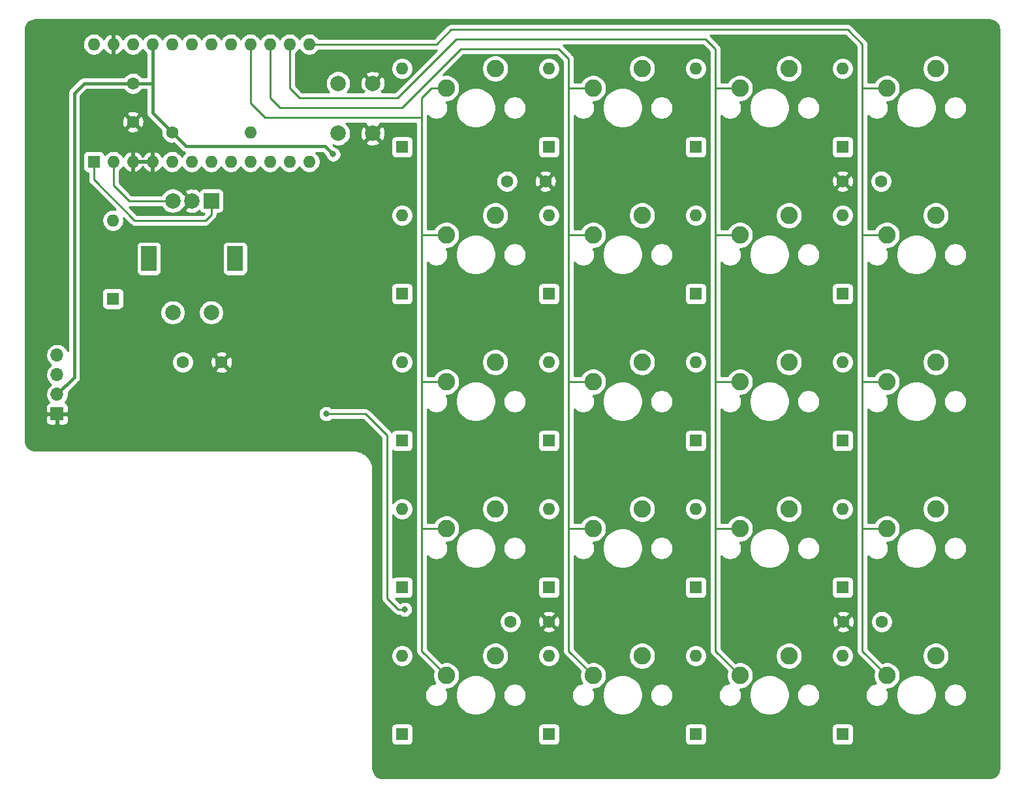
<source format=gtl>
G04 #@! TF.GenerationSoftware,KiCad,Pcbnew,(5.1.10)-1*
G04 #@! TF.CreationDate,2021-09-28T21:06:41+02:00*
G04 #@! TF.ProjectId,SheepyPad,53686565-7079-4506-9164-2e6b69636164,rev?*
G04 #@! TF.SameCoordinates,Original*
G04 #@! TF.FileFunction,Copper,L1,Top*
G04 #@! TF.FilePolarity,Positive*
%FSLAX46Y46*%
G04 Gerber Fmt 4.6, Leading zero omitted, Abs format (unit mm)*
G04 Created by KiCad (PCBNEW (5.1.10)-1) date 2021-09-28 21:06:41*
%MOMM*%
%LPD*%
G01*
G04 APERTURE LIST*
G04 #@! TA.AperFunction,ComponentPad*
%ADD10C,1.600000*%
G04 #@! TD*
G04 #@! TA.AperFunction,ComponentPad*
%ADD11O,1.600000X1.600000*%
G04 #@! TD*
G04 #@! TA.AperFunction,ComponentPad*
%ADD12R,1.600000X1.600000*%
G04 #@! TD*
G04 #@! TA.AperFunction,ComponentPad*
%ADD13O,1.700000X1.700000*%
G04 #@! TD*
G04 #@! TA.AperFunction,ComponentPad*
%ADD14R,1.700000X1.700000*%
G04 #@! TD*
G04 #@! TA.AperFunction,ComponentPad*
%ADD15C,2.000000*%
G04 #@! TD*
G04 #@! TA.AperFunction,ComponentPad*
%ADD16C,2.250000*%
G04 #@! TD*
G04 #@! TA.AperFunction,ComponentPad*
%ADD17R,2.000000X2.000000*%
G04 #@! TD*
G04 #@! TA.AperFunction,ComponentPad*
%ADD18R,2.000000X3.200000*%
G04 #@! TD*
G04 #@! TA.AperFunction,ViaPad*
%ADD19C,0.800000*%
G04 #@! TD*
G04 #@! TA.AperFunction,Conductor*
%ADD20C,0.250000*%
G04 #@! TD*
G04 #@! TA.AperFunction,Conductor*
%ADD21C,0.381000*%
G04 #@! TD*
G04 #@! TA.AperFunction,Conductor*
%ADD22C,0.254000*%
G04 #@! TD*
G04 #@! TA.AperFunction,Conductor*
%ADD23C,0.100000*%
G04 #@! TD*
G04 APERTURE END LIST*
D10*
X71755000Y-57070000D03*
X71755000Y-52070000D03*
X125269000Y-64770000D03*
X120269000Y-64770000D03*
X163830000Y-64770000D03*
X168830000Y-64770000D03*
X163910000Y-121920000D03*
X168910000Y-121920000D03*
X125730000Y-121920000D03*
X120730000Y-121920000D03*
X83232000Y-88265000D03*
X78232000Y-88265000D03*
D11*
X94615000Y-46990000D03*
X92075000Y-46990000D03*
X89535000Y-46990000D03*
D12*
X66675000Y-62230000D03*
D11*
X86995000Y-46990000D03*
X69215000Y-62230000D03*
X84455000Y-46990000D03*
X71755000Y-62230000D03*
X81915000Y-46990000D03*
X74295000Y-62230000D03*
X79375000Y-46990000D03*
X76835000Y-62230000D03*
X76835000Y-46990000D03*
X79375000Y-62230000D03*
X74295000Y-46990000D03*
X81915000Y-62230000D03*
X71755000Y-46990000D03*
X84455000Y-62230000D03*
X69215000Y-46990000D03*
X86995000Y-62230000D03*
X66675000Y-46990000D03*
X89535000Y-62230000D03*
X92075000Y-62230000D03*
X94615000Y-62230000D03*
D13*
X61925000Y-87345000D03*
X61925000Y-89885000D03*
X61925000Y-92425000D03*
D14*
X61925000Y-94965000D03*
D15*
X102870000Y-58570000D03*
X98370000Y-58570000D03*
X102870000Y-52070000D03*
X98370000Y-52070000D03*
D11*
X86995000Y-58420000D03*
D10*
X76835000Y-58420000D03*
D11*
X69151500Y-69850000D03*
D12*
X69151500Y-80010000D03*
D16*
X118745000Y-50165000D03*
X112395000Y-52705000D03*
X118745000Y-107315000D03*
X112395000Y-109855000D03*
D11*
X144780000Y-69215000D03*
D12*
X144780000Y-79375000D03*
D17*
X81915000Y-67310000D03*
D15*
X79415000Y-67310000D03*
X76915000Y-67310000D03*
D18*
X85015000Y-74810000D03*
X73815000Y-74810000D03*
D15*
X81915000Y-81810000D03*
X76915000Y-81810000D03*
D16*
X175895000Y-126365000D03*
X169545000Y-128905000D03*
X175895000Y-107315000D03*
X169545000Y-109855000D03*
X175895000Y-88265000D03*
X169545000Y-90805000D03*
X175895000Y-69215000D03*
X169545000Y-71755000D03*
X175895000Y-50165000D03*
X169545000Y-52705000D03*
X156845000Y-126365000D03*
X150495000Y-128905000D03*
X156845000Y-107315000D03*
X150495000Y-109855000D03*
X156845000Y-88265000D03*
X150495000Y-90805000D03*
X156845000Y-69215000D03*
X150495000Y-71755000D03*
X156845000Y-50165000D03*
X150495000Y-52705000D03*
X137795000Y-126365000D03*
X131445000Y-128905000D03*
X137795000Y-107315000D03*
X131445000Y-109855000D03*
X137795000Y-88265000D03*
X131445000Y-90805000D03*
X137795000Y-69215000D03*
X131445000Y-71755000D03*
X137795000Y-50165000D03*
X131445000Y-52705000D03*
X118745000Y-126365000D03*
X112395000Y-128905000D03*
X118745000Y-88265000D03*
X112395000Y-90805000D03*
X118745000Y-69215000D03*
X112395000Y-71755000D03*
D11*
X163830000Y-126365000D03*
D12*
X163830000Y-136525000D03*
D11*
X163830000Y-107315000D03*
D12*
X163830000Y-117475000D03*
D11*
X163830000Y-88265000D03*
D12*
X163830000Y-98425000D03*
D11*
X163830000Y-69215000D03*
D12*
X163830000Y-79375000D03*
D11*
X163830000Y-50165000D03*
D12*
X163830000Y-60325000D03*
D11*
X144780000Y-126365000D03*
D12*
X144780000Y-136525000D03*
D11*
X144780000Y-107315000D03*
D12*
X144780000Y-117475000D03*
D11*
X144780000Y-88265000D03*
D12*
X144780000Y-98425000D03*
D11*
X144780000Y-50165000D03*
D12*
X144780000Y-60325000D03*
D11*
X125730000Y-126365000D03*
D12*
X125730000Y-136525000D03*
D11*
X125730000Y-107315000D03*
D12*
X125730000Y-117475000D03*
D11*
X125730000Y-88265000D03*
D12*
X125730000Y-98425000D03*
D11*
X125730000Y-69215000D03*
D12*
X125730000Y-79375000D03*
D11*
X125730000Y-50165000D03*
D12*
X125730000Y-60325000D03*
D11*
X106680000Y-126365000D03*
D12*
X106680000Y-136525000D03*
D11*
X106680000Y-107315000D03*
D12*
X106680000Y-117475000D03*
D11*
X106680000Y-88265000D03*
D12*
X106680000Y-98425000D03*
D11*
X106680000Y-69215000D03*
D12*
X106680000Y-79375000D03*
D11*
X106680000Y-50165000D03*
D12*
X106680000Y-60325000D03*
D19*
X97726500Y-61277500D03*
X96850000Y-94945000D03*
X107010000Y-120320000D03*
D20*
X98220000Y-58420000D02*
X98370000Y-58570000D01*
D21*
X74295000Y-55880000D02*
X76835000Y-58420000D01*
X71755000Y-52070000D02*
X74295000Y-52070000D01*
X74295000Y-52070000D02*
X74295000Y-55880000D01*
X74295000Y-46990000D02*
X74295000Y-52070000D01*
X71755000Y-52070000D02*
X65405000Y-52070000D01*
X61925000Y-92425000D02*
X64135000Y-90215000D01*
X64135000Y-90215000D02*
X64135000Y-88265000D01*
X64135000Y-53340000D02*
X65405000Y-52070000D01*
X64135000Y-88265000D02*
X64135000Y-53340000D01*
X78676500Y-60261500D02*
X76835000Y-58420000D01*
X78676500Y-60261500D02*
X84772500Y-60261500D01*
X84772500Y-60261500D02*
X96710500Y-60261500D01*
X96710500Y-60261500D02*
X97726500Y-61277500D01*
X97726500Y-61277500D02*
X97726500Y-61277500D01*
D20*
X109220000Y-125730000D02*
X112395000Y-128905000D01*
X110490000Y-52705000D02*
X109220000Y-53975000D01*
X112395000Y-52705000D02*
X110490000Y-52705000D01*
X112395000Y-109855000D02*
X109220000Y-109855000D01*
X109220000Y-109855000D02*
X109220000Y-125730000D01*
X112395000Y-90805000D02*
X109220000Y-90805000D01*
X109220000Y-90805000D02*
X109220000Y-109855000D01*
X112395000Y-71755000D02*
X109220000Y-71755000D01*
X109220000Y-71755000D02*
X109220000Y-90805000D01*
X109220000Y-53975000D02*
X109220000Y-56515000D01*
X109220000Y-56515000D02*
X109220000Y-71755000D01*
X88900000Y-56515000D02*
X109220000Y-56515000D01*
X86995000Y-54610000D02*
X88900000Y-56515000D01*
X86995000Y-46990000D02*
X86995000Y-54610000D01*
X128270000Y-125730000D02*
X131445000Y-128905000D01*
X131445000Y-109855000D02*
X128270000Y-109855000D01*
X128270000Y-109855000D02*
X128270000Y-125730000D01*
X131445000Y-90805000D02*
X128270000Y-90805000D01*
X128270000Y-90805000D02*
X128270000Y-109855000D01*
X131445000Y-71755000D02*
X128270000Y-71755000D01*
X128270000Y-71755000D02*
X128270000Y-90805000D01*
X128270000Y-58420000D02*
X128270000Y-71755000D01*
X131445000Y-52705000D02*
X128270000Y-52705000D01*
X128270000Y-52705000D02*
X128270000Y-58420000D01*
X89535000Y-53975000D02*
X89535000Y-46990000D01*
X90805000Y-55245000D02*
X89535000Y-53975000D01*
X106680000Y-55245000D02*
X90805000Y-55245000D01*
X114300000Y-47625000D02*
X106680000Y-55245000D01*
X127000000Y-47625000D02*
X114300000Y-47625000D01*
X128270000Y-48895000D02*
X127000000Y-47625000D01*
X128270000Y-52705000D02*
X128270000Y-48895000D01*
X147320000Y-125730000D02*
X150495000Y-128905000D01*
X150495000Y-52705000D02*
X148590000Y-52705000D01*
X150495000Y-109855000D02*
X147320000Y-109855000D01*
X147320000Y-109855000D02*
X147320000Y-125730000D01*
X150495000Y-90805000D02*
X147320000Y-90805000D01*
X147320000Y-90805000D02*
X147320000Y-109855000D01*
X150495000Y-71755000D02*
X147320000Y-71755000D01*
X147320000Y-71755000D02*
X147320000Y-90805000D01*
X147320000Y-53975000D02*
X147320000Y-71755000D01*
X148590000Y-52705000D02*
X147320000Y-52705000D01*
X147320000Y-52705000D02*
X147320000Y-53975000D01*
X92075000Y-52705000D02*
X92075000Y-46990000D01*
X93345000Y-53975000D02*
X92075000Y-52705000D01*
X113665000Y-46355000D02*
X106045000Y-53975000D01*
X146050000Y-46355000D02*
X113665000Y-46355000D01*
X106045000Y-53975000D02*
X93345000Y-53975000D01*
X147320000Y-47625000D02*
X146050000Y-46355000D01*
X147320000Y-52705000D02*
X147320000Y-47625000D01*
X166370000Y-125730000D02*
X169545000Y-128905000D01*
X169545000Y-109855000D02*
X166370000Y-109855000D01*
X166370000Y-109855000D02*
X166370000Y-125730000D01*
X169545000Y-90805000D02*
X166370000Y-90805000D01*
X166370000Y-90805000D02*
X166370000Y-109855000D01*
X169545000Y-71755000D02*
X166370000Y-71755000D01*
X166370000Y-71755000D02*
X166370000Y-90805000D01*
X166370000Y-53975000D02*
X166370000Y-71755000D01*
X169545000Y-52705000D02*
X166370000Y-52705000D01*
X166370000Y-52705000D02*
X166370000Y-53975000D01*
X166370000Y-48260000D02*
X166370000Y-52705000D01*
X166370000Y-46990000D02*
X166370000Y-48260000D01*
X113030000Y-45085000D02*
X164465000Y-45085000D01*
X164465000Y-45085000D02*
X166370000Y-46990000D01*
X111125000Y-46990000D02*
X113030000Y-45085000D01*
X94615000Y-46990000D02*
X111125000Y-46990000D01*
X66675000Y-64516000D02*
X66675000Y-62230000D01*
X66675000Y-64579500D02*
X66675000Y-64516000D01*
X71945500Y-69850000D02*
X66675000Y-64579500D01*
X81153000Y-69850000D02*
X71945500Y-69850000D01*
X81915000Y-69088000D02*
X81153000Y-69850000D01*
X81915000Y-67310000D02*
X81915000Y-69088000D01*
X69215000Y-63627000D02*
X69215000Y-62230000D01*
X76915000Y-67310000D02*
X71247000Y-67310000D01*
X69215000Y-65278000D02*
X69215000Y-63627000D01*
X71247000Y-67310000D02*
X69215000Y-65278000D01*
X101930000Y-94945000D02*
X96850000Y-94945000D01*
X104711500Y-97726500D02*
X103727250Y-96742250D01*
X104711500Y-118872000D02*
X104711500Y-97726500D01*
X106159500Y-120320000D02*
X104711500Y-118872000D01*
X107010000Y-120320000D02*
X106159500Y-120320000D01*
X103727250Y-96742250D02*
X101930000Y-94945000D01*
D22*
X183121204Y-43866815D02*
X183353226Y-43936867D01*
X183567222Y-44050650D01*
X183755041Y-44203832D01*
X183909530Y-44390577D01*
X184024801Y-44603769D01*
X184096472Y-44835300D01*
X184125000Y-45106725D01*
X184125000Y-45752419D01*
X184125001Y-45752429D01*
X184125000Y-140937723D01*
X184098185Y-141211205D01*
X184028133Y-141443226D01*
X183914350Y-141657222D01*
X183761169Y-141845039D01*
X183574424Y-141999529D01*
X183361231Y-142114802D01*
X183129701Y-142186472D01*
X182858276Y-142215000D01*
X104172277Y-142215000D01*
X103898795Y-142188185D01*
X103666774Y-142118133D01*
X103452778Y-142004350D01*
X103264961Y-141851169D01*
X103110471Y-141664424D01*
X102995198Y-141451231D01*
X102923528Y-141219701D01*
X102895000Y-140948276D01*
X102895000Y-135725000D01*
X105241928Y-135725000D01*
X105241928Y-137325000D01*
X105254188Y-137449482D01*
X105290498Y-137569180D01*
X105349463Y-137679494D01*
X105428815Y-137776185D01*
X105525506Y-137855537D01*
X105635820Y-137914502D01*
X105755518Y-137950812D01*
X105880000Y-137963072D01*
X107480000Y-137963072D01*
X107604482Y-137950812D01*
X107724180Y-137914502D01*
X107834494Y-137855537D01*
X107931185Y-137776185D01*
X108010537Y-137679494D01*
X108069502Y-137569180D01*
X108105812Y-137449482D01*
X108118072Y-137325000D01*
X108118072Y-135725000D01*
X124291928Y-135725000D01*
X124291928Y-137325000D01*
X124304188Y-137449482D01*
X124340498Y-137569180D01*
X124399463Y-137679494D01*
X124478815Y-137776185D01*
X124575506Y-137855537D01*
X124685820Y-137914502D01*
X124805518Y-137950812D01*
X124930000Y-137963072D01*
X126530000Y-137963072D01*
X126654482Y-137950812D01*
X126774180Y-137914502D01*
X126884494Y-137855537D01*
X126981185Y-137776185D01*
X127060537Y-137679494D01*
X127119502Y-137569180D01*
X127155812Y-137449482D01*
X127168072Y-137325000D01*
X127168072Y-135725000D01*
X143341928Y-135725000D01*
X143341928Y-137325000D01*
X143354188Y-137449482D01*
X143390498Y-137569180D01*
X143449463Y-137679494D01*
X143528815Y-137776185D01*
X143625506Y-137855537D01*
X143735820Y-137914502D01*
X143855518Y-137950812D01*
X143980000Y-137963072D01*
X145580000Y-137963072D01*
X145704482Y-137950812D01*
X145824180Y-137914502D01*
X145934494Y-137855537D01*
X146031185Y-137776185D01*
X146110537Y-137679494D01*
X146169502Y-137569180D01*
X146205812Y-137449482D01*
X146218072Y-137325000D01*
X146218072Y-135725000D01*
X162391928Y-135725000D01*
X162391928Y-137325000D01*
X162404188Y-137449482D01*
X162440498Y-137569180D01*
X162499463Y-137679494D01*
X162578815Y-137776185D01*
X162675506Y-137855537D01*
X162785820Y-137914502D01*
X162905518Y-137950812D01*
X163030000Y-137963072D01*
X164630000Y-137963072D01*
X164754482Y-137950812D01*
X164874180Y-137914502D01*
X164984494Y-137855537D01*
X165081185Y-137776185D01*
X165160537Y-137679494D01*
X165219502Y-137569180D01*
X165255812Y-137449482D01*
X165268072Y-137325000D01*
X165268072Y-135725000D01*
X165255812Y-135600518D01*
X165219502Y-135480820D01*
X165160537Y-135370506D01*
X165081185Y-135273815D01*
X164984494Y-135194463D01*
X164874180Y-135135498D01*
X164754482Y-135099188D01*
X164630000Y-135086928D01*
X163030000Y-135086928D01*
X162905518Y-135099188D01*
X162785820Y-135135498D01*
X162675506Y-135194463D01*
X162578815Y-135273815D01*
X162499463Y-135370506D01*
X162440498Y-135480820D01*
X162404188Y-135600518D01*
X162391928Y-135725000D01*
X146218072Y-135725000D01*
X146205812Y-135600518D01*
X146169502Y-135480820D01*
X146110537Y-135370506D01*
X146031185Y-135273815D01*
X145934494Y-135194463D01*
X145824180Y-135135498D01*
X145704482Y-135099188D01*
X145580000Y-135086928D01*
X143980000Y-135086928D01*
X143855518Y-135099188D01*
X143735820Y-135135498D01*
X143625506Y-135194463D01*
X143528815Y-135273815D01*
X143449463Y-135370506D01*
X143390498Y-135480820D01*
X143354188Y-135600518D01*
X143341928Y-135725000D01*
X127168072Y-135725000D01*
X127155812Y-135600518D01*
X127119502Y-135480820D01*
X127060537Y-135370506D01*
X126981185Y-135273815D01*
X126884494Y-135194463D01*
X126774180Y-135135498D01*
X126654482Y-135099188D01*
X126530000Y-135086928D01*
X124930000Y-135086928D01*
X124805518Y-135099188D01*
X124685820Y-135135498D01*
X124575506Y-135194463D01*
X124478815Y-135273815D01*
X124399463Y-135370506D01*
X124340498Y-135480820D01*
X124304188Y-135600518D01*
X124291928Y-135725000D01*
X108118072Y-135725000D01*
X108105812Y-135600518D01*
X108069502Y-135480820D01*
X108010537Y-135370506D01*
X107931185Y-135273815D01*
X107834494Y-135194463D01*
X107724180Y-135135498D01*
X107604482Y-135099188D01*
X107480000Y-135086928D01*
X105880000Y-135086928D01*
X105755518Y-135099188D01*
X105635820Y-135135498D01*
X105525506Y-135194463D01*
X105428815Y-135273815D01*
X105349463Y-135370506D01*
X105290498Y-135480820D01*
X105254188Y-135600518D01*
X105241928Y-135725000D01*
X102895000Y-135725000D01*
X102895000Y-126223665D01*
X105245000Y-126223665D01*
X105245000Y-126506335D01*
X105300147Y-126783574D01*
X105408320Y-127044727D01*
X105565363Y-127279759D01*
X105765241Y-127479637D01*
X106000273Y-127636680D01*
X106261426Y-127744853D01*
X106538665Y-127800000D01*
X106821335Y-127800000D01*
X107098574Y-127744853D01*
X107359727Y-127636680D01*
X107594759Y-127479637D01*
X107794637Y-127279759D01*
X107951680Y-127044727D01*
X108059853Y-126783574D01*
X108115000Y-126506335D01*
X108115000Y-126223665D01*
X108059853Y-125946426D01*
X107951680Y-125685273D01*
X107794637Y-125450241D01*
X107594759Y-125250363D01*
X107359727Y-125093320D01*
X107098574Y-124985147D01*
X106821335Y-124930000D01*
X106538665Y-124930000D01*
X106261426Y-124985147D01*
X106000273Y-125093320D01*
X105765241Y-125250363D01*
X105565363Y-125450241D01*
X105408320Y-125685273D01*
X105300147Y-125946426D01*
X105245000Y-126223665D01*
X102895000Y-126223665D01*
X102895000Y-102202581D01*
X102892155Y-102173699D01*
X102892238Y-102161883D01*
X102891338Y-102152712D01*
X102852475Y-101782958D01*
X102840449Y-101724371D01*
X102829238Y-101665601D01*
X102826574Y-101656779D01*
X102716633Y-101301615D01*
X102693449Y-101246464D01*
X102671044Y-101191008D01*
X102666717Y-101182872D01*
X102489885Y-100855827D01*
X102456469Y-100806285D01*
X102423680Y-100756178D01*
X102417855Y-100749037D01*
X102180866Y-100462568D01*
X102138451Y-100420448D01*
X102096569Y-100377679D01*
X102089468Y-100371805D01*
X101801351Y-100136822D01*
X101751540Y-100103728D01*
X101702168Y-100069922D01*
X101694062Y-100065539D01*
X101365790Y-99890994D01*
X101310489Y-99868201D01*
X101255504Y-99844634D01*
X101246700Y-99841909D01*
X100890778Y-99734449D01*
X100832078Y-99722826D01*
X100773584Y-99710393D01*
X100764422Y-99709430D01*
X100764420Y-99709430D01*
X100394404Y-99673150D01*
X100394402Y-99673150D01*
X100362419Y-99670000D01*
X59087277Y-99670000D01*
X58813795Y-99643185D01*
X58581774Y-99573133D01*
X58367778Y-99459350D01*
X58179961Y-99306169D01*
X58025471Y-99119424D01*
X57910198Y-98906231D01*
X57838528Y-98674701D01*
X57810000Y-98403276D01*
X57810000Y-95815000D01*
X60436928Y-95815000D01*
X60449188Y-95939482D01*
X60485498Y-96059180D01*
X60544463Y-96169494D01*
X60623815Y-96266185D01*
X60720506Y-96345537D01*
X60830820Y-96404502D01*
X60950518Y-96440812D01*
X61075000Y-96453072D01*
X61639250Y-96450000D01*
X61798000Y-96291250D01*
X61798000Y-95092000D01*
X62052000Y-95092000D01*
X62052000Y-96291250D01*
X62210750Y-96450000D01*
X62775000Y-96453072D01*
X62899482Y-96440812D01*
X63019180Y-96404502D01*
X63129494Y-96345537D01*
X63226185Y-96266185D01*
X63305537Y-96169494D01*
X63364502Y-96059180D01*
X63400812Y-95939482D01*
X63413072Y-95815000D01*
X63410000Y-95250750D01*
X63251250Y-95092000D01*
X62052000Y-95092000D01*
X61798000Y-95092000D01*
X60598750Y-95092000D01*
X60440000Y-95250750D01*
X60436928Y-95815000D01*
X57810000Y-95815000D01*
X57810000Y-94843061D01*
X95815000Y-94843061D01*
X95815000Y-95046939D01*
X95854774Y-95246898D01*
X95932795Y-95435256D01*
X96046063Y-95604774D01*
X96190226Y-95748937D01*
X96359744Y-95862205D01*
X96548102Y-95940226D01*
X96748061Y-95980000D01*
X96951939Y-95980000D01*
X97151898Y-95940226D01*
X97340256Y-95862205D01*
X97509774Y-95748937D01*
X97553711Y-95705000D01*
X101615199Y-95705000D01*
X103216247Y-97306049D01*
X103216252Y-97306053D01*
X103951501Y-98041303D01*
X103951500Y-118834678D01*
X103947824Y-118872000D01*
X103951500Y-118909322D01*
X103951500Y-118909332D01*
X103962497Y-119020985D01*
X104005954Y-119164246D01*
X104076526Y-119296276D01*
X104099914Y-119324774D01*
X104171499Y-119412001D01*
X104200503Y-119435804D01*
X105595701Y-120831003D01*
X105619499Y-120860001D01*
X105735224Y-120954974D01*
X105867253Y-121025546D01*
X106010514Y-121069003D01*
X106122167Y-121080000D01*
X106122176Y-121080000D01*
X106159499Y-121083676D01*
X106196822Y-121080000D01*
X106306289Y-121080000D01*
X106350226Y-121123937D01*
X106519744Y-121237205D01*
X106708102Y-121315226D01*
X106908061Y-121355000D01*
X107111939Y-121355000D01*
X107311898Y-121315226D01*
X107500256Y-121237205D01*
X107669774Y-121123937D01*
X107813937Y-120979774D01*
X107927205Y-120810256D01*
X108005226Y-120621898D01*
X108045000Y-120421939D01*
X108045000Y-120218061D01*
X108005226Y-120018102D01*
X107927205Y-119829744D01*
X107813937Y-119660226D01*
X107669774Y-119516063D01*
X107500256Y-119402795D01*
X107311898Y-119324774D01*
X107111939Y-119285000D01*
X106908061Y-119285000D01*
X106708102Y-119324774D01*
X106519744Y-119402795D01*
X106398266Y-119483964D01*
X105821624Y-118907323D01*
X105880000Y-118913072D01*
X107480000Y-118913072D01*
X107604482Y-118900812D01*
X107724180Y-118864502D01*
X107834494Y-118805537D01*
X107931185Y-118726185D01*
X108010537Y-118629494D01*
X108069502Y-118519180D01*
X108105812Y-118399482D01*
X108118072Y-118275000D01*
X108118072Y-116675000D01*
X108105812Y-116550518D01*
X108069502Y-116430820D01*
X108010537Y-116320506D01*
X107931185Y-116223815D01*
X107834494Y-116144463D01*
X107724180Y-116085498D01*
X107604482Y-116049188D01*
X107480000Y-116036928D01*
X105880000Y-116036928D01*
X105755518Y-116049188D01*
X105635820Y-116085498D01*
X105525506Y-116144463D01*
X105471500Y-116188784D01*
X105471500Y-108089283D01*
X105565363Y-108229759D01*
X105765241Y-108429637D01*
X106000273Y-108586680D01*
X106261426Y-108694853D01*
X106538665Y-108750000D01*
X106821335Y-108750000D01*
X107098574Y-108694853D01*
X107359727Y-108586680D01*
X107594759Y-108429637D01*
X107794637Y-108229759D01*
X107951680Y-107994727D01*
X108059853Y-107733574D01*
X108115000Y-107456335D01*
X108115000Y-107173665D01*
X108059853Y-106896426D01*
X107951680Y-106635273D01*
X107794637Y-106400241D01*
X107594759Y-106200363D01*
X107359727Y-106043320D01*
X107098574Y-105935147D01*
X106821335Y-105880000D01*
X106538665Y-105880000D01*
X106261426Y-105935147D01*
X106000273Y-106043320D01*
X105765241Y-106200363D01*
X105565363Y-106400241D01*
X105471500Y-106540717D01*
X105471500Y-99711216D01*
X105525506Y-99755537D01*
X105635820Y-99814502D01*
X105755518Y-99850812D01*
X105880000Y-99863072D01*
X107480000Y-99863072D01*
X107604482Y-99850812D01*
X107724180Y-99814502D01*
X107834494Y-99755537D01*
X107931185Y-99676185D01*
X108010537Y-99579494D01*
X108069502Y-99469180D01*
X108105812Y-99349482D01*
X108118072Y-99225000D01*
X108118072Y-97625000D01*
X108105812Y-97500518D01*
X108069502Y-97380820D01*
X108010537Y-97270506D01*
X107931185Y-97173815D01*
X107834494Y-97094463D01*
X107724180Y-97035498D01*
X107604482Y-96999188D01*
X107480000Y-96986928D01*
X105880000Y-96986928D01*
X105755518Y-96999188D01*
X105635820Y-97035498D01*
X105525506Y-97094463D01*
X105428815Y-97173815D01*
X105349463Y-97270506D01*
X105338017Y-97291919D01*
X105251501Y-97186499D01*
X105222503Y-97162701D01*
X104291053Y-96231252D01*
X104291049Y-96231247D01*
X102493804Y-94434003D01*
X102470001Y-94404999D01*
X102354276Y-94310026D01*
X102222247Y-94239454D01*
X102078986Y-94195997D01*
X101967333Y-94185000D01*
X101967322Y-94185000D01*
X101930000Y-94181324D01*
X101892678Y-94185000D01*
X97553711Y-94185000D01*
X97509774Y-94141063D01*
X97340256Y-94027795D01*
X97151898Y-93949774D01*
X96951939Y-93910000D01*
X96748061Y-93910000D01*
X96548102Y-93949774D01*
X96359744Y-94027795D01*
X96190226Y-94141063D01*
X96046063Y-94285226D01*
X95932795Y-94454744D01*
X95854774Y-94643102D01*
X95815000Y-94843061D01*
X57810000Y-94843061D01*
X57810000Y-94115000D01*
X60436928Y-94115000D01*
X60440000Y-94679250D01*
X60598750Y-94838000D01*
X61798000Y-94838000D01*
X61798000Y-94818000D01*
X62052000Y-94818000D01*
X62052000Y-94838000D01*
X63251250Y-94838000D01*
X63410000Y-94679250D01*
X63413072Y-94115000D01*
X63400812Y-93990518D01*
X63364502Y-93870820D01*
X63305537Y-93760506D01*
X63226185Y-93663815D01*
X63129494Y-93584463D01*
X63019180Y-93525498D01*
X62946620Y-93503487D01*
X63078475Y-93371632D01*
X63240990Y-93128411D01*
X63352932Y-92858158D01*
X63410000Y-92571260D01*
X63410000Y-92278740D01*
X63381578Y-92135854D01*
X64690041Y-90827392D01*
X64721541Y-90801541D01*
X64774177Y-90737404D01*
X64824699Y-90675843D01*
X64901353Y-90532434D01*
X64947373Y-90380725D01*
X64948556Y-90376826D01*
X64960500Y-90255553D01*
X64960500Y-90255551D01*
X64964494Y-90215000D01*
X64960500Y-90174450D01*
X64960500Y-88123665D01*
X76797000Y-88123665D01*
X76797000Y-88406335D01*
X76852147Y-88683574D01*
X76960320Y-88944727D01*
X77117363Y-89179759D01*
X77317241Y-89379637D01*
X77552273Y-89536680D01*
X77813426Y-89644853D01*
X78090665Y-89700000D01*
X78373335Y-89700000D01*
X78650574Y-89644853D01*
X78911727Y-89536680D01*
X79146759Y-89379637D01*
X79268694Y-89257702D01*
X82418903Y-89257702D01*
X82490486Y-89501671D01*
X82745996Y-89622571D01*
X83020184Y-89691300D01*
X83302512Y-89705217D01*
X83582130Y-89663787D01*
X83848292Y-89568603D01*
X83973514Y-89501671D01*
X84045097Y-89257702D01*
X83232000Y-88444605D01*
X82418903Y-89257702D01*
X79268694Y-89257702D01*
X79346637Y-89179759D01*
X79503680Y-88944727D01*
X79611853Y-88683574D01*
X79667000Y-88406335D01*
X79667000Y-88335512D01*
X81791783Y-88335512D01*
X81833213Y-88615130D01*
X81928397Y-88881292D01*
X81995329Y-89006514D01*
X82239298Y-89078097D01*
X83052395Y-88265000D01*
X83411605Y-88265000D01*
X84224702Y-89078097D01*
X84468671Y-89006514D01*
X84589571Y-88751004D01*
X84658300Y-88476816D01*
X84672217Y-88194488D01*
X84661724Y-88123665D01*
X105245000Y-88123665D01*
X105245000Y-88406335D01*
X105300147Y-88683574D01*
X105408320Y-88944727D01*
X105565363Y-89179759D01*
X105765241Y-89379637D01*
X106000273Y-89536680D01*
X106261426Y-89644853D01*
X106538665Y-89700000D01*
X106821335Y-89700000D01*
X107098574Y-89644853D01*
X107359727Y-89536680D01*
X107594759Y-89379637D01*
X107794637Y-89179759D01*
X107951680Y-88944727D01*
X108059853Y-88683574D01*
X108115000Y-88406335D01*
X108115000Y-88123665D01*
X108059853Y-87846426D01*
X107951680Y-87585273D01*
X107794637Y-87350241D01*
X107594759Y-87150363D01*
X107359727Y-86993320D01*
X107098574Y-86885147D01*
X106821335Y-86830000D01*
X106538665Y-86830000D01*
X106261426Y-86885147D01*
X106000273Y-86993320D01*
X105765241Y-87150363D01*
X105565363Y-87350241D01*
X105408320Y-87585273D01*
X105300147Y-87846426D01*
X105245000Y-88123665D01*
X84661724Y-88123665D01*
X84630787Y-87914870D01*
X84535603Y-87648708D01*
X84468671Y-87523486D01*
X84224702Y-87451903D01*
X83411605Y-88265000D01*
X83052395Y-88265000D01*
X82239298Y-87451903D01*
X81995329Y-87523486D01*
X81874429Y-87778996D01*
X81805700Y-88053184D01*
X81791783Y-88335512D01*
X79667000Y-88335512D01*
X79667000Y-88123665D01*
X79611853Y-87846426D01*
X79503680Y-87585273D01*
X79346637Y-87350241D01*
X79268694Y-87272298D01*
X82418903Y-87272298D01*
X83232000Y-88085395D01*
X84045097Y-87272298D01*
X83973514Y-87028329D01*
X83718004Y-86907429D01*
X83443816Y-86838700D01*
X83161488Y-86824783D01*
X82881870Y-86866213D01*
X82615708Y-86961397D01*
X82490486Y-87028329D01*
X82418903Y-87272298D01*
X79268694Y-87272298D01*
X79146759Y-87150363D01*
X78911727Y-86993320D01*
X78650574Y-86885147D01*
X78373335Y-86830000D01*
X78090665Y-86830000D01*
X77813426Y-86885147D01*
X77552273Y-86993320D01*
X77317241Y-87150363D01*
X77117363Y-87350241D01*
X76960320Y-87585273D01*
X76852147Y-87846426D01*
X76797000Y-88123665D01*
X64960500Y-88123665D01*
X64960500Y-81648967D01*
X75280000Y-81648967D01*
X75280000Y-81971033D01*
X75342832Y-82286912D01*
X75466082Y-82584463D01*
X75645013Y-82852252D01*
X75872748Y-83079987D01*
X76140537Y-83258918D01*
X76438088Y-83382168D01*
X76753967Y-83445000D01*
X77076033Y-83445000D01*
X77391912Y-83382168D01*
X77689463Y-83258918D01*
X77957252Y-83079987D01*
X78184987Y-82852252D01*
X78363918Y-82584463D01*
X78487168Y-82286912D01*
X78550000Y-81971033D01*
X78550000Y-81648967D01*
X80280000Y-81648967D01*
X80280000Y-81971033D01*
X80342832Y-82286912D01*
X80466082Y-82584463D01*
X80645013Y-82852252D01*
X80872748Y-83079987D01*
X81140537Y-83258918D01*
X81438088Y-83382168D01*
X81753967Y-83445000D01*
X82076033Y-83445000D01*
X82391912Y-83382168D01*
X82689463Y-83258918D01*
X82957252Y-83079987D01*
X83184987Y-82852252D01*
X83363918Y-82584463D01*
X83487168Y-82286912D01*
X83550000Y-81971033D01*
X83550000Y-81648967D01*
X83487168Y-81333088D01*
X83363918Y-81035537D01*
X83184987Y-80767748D01*
X82957252Y-80540013D01*
X82689463Y-80361082D01*
X82391912Y-80237832D01*
X82076033Y-80175000D01*
X81753967Y-80175000D01*
X81438088Y-80237832D01*
X81140537Y-80361082D01*
X80872748Y-80540013D01*
X80645013Y-80767748D01*
X80466082Y-81035537D01*
X80342832Y-81333088D01*
X80280000Y-81648967D01*
X78550000Y-81648967D01*
X78487168Y-81333088D01*
X78363918Y-81035537D01*
X78184987Y-80767748D01*
X77957252Y-80540013D01*
X77689463Y-80361082D01*
X77391912Y-80237832D01*
X77076033Y-80175000D01*
X76753967Y-80175000D01*
X76438088Y-80237832D01*
X76140537Y-80361082D01*
X75872748Y-80540013D01*
X75645013Y-80767748D01*
X75466082Y-81035537D01*
X75342832Y-81333088D01*
X75280000Y-81648967D01*
X64960500Y-81648967D01*
X64960500Y-79210000D01*
X67713428Y-79210000D01*
X67713428Y-80810000D01*
X67725688Y-80934482D01*
X67761998Y-81054180D01*
X67820963Y-81164494D01*
X67900315Y-81261185D01*
X67997006Y-81340537D01*
X68107320Y-81399502D01*
X68227018Y-81435812D01*
X68351500Y-81448072D01*
X69951500Y-81448072D01*
X70075982Y-81435812D01*
X70195680Y-81399502D01*
X70305994Y-81340537D01*
X70402685Y-81261185D01*
X70482037Y-81164494D01*
X70541002Y-81054180D01*
X70577312Y-80934482D01*
X70589572Y-80810000D01*
X70589572Y-79210000D01*
X70577312Y-79085518D01*
X70541002Y-78965820D01*
X70482037Y-78855506D01*
X70402685Y-78758815D01*
X70305994Y-78679463D01*
X70195680Y-78620498D01*
X70075982Y-78584188D01*
X69982692Y-78575000D01*
X105241928Y-78575000D01*
X105241928Y-80175000D01*
X105254188Y-80299482D01*
X105290498Y-80419180D01*
X105349463Y-80529494D01*
X105428815Y-80626185D01*
X105525506Y-80705537D01*
X105635820Y-80764502D01*
X105755518Y-80800812D01*
X105880000Y-80813072D01*
X107480000Y-80813072D01*
X107604482Y-80800812D01*
X107724180Y-80764502D01*
X107834494Y-80705537D01*
X107931185Y-80626185D01*
X108010537Y-80529494D01*
X108069502Y-80419180D01*
X108105812Y-80299482D01*
X108118072Y-80175000D01*
X108118072Y-78575000D01*
X108105812Y-78450518D01*
X108069502Y-78330820D01*
X108010537Y-78220506D01*
X107931185Y-78123815D01*
X107834494Y-78044463D01*
X107724180Y-77985498D01*
X107604482Y-77949188D01*
X107480000Y-77936928D01*
X105880000Y-77936928D01*
X105755518Y-77949188D01*
X105635820Y-77985498D01*
X105525506Y-78044463D01*
X105428815Y-78123815D01*
X105349463Y-78220506D01*
X105290498Y-78330820D01*
X105254188Y-78450518D01*
X105241928Y-78575000D01*
X69982692Y-78575000D01*
X69951500Y-78571928D01*
X68351500Y-78571928D01*
X68227018Y-78584188D01*
X68107320Y-78620498D01*
X67997006Y-78679463D01*
X67900315Y-78758815D01*
X67820963Y-78855506D01*
X67761998Y-78965820D01*
X67725688Y-79085518D01*
X67713428Y-79210000D01*
X64960500Y-79210000D01*
X64960500Y-73210000D01*
X72176928Y-73210000D01*
X72176928Y-76410000D01*
X72189188Y-76534482D01*
X72225498Y-76654180D01*
X72284463Y-76764494D01*
X72363815Y-76861185D01*
X72460506Y-76940537D01*
X72570820Y-76999502D01*
X72690518Y-77035812D01*
X72815000Y-77048072D01*
X74815000Y-77048072D01*
X74939482Y-77035812D01*
X75059180Y-76999502D01*
X75169494Y-76940537D01*
X75266185Y-76861185D01*
X75345537Y-76764494D01*
X75404502Y-76654180D01*
X75440812Y-76534482D01*
X75453072Y-76410000D01*
X75453072Y-73210000D01*
X83376928Y-73210000D01*
X83376928Y-76410000D01*
X83389188Y-76534482D01*
X83425498Y-76654180D01*
X83484463Y-76764494D01*
X83563815Y-76861185D01*
X83660506Y-76940537D01*
X83770820Y-76999502D01*
X83890518Y-77035812D01*
X84015000Y-77048072D01*
X86015000Y-77048072D01*
X86139482Y-77035812D01*
X86259180Y-76999502D01*
X86369494Y-76940537D01*
X86466185Y-76861185D01*
X86545537Y-76764494D01*
X86604502Y-76654180D01*
X86640812Y-76534482D01*
X86653072Y-76410000D01*
X86653072Y-73210000D01*
X86640812Y-73085518D01*
X86604502Y-72965820D01*
X86545537Y-72855506D01*
X86466185Y-72758815D01*
X86369494Y-72679463D01*
X86259180Y-72620498D01*
X86139482Y-72584188D01*
X86015000Y-72571928D01*
X84015000Y-72571928D01*
X83890518Y-72584188D01*
X83770820Y-72620498D01*
X83660506Y-72679463D01*
X83563815Y-72758815D01*
X83484463Y-72855506D01*
X83425498Y-72965820D01*
X83389188Y-73085518D01*
X83376928Y-73210000D01*
X75453072Y-73210000D01*
X75440812Y-73085518D01*
X75404502Y-72965820D01*
X75345537Y-72855506D01*
X75266185Y-72758815D01*
X75169494Y-72679463D01*
X75059180Y-72620498D01*
X74939482Y-72584188D01*
X74815000Y-72571928D01*
X72815000Y-72571928D01*
X72690518Y-72584188D01*
X72570820Y-72620498D01*
X72460506Y-72679463D01*
X72363815Y-72758815D01*
X72284463Y-72855506D01*
X72225498Y-72965820D01*
X72189188Y-73085518D01*
X72176928Y-73210000D01*
X64960500Y-73210000D01*
X64960500Y-61430000D01*
X65236928Y-61430000D01*
X65236928Y-63030000D01*
X65249188Y-63154482D01*
X65285498Y-63274180D01*
X65344463Y-63384494D01*
X65423815Y-63481185D01*
X65520506Y-63560537D01*
X65630820Y-63619502D01*
X65750518Y-63655812D01*
X65875000Y-63668072D01*
X65915000Y-63668072D01*
X65915000Y-64542178D01*
X65911324Y-64579500D01*
X65915000Y-64616822D01*
X65915000Y-64616832D01*
X65925997Y-64728485D01*
X65963987Y-64853724D01*
X65969454Y-64871746D01*
X66040026Y-65003776D01*
X66079871Y-65052326D01*
X66134999Y-65119501D01*
X66164003Y-65143304D01*
X69471172Y-68450474D01*
X69292835Y-68415000D01*
X69010165Y-68415000D01*
X68732926Y-68470147D01*
X68471773Y-68578320D01*
X68236741Y-68735363D01*
X68036863Y-68935241D01*
X67879820Y-69170273D01*
X67771647Y-69431426D01*
X67716500Y-69708665D01*
X67716500Y-69991335D01*
X67771647Y-70268574D01*
X67879820Y-70529727D01*
X68036863Y-70764759D01*
X68236741Y-70964637D01*
X68471773Y-71121680D01*
X68732926Y-71229853D01*
X69010165Y-71285000D01*
X69292835Y-71285000D01*
X69570074Y-71229853D01*
X69831227Y-71121680D01*
X70066259Y-70964637D01*
X70266137Y-70764759D01*
X70423180Y-70529727D01*
X70531353Y-70268574D01*
X70586500Y-69991335D01*
X70586500Y-69708665D01*
X70551026Y-69530328D01*
X71381701Y-70361003D01*
X71405499Y-70390001D01*
X71434497Y-70413799D01*
X71521224Y-70484974D01*
X71653253Y-70555546D01*
X71796514Y-70599003D01*
X71945500Y-70613677D01*
X71982833Y-70610000D01*
X81115678Y-70610000D01*
X81153000Y-70613676D01*
X81190322Y-70610000D01*
X81190333Y-70610000D01*
X81301986Y-70599003D01*
X81445247Y-70555546D01*
X81577276Y-70484974D01*
X81693001Y-70390001D01*
X81716803Y-70360998D01*
X82426002Y-69651799D01*
X82455001Y-69628001D01*
X82549974Y-69512276D01*
X82620546Y-69380247D01*
X82664003Y-69236986D01*
X82675000Y-69125333D01*
X82675000Y-69125325D01*
X82678676Y-69088000D01*
X82677265Y-69073665D01*
X105245000Y-69073665D01*
X105245000Y-69356335D01*
X105300147Y-69633574D01*
X105408320Y-69894727D01*
X105565363Y-70129759D01*
X105765241Y-70329637D01*
X106000273Y-70486680D01*
X106261426Y-70594853D01*
X106538665Y-70650000D01*
X106821335Y-70650000D01*
X107098574Y-70594853D01*
X107359727Y-70486680D01*
X107594759Y-70329637D01*
X107794637Y-70129759D01*
X107951680Y-69894727D01*
X108059853Y-69633574D01*
X108115000Y-69356335D01*
X108115000Y-69073665D01*
X108059853Y-68796426D01*
X107951680Y-68535273D01*
X107794637Y-68300241D01*
X107594759Y-68100363D01*
X107359727Y-67943320D01*
X107098574Y-67835147D01*
X106821335Y-67780000D01*
X106538665Y-67780000D01*
X106261426Y-67835147D01*
X106000273Y-67943320D01*
X105765241Y-68100363D01*
X105565363Y-68300241D01*
X105408320Y-68535273D01*
X105300147Y-68796426D01*
X105245000Y-69073665D01*
X82677265Y-69073665D01*
X82675000Y-69050675D01*
X82675000Y-68948072D01*
X82915000Y-68948072D01*
X83039482Y-68935812D01*
X83159180Y-68899502D01*
X83269494Y-68840537D01*
X83366185Y-68761185D01*
X83445537Y-68664494D01*
X83504502Y-68554180D01*
X83540812Y-68434482D01*
X83553072Y-68310000D01*
X83553072Y-66310000D01*
X83540812Y-66185518D01*
X83504502Y-66065820D01*
X83445537Y-65955506D01*
X83366185Y-65858815D01*
X83269494Y-65779463D01*
X83159180Y-65720498D01*
X83039482Y-65684188D01*
X82915000Y-65671928D01*
X80915000Y-65671928D01*
X80790518Y-65684188D01*
X80670820Y-65720498D01*
X80560506Y-65779463D01*
X80463815Y-65858815D01*
X80384463Y-65955506D01*
X80329024Y-66059223D01*
X80275044Y-65910186D01*
X79985429Y-65769296D01*
X79673892Y-65687616D01*
X79352405Y-65668282D01*
X79033325Y-65712039D01*
X78728912Y-65817205D01*
X78554956Y-65910186D01*
X78459192Y-66174587D01*
X79415000Y-67130395D01*
X79429143Y-67116253D01*
X79608748Y-67295858D01*
X79594605Y-67310000D01*
X79608748Y-67324143D01*
X79429143Y-67503748D01*
X79415000Y-67489605D01*
X78459192Y-68445413D01*
X78554956Y-68709814D01*
X78844571Y-68850704D01*
X79156108Y-68932384D01*
X79477595Y-68951718D01*
X79796675Y-68907961D01*
X80101088Y-68802795D01*
X80275044Y-68709814D01*
X80329024Y-68560777D01*
X80384463Y-68664494D01*
X80463815Y-68761185D01*
X80560506Y-68840537D01*
X80670820Y-68899502D01*
X80790518Y-68935812D01*
X80915000Y-68948072D01*
X80980127Y-68948072D01*
X80838199Y-69090000D01*
X72260302Y-69090000D01*
X71243648Y-68073346D01*
X71247000Y-68073676D01*
X71284323Y-68070000D01*
X75460091Y-68070000D01*
X75466082Y-68084463D01*
X75645013Y-68352252D01*
X75872748Y-68579987D01*
X76140537Y-68758918D01*
X76438088Y-68882168D01*
X76753967Y-68945000D01*
X77076033Y-68945000D01*
X77391912Y-68882168D01*
X77689463Y-68758918D01*
X77957252Y-68579987D01*
X78184987Y-68352252D01*
X78249925Y-68255065D01*
X78279587Y-68265808D01*
X79235395Y-67310000D01*
X78279587Y-66354192D01*
X78249925Y-66364935D01*
X78184987Y-66267748D01*
X77957252Y-66040013D01*
X77689463Y-65861082D01*
X77391912Y-65737832D01*
X77076033Y-65675000D01*
X76753967Y-65675000D01*
X76438088Y-65737832D01*
X76140537Y-65861082D01*
X75872748Y-66040013D01*
X75645013Y-66267748D01*
X75466082Y-66535537D01*
X75460091Y-66550000D01*
X71561802Y-66550000D01*
X69975000Y-64963199D01*
X69975000Y-63448043D01*
X70129759Y-63344637D01*
X70329637Y-63144759D01*
X70486680Y-62909727D01*
X70491067Y-62899135D01*
X70602615Y-63085131D01*
X70791586Y-63293519D01*
X71017580Y-63461037D01*
X71271913Y-63581246D01*
X71405961Y-63621904D01*
X71628000Y-63499915D01*
X71628000Y-62357000D01*
X71882000Y-62357000D01*
X71882000Y-63499915D01*
X72104039Y-63621904D01*
X72238087Y-63581246D01*
X72492420Y-63461037D01*
X72718414Y-63293519D01*
X72907385Y-63085131D01*
X73025000Y-62889018D01*
X73142615Y-63085131D01*
X73331586Y-63293519D01*
X73557580Y-63461037D01*
X73811913Y-63581246D01*
X73945961Y-63621904D01*
X74168000Y-63499915D01*
X74168000Y-62357000D01*
X71882000Y-62357000D01*
X71628000Y-62357000D01*
X71608000Y-62357000D01*
X71608000Y-62103000D01*
X71628000Y-62103000D01*
X71628000Y-60960085D01*
X71882000Y-60960085D01*
X71882000Y-62103000D01*
X74168000Y-62103000D01*
X74168000Y-60960085D01*
X73945961Y-60838096D01*
X73811913Y-60878754D01*
X73557580Y-60998963D01*
X73331586Y-61166481D01*
X73142615Y-61374869D01*
X73025000Y-61570982D01*
X72907385Y-61374869D01*
X72718414Y-61166481D01*
X72492420Y-60998963D01*
X72238087Y-60878754D01*
X72104039Y-60838096D01*
X71882000Y-60960085D01*
X71628000Y-60960085D01*
X71405961Y-60838096D01*
X71271913Y-60878754D01*
X71017580Y-60998963D01*
X70791586Y-61166481D01*
X70602615Y-61374869D01*
X70491067Y-61560865D01*
X70486680Y-61550273D01*
X70329637Y-61315241D01*
X70129759Y-61115363D01*
X69894727Y-60958320D01*
X69633574Y-60850147D01*
X69356335Y-60795000D01*
X69073665Y-60795000D01*
X68796426Y-60850147D01*
X68535273Y-60958320D01*
X68300241Y-61115363D01*
X68101643Y-61313961D01*
X68100812Y-61305518D01*
X68064502Y-61185820D01*
X68005537Y-61075506D01*
X67926185Y-60978815D01*
X67829494Y-60899463D01*
X67719180Y-60840498D01*
X67599482Y-60804188D01*
X67475000Y-60791928D01*
X65875000Y-60791928D01*
X65750518Y-60804188D01*
X65630820Y-60840498D01*
X65520506Y-60899463D01*
X65423815Y-60978815D01*
X65344463Y-61075506D01*
X65285498Y-61185820D01*
X65249188Y-61305518D01*
X65236928Y-61430000D01*
X64960500Y-61430000D01*
X64960500Y-58062702D01*
X70941903Y-58062702D01*
X71013486Y-58306671D01*
X71268996Y-58427571D01*
X71543184Y-58496300D01*
X71825512Y-58510217D01*
X72105130Y-58468787D01*
X72371292Y-58373603D01*
X72496514Y-58306671D01*
X72568097Y-58062702D01*
X71755000Y-57249605D01*
X70941903Y-58062702D01*
X64960500Y-58062702D01*
X64960500Y-57140512D01*
X70314783Y-57140512D01*
X70356213Y-57420130D01*
X70451397Y-57686292D01*
X70518329Y-57811514D01*
X70762298Y-57883097D01*
X71575395Y-57070000D01*
X71934605Y-57070000D01*
X72747702Y-57883097D01*
X72991671Y-57811514D01*
X73112571Y-57556004D01*
X73181300Y-57281816D01*
X73195217Y-56999488D01*
X73153787Y-56719870D01*
X73058603Y-56453708D01*
X72991671Y-56328486D01*
X72747702Y-56256903D01*
X71934605Y-57070000D01*
X71575395Y-57070000D01*
X70762298Y-56256903D01*
X70518329Y-56328486D01*
X70397429Y-56583996D01*
X70328700Y-56858184D01*
X70314783Y-57140512D01*
X64960500Y-57140512D01*
X64960500Y-56077298D01*
X70941903Y-56077298D01*
X71755000Y-56890395D01*
X72568097Y-56077298D01*
X72496514Y-55833329D01*
X72241004Y-55712429D01*
X71966816Y-55643700D01*
X71684488Y-55629783D01*
X71404870Y-55671213D01*
X71138708Y-55766397D01*
X71013486Y-55833329D01*
X70941903Y-56077298D01*
X64960500Y-56077298D01*
X64960500Y-53681932D01*
X65746933Y-52895500D01*
X70580722Y-52895500D01*
X70640363Y-52984759D01*
X70840241Y-53184637D01*
X71075273Y-53341680D01*
X71336426Y-53449853D01*
X71613665Y-53505000D01*
X71896335Y-53505000D01*
X72173574Y-53449853D01*
X72434727Y-53341680D01*
X72669759Y-53184637D01*
X72869637Y-52984759D01*
X72929278Y-52895500D01*
X73469500Y-52895500D01*
X73469501Y-55839440D01*
X73465506Y-55880000D01*
X73481445Y-56041826D01*
X73528647Y-56197433D01*
X73605301Y-56340842D01*
X73666863Y-56415854D01*
X73708460Y-56466541D01*
X73739961Y-56492393D01*
X75420944Y-58173376D01*
X75400000Y-58278665D01*
X75400000Y-58561335D01*
X75455147Y-58838574D01*
X75563320Y-59099727D01*
X75720363Y-59334759D01*
X75920241Y-59534637D01*
X76155273Y-59691680D01*
X76416426Y-59799853D01*
X76693665Y-59855000D01*
X76976335Y-59855000D01*
X77081624Y-59834056D01*
X78064106Y-60816539D01*
X78089959Y-60848041D01*
X78152617Y-60899463D01*
X78215657Y-60951199D01*
X78232282Y-60960085D01*
X78359066Y-61027853D01*
X78514674Y-61075056D01*
X78519808Y-61075562D01*
X78460241Y-61115363D01*
X78260363Y-61315241D01*
X78105000Y-61547759D01*
X77949637Y-61315241D01*
X77749759Y-61115363D01*
X77514727Y-60958320D01*
X77253574Y-60850147D01*
X76976335Y-60795000D01*
X76693665Y-60795000D01*
X76416426Y-60850147D01*
X76155273Y-60958320D01*
X75920241Y-61115363D01*
X75720363Y-61315241D01*
X75563320Y-61550273D01*
X75558933Y-61560865D01*
X75447385Y-61374869D01*
X75258414Y-61166481D01*
X75032420Y-60998963D01*
X74778087Y-60878754D01*
X74644039Y-60838096D01*
X74422000Y-60960085D01*
X74422000Y-62103000D01*
X74442000Y-62103000D01*
X74442000Y-62357000D01*
X74422000Y-62357000D01*
X74422000Y-63499915D01*
X74644039Y-63621904D01*
X74778087Y-63581246D01*
X75032420Y-63461037D01*
X75258414Y-63293519D01*
X75447385Y-63085131D01*
X75558933Y-62899135D01*
X75563320Y-62909727D01*
X75720363Y-63144759D01*
X75920241Y-63344637D01*
X76155273Y-63501680D01*
X76416426Y-63609853D01*
X76693665Y-63665000D01*
X76976335Y-63665000D01*
X77253574Y-63609853D01*
X77514727Y-63501680D01*
X77749759Y-63344637D01*
X77949637Y-63144759D01*
X78105000Y-62912241D01*
X78260363Y-63144759D01*
X78460241Y-63344637D01*
X78695273Y-63501680D01*
X78956426Y-63609853D01*
X79233665Y-63665000D01*
X79516335Y-63665000D01*
X79793574Y-63609853D01*
X80054727Y-63501680D01*
X80289759Y-63344637D01*
X80489637Y-63144759D01*
X80645000Y-62912241D01*
X80800363Y-63144759D01*
X81000241Y-63344637D01*
X81235273Y-63501680D01*
X81496426Y-63609853D01*
X81773665Y-63665000D01*
X82056335Y-63665000D01*
X82333574Y-63609853D01*
X82594727Y-63501680D01*
X82829759Y-63344637D01*
X83029637Y-63144759D01*
X83185000Y-62912241D01*
X83340363Y-63144759D01*
X83540241Y-63344637D01*
X83775273Y-63501680D01*
X84036426Y-63609853D01*
X84313665Y-63665000D01*
X84596335Y-63665000D01*
X84873574Y-63609853D01*
X85134727Y-63501680D01*
X85369759Y-63344637D01*
X85569637Y-63144759D01*
X85725000Y-62912241D01*
X85880363Y-63144759D01*
X86080241Y-63344637D01*
X86315273Y-63501680D01*
X86576426Y-63609853D01*
X86853665Y-63665000D01*
X87136335Y-63665000D01*
X87413574Y-63609853D01*
X87674727Y-63501680D01*
X87909759Y-63344637D01*
X88109637Y-63144759D01*
X88265000Y-62912241D01*
X88420363Y-63144759D01*
X88620241Y-63344637D01*
X88855273Y-63501680D01*
X89116426Y-63609853D01*
X89393665Y-63665000D01*
X89676335Y-63665000D01*
X89953574Y-63609853D01*
X90214727Y-63501680D01*
X90449759Y-63344637D01*
X90649637Y-63144759D01*
X90805000Y-62912241D01*
X90960363Y-63144759D01*
X91160241Y-63344637D01*
X91395273Y-63501680D01*
X91656426Y-63609853D01*
X91933665Y-63665000D01*
X92216335Y-63665000D01*
X92493574Y-63609853D01*
X92754727Y-63501680D01*
X92989759Y-63344637D01*
X93189637Y-63144759D01*
X93345000Y-62912241D01*
X93500363Y-63144759D01*
X93700241Y-63344637D01*
X93935273Y-63501680D01*
X94196426Y-63609853D01*
X94473665Y-63665000D01*
X94756335Y-63665000D01*
X95033574Y-63609853D01*
X95294727Y-63501680D01*
X95529759Y-63344637D01*
X95729637Y-63144759D01*
X95886680Y-62909727D01*
X95994853Y-62648574D01*
X96050000Y-62371335D01*
X96050000Y-62088665D01*
X95994853Y-61811426D01*
X95886680Y-61550273D01*
X95729637Y-61315241D01*
X95529759Y-61115363D01*
X95487311Y-61087000D01*
X96368568Y-61087000D01*
X96699072Y-61417504D01*
X96731274Y-61579398D01*
X96809295Y-61767756D01*
X96922563Y-61937274D01*
X97066726Y-62081437D01*
X97236244Y-62194705D01*
X97424602Y-62272726D01*
X97624561Y-62312500D01*
X97828439Y-62312500D01*
X98028398Y-62272726D01*
X98216756Y-62194705D01*
X98386274Y-62081437D01*
X98530437Y-61937274D01*
X98643705Y-61767756D01*
X98721726Y-61579398D01*
X98761500Y-61379439D01*
X98761500Y-61175561D01*
X98721726Y-60975602D01*
X98643705Y-60787244D01*
X98530437Y-60617726D01*
X98386274Y-60473563D01*
X98216756Y-60360295D01*
X98028398Y-60282274D01*
X97866504Y-60250072D01*
X97663503Y-60047070D01*
X97893088Y-60142168D01*
X98208967Y-60205000D01*
X98531033Y-60205000D01*
X98846912Y-60142168D01*
X99144463Y-60018918D01*
X99412252Y-59839987D01*
X99546826Y-59705413D01*
X101914192Y-59705413D01*
X102009956Y-59969814D01*
X102299571Y-60110704D01*
X102611108Y-60192384D01*
X102932595Y-60211718D01*
X103251675Y-60167961D01*
X103556088Y-60062795D01*
X103730044Y-59969814D01*
X103825808Y-59705413D01*
X102870000Y-58749605D01*
X101914192Y-59705413D01*
X99546826Y-59705413D01*
X99639987Y-59612252D01*
X99818918Y-59344463D01*
X99942168Y-59046912D01*
X100005000Y-58731033D01*
X100005000Y-58632595D01*
X101228282Y-58632595D01*
X101272039Y-58951675D01*
X101377205Y-59256088D01*
X101470186Y-59430044D01*
X101734587Y-59525808D01*
X102690395Y-58570000D01*
X103049605Y-58570000D01*
X104005413Y-59525808D01*
X104007643Y-59525000D01*
X105241928Y-59525000D01*
X105241928Y-61125000D01*
X105254188Y-61249482D01*
X105290498Y-61369180D01*
X105349463Y-61479494D01*
X105428815Y-61576185D01*
X105525506Y-61655537D01*
X105635820Y-61714502D01*
X105755518Y-61750812D01*
X105880000Y-61763072D01*
X107480000Y-61763072D01*
X107604482Y-61750812D01*
X107724180Y-61714502D01*
X107834494Y-61655537D01*
X107931185Y-61576185D01*
X108010537Y-61479494D01*
X108069502Y-61369180D01*
X108105812Y-61249482D01*
X108118072Y-61125000D01*
X108118072Y-59525000D01*
X108105812Y-59400518D01*
X108069502Y-59280820D01*
X108010537Y-59170506D01*
X107931185Y-59073815D01*
X107834494Y-58994463D01*
X107724180Y-58935498D01*
X107604482Y-58899188D01*
X107480000Y-58886928D01*
X105880000Y-58886928D01*
X105755518Y-58899188D01*
X105635820Y-58935498D01*
X105525506Y-58994463D01*
X105428815Y-59073815D01*
X105349463Y-59170506D01*
X105290498Y-59280820D01*
X105254188Y-59400518D01*
X105241928Y-59525000D01*
X104007643Y-59525000D01*
X104269814Y-59430044D01*
X104410704Y-59140429D01*
X104492384Y-58828892D01*
X104511718Y-58507405D01*
X104467961Y-58188325D01*
X104362795Y-57883912D01*
X104269814Y-57709956D01*
X104005413Y-57614192D01*
X103049605Y-58570000D01*
X102690395Y-58570000D01*
X101734587Y-57614192D01*
X101470186Y-57709956D01*
X101329296Y-57999571D01*
X101247616Y-58311108D01*
X101228282Y-58632595D01*
X100005000Y-58632595D01*
X100005000Y-58408967D01*
X99942168Y-58093088D01*
X99818918Y-57795537D01*
X99639987Y-57527748D01*
X99412252Y-57300013D01*
X99374817Y-57275000D01*
X101971993Y-57275000D01*
X101914192Y-57434587D01*
X102870000Y-58390395D01*
X103825808Y-57434587D01*
X103768007Y-57275000D01*
X108460000Y-57275000D01*
X108460001Y-71717657D01*
X108456323Y-71755000D01*
X108460000Y-71792333D01*
X108460001Y-90767657D01*
X108456323Y-90805000D01*
X108460000Y-90842333D01*
X108460001Y-109817657D01*
X108456323Y-109855000D01*
X108460000Y-109892333D01*
X108460001Y-125692667D01*
X108456324Y-125730000D01*
X108470998Y-125878985D01*
X108514454Y-126022246D01*
X108585026Y-126154276D01*
X108615703Y-126191655D01*
X108680000Y-126270001D01*
X108708998Y-126293799D01*
X110733152Y-128317954D01*
X110702636Y-128391627D01*
X110635000Y-128731655D01*
X110635000Y-129078345D01*
X110702636Y-129418373D01*
X110835308Y-129738673D01*
X110967638Y-129936719D01*
X110684549Y-129993029D01*
X110409747Y-130106856D01*
X110162431Y-130272107D01*
X109952107Y-130482431D01*
X109786856Y-130729747D01*
X109673029Y-131004549D01*
X109615000Y-131296278D01*
X109615000Y-131593722D01*
X109673029Y-131885451D01*
X109786856Y-132160253D01*
X109952107Y-132407569D01*
X110162431Y-132617893D01*
X110409747Y-132783144D01*
X110684549Y-132896971D01*
X110976278Y-132955000D01*
X111273722Y-132955000D01*
X111565451Y-132896971D01*
X111840253Y-132783144D01*
X112087569Y-132617893D01*
X112297893Y-132407569D01*
X112463144Y-132160253D01*
X112576971Y-131885451D01*
X112635000Y-131593722D01*
X112635000Y-131296278D01*
X112613080Y-131186076D01*
X113576100Y-131186076D01*
X113576100Y-131703924D01*
X113677127Y-132211822D01*
X113875299Y-132690251D01*
X114163000Y-133120826D01*
X114529174Y-133487000D01*
X114959749Y-133774701D01*
X115438178Y-133972873D01*
X115946076Y-134073900D01*
X116463924Y-134073900D01*
X116971822Y-133972873D01*
X117450251Y-133774701D01*
X117880826Y-133487000D01*
X118247000Y-133120826D01*
X118534701Y-132690251D01*
X118732873Y-132211822D01*
X118833900Y-131703924D01*
X118833900Y-131296278D01*
X119775000Y-131296278D01*
X119775000Y-131593722D01*
X119833029Y-131885451D01*
X119946856Y-132160253D01*
X120112107Y-132407569D01*
X120322431Y-132617893D01*
X120569747Y-132783144D01*
X120844549Y-132896971D01*
X121136278Y-132955000D01*
X121433722Y-132955000D01*
X121725451Y-132896971D01*
X122000253Y-132783144D01*
X122247569Y-132617893D01*
X122457893Y-132407569D01*
X122623144Y-132160253D01*
X122736971Y-131885451D01*
X122795000Y-131593722D01*
X122795000Y-131296278D01*
X122736971Y-131004549D01*
X122623144Y-130729747D01*
X122457893Y-130482431D01*
X122247569Y-130272107D01*
X122000253Y-130106856D01*
X121725451Y-129993029D01*
X121433722Y-129935000D01*
X121136278Y-129935000D01*
X120844549Y-129993029D01*
X120569747Y-130106856D01*
X120322431Y-130272107D01*
X120112107Y-130482431D01*
X119946856Y-130729747D01*
X119833029Y-131004549D01*
X119775000Y-131296278D01*
X118833900Y-131296278D01*
X118833900Y-131186076D01*
X118732873Y-130678178D01*
X118534701Y-130199749D01*
X118247000Y-129769174D01*
X117880826Y-129403000D01*
X117450251Y-129115299D01*
X116971822Y-128917127D01*
X116463924Y-128816100D01*
X115946076Y-128816100D01*
X115438178Y-128917127D01*
X114959749Y-129115299D01*
X114529174Y-129403000D01*
X114163000Y-129769174D01*
X113875299Y-130199749D01*
X113677127Y-130678178D01*
X113576100Y-131186076D01*
X112613080Y-131186076D01*
X112576971Y-131004549D01*
X112463144Y-130729747D01*
X112419882Y-130665000D01*
X112568345Y-130665000D01*
X112908373Y-130597364D01*
X113228673Y-130464692D01*
X113516935Y-130272081D01*
X113762081Y-130026935D01*
X113954692Y-129738673D01*
X114087364Y-129418373D01*
X114155000Y-129078345D01*
X114155000Y-128731655D01*
X114087364Y-128391627D01*
X113954692Y-128071327D01*
X113762081Y-127783065D01*
X113516935Y-127537919D01*
X113228673Y-127345308D01*
X112908373Y-127212636D01*
X112568345Y-127145000D01*
X112221655Y-127145000D01*
X111881627Y-127212636D01*
X111807954Y-127243152D01*
X110756457Y-126191655D01*
X116985000Y-126191655D01*
X116985000Y-126538345D01*
X117052636Y-126878373D01*
X117185308Y-127198673D01*
X117377919Y-127486935D01*
X117623065Y-127732081D01*
X117911327Y-127924692D01*
X118231627Y-128057364D01*
X118571655Y-128125000D01*
X118918345Y-128125000D01*
X119258373Y-128057364D01*
X119578673Y-127924692D01*
X119866935Y-127732081D01*
X120112081Y-127486935D01*
X120304692Y-127198673D01*
X120437364Y-126878373D01*
X120505000Y-126538345D01*
X120505000Y-126223665D01*
X124295000Y-126223665D01*
X124295000Y-126506335D01*
X124350147Y-126783574D01*
X124458320Y-127044727D01*
X124615363Y-127279759D01*
X124815241Y-127479637D01*
X125050273Y-127636680D01*
X125311426Y-127744853D01*
X125588665Y-127800000D01*
X125871335Y-127800000D01*
X126148574Y-127744853D01*
X126409727Y-127636680D01*
X126644759Y-127479637D01*
X126844637Y-127279759D01*
X127001680Y-127044727D01*
X127109853Y-126783574D01*
X127165000Y-126506335D01*
X127165000Y-126223665D01*
X127109853Y-125946426D01*
X127001680Y-125685273D01*
X126844637Y-125450241D01*
X126644759Y-125250363D01*
X126409727Y-125093320D01*
X126148574Y-124985147D01*
X125871335Y-124930000D01*
X125588665Y-124930000D01*
X125311426Y-124985147D01*
X125050273Y-125093320D01*
X124815241Y-125250363D01*
X124615363Y-125450241D01*
X124458320Y-125685273D01*
X124350147Y-125946426D01*
X124295000Y-126223665D01*
X120505000Y-126223665D01*
X120505000Y-126191655D01*
X120437364Y-125851627D01*
X120304692Y-125531327D01*
X120112081Y-125243065D01*
X119866935Y-124997919D01*
X119578673Y-124805308D01*
X119258373Y-124672636D01*
X118918345Y-124605000D01*
X118571655Y-124605000D01*
X118231627Y-124672636D01*
X117911327Y-124805308D01*
X117623065Y-124997919D01*
X117377919Y-125243065D01*
X117185308Y-125531327D01*
X117052636Y-125851627D01*
X116985000Y-126191655D01*
X110756457Y-126191655D01*
X109980000Y-125415199D01*
X109980000Y-121778665D01*
X119295000Y-121778665D01*
X119295000Y-122061335D01*
X119350147Y-122338574D01*
X119458320Y-122599727D01*
X119615363Y-122834759D01*
X119815241Y-123034637D01*
X120050273Y-123191680D01*
X120311426Y-123299853D01*
X120588665Y-123355000D01*
X120871335Y-123355000D01*
X121148574Y-123299853D01*
X121409727Y-123191680D01*
X121644759Y-123034637D01*
X121766694Y-122912702D01*
X124916903Y-122912702D01*
X124988486Y-123156671D01*
X125243996Y-123277571D01*
X125518184Y-123346300D01*
X125800512Y-123360217D01*
X126080130Y-123318787D01*
X126346292Y-123223603D01*
X126471514Y-123156671D01*
X126543097Y-122912702D01*
X125730000Y-122099605D01*
X124916903Y-122912702D01*
X121766694Y-122912702D01*
X121844637Y-122834759D01*
X122001680Y-122599727D01*
X122109853Y-122338574D01*
X122165000Y-122061335D01*
X122165000Y-121990512D01*
X124289783Y-121990512D01*
X124331213Y-122270130D01*
X124426397Y-122536292D01*
X124493329Y-122661514D01*
X124737298Y-122733097D01*
X125550395Y-121920000D01*
X125909605Y-121920000D01*
X126722702Y-122733097D01*
X126966671Y-122661514D01*
X127087571Y-122406004D01*
X127156300Y-122131816D01*
X127170217Y-121849488D01*
X127128787Y-121569870D01*
X127033603Y-121303708D01*
X126966671Y-121178486D01*
X126722702Y-121106903D01*
X125909605Y-121920000D01*
X125550395Y-121920000D01*
X124737298Y-121106903D01*
X124493329Y-121178486D01*
X124372429Y-121433996D01*
X124303700Y-121708184D01*
X124289783Y-121990512D01*
X122165000Y-121990512D01*
X122165000Y-121778665D01*
X122109853Y-121501426D01*
X122001680Y-121240273D01*
X121844637Y-121005241D01*
X121766694Y-120927298D01*
X124916903Y-120927298D01*
X125730000Y-121740395D01*
X126543097Y-120927298D01*
X126471514Y-120683329D01*
X126216004Y-120562429D01*
X125941816Y-120493700D01*
X125659488Y-120479783D01*
X125379870Y-120521213D01*
X125113708Y-120616397D01*
X124988486Y-120683329D01*
X124916903Y-120927298D01*
X121766694Y-120927298D01*
X121644759Y-120805363D01*
X121409727Y-120648320D01*
X121148574Y-120540147D01*
X120871335Y-120485000D01*
X120588665Y-120485000D01*
X120311426Y-120540147D01*
X120050273Y-120648320D01*
X119815241Y-120805363D01*
X119615363Y-121005241D01*
X119458320Y-121240273D01*
X119350147Y-121501426D01*
X119295000Y-121778665D01*
X109980000Y-121778665D01*
X109980000Y-116675000D01*
X124291928Y-116675000D01*
X124291928Y-118275000D01*
X124304188Y-118399482D01*
X124340498Y-118519180D01*
X124399463Y-118629494D01*
X124478815Y-118726185D01*
X124575506Y-118805537D01*
X124685820Y-118864502D01*
X124805518Y-118900812D01*
X124930000Y-118913072D01*
X126530000Y-118913072D01*
X126654482Y-118900812D01*
X126774180Y-118864502D01*
X126884494Y-118805537D01*
X126981185Y-118726185D01*
X127060537Y-118629494D01*
X127119502Y-118519180D01*
X127155812Y-118399482D01*
X127168072Y-118275000D01*
X127168072Y-116675000D01*
X127155812Y-116550518D01*
X127119502Y-116430820D01*
X127060537Y-116320506D01*
X126981185Y-116223815D01*
X126884494Y-116144463D01*
X126774180Y-116085498D01*
X126654482Y-116049188D01*
X126530000Y-116036928D01*
X124930000Y-116036928D01*
X124805518Y-116049188D01*
X124685820Y-116085498D01*
X124575506Y-116144463D01*
X124478815Y-116223815D01*
X124399463Y-116320506D01*
X124340498Y-116430820D01*
X124304188Y-116550518D01*
X124291928Y-116675000D01*
X109980000Y-116675000D01*
X109980000Y-113385462D01*
X110162431Y-113567893D01*
X110409747Y-113733144D01*
X110684549Y-113846971D01*
X110976278Y-113905000D01*
X111273722Y-113905000D01*
X111565451Y-113846971D01*
X111840253Y-113733144D01*
X112087569Y-113567893D01*
X112297893Y-113357569D01*
X112463144Y-113110253D01*
X112576971Y-112835451D01*
X112635000Y-112543722D01*
X112635000Y-112246278D01*
X112613080Y-112136076D01*
X113576100Y-112136076D01*
X113576100Y-112653924D01*
X113677127Y-113161822D01*
X113875299Y-113640251D01*
X114163000Y-114070826D01*
X114529174Y-114437000D01*
X114959749Y-114724701D01*
X115438178Y-114922873D01*
X115946076Y-115023900D01*
X116463924Y-115023900D01*
X116971822Y-114922873D01*
X117450251Y-114724701D01*
X117880826Y-114437000D01*
X118247000Y-114070826D01*
X118534701Y-113640251D01*
X118732873Y-113161822D01*
X118833900Y-112653924D01*
X118833900Y-112246278D01*
X119775000Y-112246278D01*
X119775000Y-112543722D01*
X119833029Y-112835451D01*
X119946856Y-113110253D01*
X120112107Y-113357569D01*
X120322431Y-113567893D01*
X120569747Y-113733144D01*
X120844549Y-113846971D01*
X121136278Y-113905000D01*
X121433722Y-113905000D01*
X121725451Y-113846971D01*
X122000253Y-113733144D01*
X122247569Y-113567893D01*
X122457893Y-113357569D01*
X122623144Y-113110253D01*
X122736971Y-112835451D01*
X122795000Y-112543722D01*
X122795000Y-112246278D01*
X122736971Y-111954549D01*
X122623144Y-111679747D01*
X122457893Y-111432431D01*
X122247569Y-111222107D01*
X122000253Y-111056856D01*
X121725451Y-110943029D01*
X121433722Y-110885000D01*
X121136278Y-110885000D01*
X120844549Y-110943029D01*
X120569747Y-111056856D01*
X120322431Y-111222107D01*
X120112107Y-111432431D01*
X119946856Y-111679747D01*
X119833029Y-111954549D01*
X119775000Y-112246278D01*
X118833900Y-112246278D01*
X118833900Y-112136076D01*
X118732873Y-111628178D01*
X118534701Y-111149749D01*
X118247000Y-110719174D01*
X117880826Y-110353000D01*
X117450251Y-110065299D01*
X116971822Y-109867127D01*
X116463924Y-109766100D01*
X115946076Y-109766100D01*
X115438178Y-109867127D01*
X114959749Y-110065299D01*
X114529174Y-110353000D01*
X114163000Y-110719174D01*
X113875299Y-111149749D01*
X113677127Y-111628178D01*
X113576100Y-112136076D01*
X112613080Y-112136076D01*
X112576971Y-111954549D01*
X112463144Y-111679747D01*
X112419882Y-111615000D01*
X112568345Y-111615000D01*
X112908373Y-111547364D01*
X113228673Y-111414692D01*
X113516935Y-111222081D01*
X113762081Y-110976935D01*
X113954692Y-110688673D01*
X114087364Y-110368373D01*
X114155000Y-110028345D01*
X114155000Y-109681655D01*
X114087364Y-109341627D01*
X113954692Y-109021327D01*
X113762081Y-108733065D01*
X113516935Y-108487919D01*
X113228673Y-108295308D01*
X112908373Y-108162636D01*
X112568345Y-108095000D01*
X112221655Y-108095000D01*
X111881627Y-108162636D01*
X111561327Y-108295308D01*
X111273065Y-108487919D01*
X111027919Y-108733065D01*
X110835308Y-109021327D01*
X110804792Y-109095000D01*
X109980000Y-109095000D01*
X109980000Y-107141655D01*
X116985000Y-107141655D01*
X116985000Y-107488345D01*
X117052636Y-107828373D01*
X117185308Y-108148673D01*
X117377919Y-108436935D01*
X117623065Y-108682081D01*
X117911327Y-108874692D01*
X118231627Y-109007364D01*
X118571655Y-109075000D01*
X118918345Y-109075000D01*
X119258373Y-109007364D01*
X119578673Y-108874692D01*
X119866935Y-108682081D01*
X120112081Y-108436935D01*
X120304692Y-108148673D01*
X120437364Y-107828373D01*
X120505000Y-107488345D01*
X120505000Y-107173665D01*
X124295000Y-107173665D01*
X124295000Y-107456335D01*
X124350147Y-107733574D01*
X124458320Y-107994727D01*
X124615363Y-108229759D01*
X124815241Y-108429637D01*
X125050273Y-108586680D01*
X125311426Y-108694853D01*
X125588665Y-108750000D01*
X125871335Y-108750000D01*
X126148574Y-108694853D01*
X126409727Y-108586680D01*
X126644759Y-108429637D01*
X126844637Y-108229759D01*
X127001680Y-107994727D01*
X127109853Y-107733574D01*
X127165000Y-107456335D01*
X127165000Y-107173665D01*
X127109853Y-106896426D01*
X127001680Y-106635273D01*
X126844637Y-106400241D01*
X126644759Y-106200363D01*
X126409727Y-106043320D01*
X126148574Y-105935147D01*
X125871335Y-105880000D01*
X125588665Y-105880000D01*
X125311426Y-105935147D01*
X125050273Y-106043320D01*
X124815241Y-106200363D01*
X124615363Y-106400241D01*
X124458320Y-106635273D01*
X124350147Y-106896426D01*
X124295000Y-107173665D01*
X120505000Y-107173665D01*
X120505000Y-107141655D01*
X120437364Y-106801627D01*
X120304692Y-106481327D01*
X120112081Y-106193065D01*
X119866935Y-105947919D01*
X119578673Y-105755308D01*
X119258373Y-105622636D01*
X118918345Y-105555000D01*
X118571655Y-105555000D01*
X118231627Y-105622636D01*
X117911327Y-105755308D01*
X117623065Y-105947919D01*
X117377919Y-106193065D01*
X117185308Y-106481327D01*
X117052636Y-106801627D01*
X116985000Y-107141655D01*
X109980000Y-107141655D01*
X109980000Y-97625000D01*
X124291928Y-97625000D01*
X124291928Y-99225000D01*
X124304188Y-99349482D01*
X124340498Y-99469180D01*
X124399463Y-99579494D01*
X124478815Y-99676185D01*
X124575506Y-99755537D01*
X124685820Y-99814502D01*
X124805518Y-99850812D01*
X124930000Y-99863072D01*
X126530000Y-99863072D01*
X126654482Y-99850812D01*
X126774180Y-99814502D01*
X126884494Y-99755537D01*
X126981185Y-99676185D01*
X127060537Y-99579494D01*
X127119502Y-99469180D01*
X127155812Y-99349482D01*
X127168072Y-99225000D01*
X127168072Y-97625000D01*
X127155812Y-97500518D01*
X127119502Y-97380820D01*
X127060537Y-97270506D01*
X126981185Y-97173815D01*
X126884494Y-97094463D01*
X126774180Y-97035498D01*
X126654482Y-96999188D01*
X126530000Y-96986928D01*
X124930000Y-96986928D01*
X124805518Y-96999188D01*
X124685820Y-97035498D01*
X124575506Y-97094463D01*
X124478815Y-97173815D01*
X124399463Y-97270506D01*
X124340498Y-97380820D01*
X124304188Y-97500518D01*
X124291928Y-97625000D01*
X109980000Y-97625000D01*
X109980000Y-94335462D01*
X110162431Y-94517893D01*
X110409747Y-94683144D01*
X110684549Y-94796971D01*
X110976278Y-94855000D01*
X111273722Y-94855000D01*
X111565451Y-94796971D01*
X111840253Y-94683144D01*
X112087569Y-94517893D01*
X112297893Y-94307569D01*
X112463144Y-94060253D01*
X112576971Y-93785451D01*
X112635000Y-93493722D01*
X112635000Y-93196278D01*
X112613080Y-93086076D01*
X113576100Y-93086076D01*
X113576100Y-93603924D01*
X113677127Y-94111822D01*
X113875299Y-94590251D01*
X114163000Y-95020826D01*
X114529174Y-95387000D01*
X114959749Y-95674701D01*
X115438178Y-95872873D01*
X115946076Y-95973900D01*
X116463924Y-95973900D01*
X116971822Y-95872873D01*
X117450251Y-95674701D01*
X117880826Y-95387000D01*
X118247000Y-95020826D01*
X118534701Y-94590251D01*
X118732873Y-94111822D01*
X118833900Y-93603924D01*
X118833900Y-93196278D01*
X119775000Y-93196278D01*
X119775000Y-93493722D01*
X119833029Y-93785451D01*
X119946856Y-94060253D01*
X120112107Y-94307569D01*
X120322431Y-94517893D01*
X120569747Y-94683144D01*
X120844549Y-94796971D01*
X121136278Y-94855000D01*
X121433722Y-94855000D01*
X121725451Y-94796971D01*
X122000253Y-94683144D01*
X122247569Y-94517893D01*
X122457893Y-94307569D01*
X122623144Y-94060253D01*
X122736971Y-93785451D01*
X122795000Y-93493722D01*
X122795000Y-93196278D01*
X122736971Y-92904549D01*
X122623144Y-92629747D01*
X122457893Y-92382431D01*
X122247569Y-92172107D01*
X122000253Y-92006856D01*
X121725451Y-91893029D01*
X121433722Y-91835000D01*
X121136278Y-91835000D01*
X120844549Y-91893029D01*
X120569747Y-92006856D01*
X120322431Y-92172107D01*
X120112107Y-92382431D01*
X119946856Y-92629747D01*
X119833029Y-92904549D01*
X119775000Y-93196278D01*
X118833900Y-93196278D01*
X118833900Y-93086076D01*
X118732873Y-92578178D01*
X118534701Y-92099749D01*
X118247000Y-91669174D01*
X117880826Y-91303000D01*
X117450251Y-91015299D01*
X116971822Y-90817127D01*
X116463924Y-90716100D01*
X115946076Y-90716100D01*
X115438178Y-90817127D01*
X114959749Y-91015299D01*
X114529174Y-91303000D01*
X114163000Y-91669174D01*
X113875299Y-92099749D01*
X113677127Y-92578178D01*
X113576100Y-93086076D01*
X112613080Y-93086076D01*
X112576971Y-92904549D01*
X112463144Y-92629747D01*
X112419882Y-92565000D01*
X112568345Y-92565000D01*
X112908373Y-92497364D01*
X113228673Y-92364692D01*
X113516935Y-92172081D01*
X113762081Y-91926935D01*
X113954692Y-91638673D01*
X114087364Y-91318373D01*
X114155000Y-90978345D01*
X114155000Y-90631655D01*
X114087364Y-90291627D01*
X113954692Y-89971327D01*
X113762081Y-89683065D01*
X113516935Y-89437919D01*
X113228673Y-89245308D01*
X112908373Y-89112636D01*
X112568345Y-89045000D01*
X112221655Y-89045000D01*
X111881627Y-89112636D01*
X111561327Y-89245308D01*
X111273065Y-89437919D01*
X111027919Y-89683065D01*
X110835308Y-89971327D01*
X110804792Y-90045000D01*
X109980000Y-90045000D01*
X109980000Y-88091655D01*
X116985000Y-88091655D01*
X116985000Y-88438345D01*
X117052636Y-88778373D01*
X117185308Y-89098673D01*
X117377919Y-89386935D01*
X117623065Y-89632081D01*
X117911327Y-89824692D01*
X118231627Y-89957364D01*
X118571655Y-90025000D01*
X118918345Y-90025000D01*
X119258373Y-89957364D01*
X119578673Y-89824692D01*
X119866935Y-89632081D01*
X120112081Y-89386935D01*
X120304692Y-89098673D01*
X120437364Y-88778373D01*
X120505000Y-88438345D01*
X120505000Y-88123665D01*
X124295000Y-88123665D01*
X124295000Y-88406335D01*
X124350147Y-88683574D01*
X124458320Y-88944727D01*
X124615363Y-89179759D01*
X124815241Y-89379637D01*
X125050273Y-89536680D01*
X125311426Y-89644853D01*
X125588665Y-89700000D01*
X125871335Y-89700000D01*
X126148574Y-89644853D01*
X126409727Y-89536680D01*
X126644759Y-89379637D01*
X126844637Y-89179759D01*
X127001680Y-88944727D01*
X127109853Y-88683574D01*
X127165000Y-88406335D01*
X127165000Y-88123665D01*
X127109853Y-87846426D01*
X127001680Y-87585273D01*
X126844637Y-87350241D01*
X126644759Y-87150363D01*
X126409727Y-86993320D01*
X126148574Y-86885147D01*
X125871335Y-86830000D01*
X125588665Y-86830000D01*
X125311426Y-86885147D01*
X125050273Y-86993320D01*
X124815241Y-87150363D01*
X124615363Y-87350241D01*
X124458320Y-87585273D01*
X124350147Y-87846426D01*
X124295000Y-88123665D01*
X120505000Y-88123665D01*
X120505000Y-88091655D01*
X120437364Y-87751627D01*
X120304692Y-87431327D01*
X120112081Y-87143065D01*
X119866935Y-86897919D01*
X119578673Y-86705308D01*
X119258373Y-86572636D01*
X118918345Y-86505000D01*
X118571655Y-86505000D01*
X118231627Y-86572636D01*
X117911327Y-86705308D01*
X117623065Y-86897919D01*
X117377919Y-87143065D01*
X117185308Y-87431327D01*
X117052636Y-87751627D01*
X116985000Y-88091655D01*
X109980000Y-88091655D01*
X109980000Y-78575000D01*
X124291928Y-78575000D01*
X124291928Y-80175000D01*
X124304188Y-80299482D01*
X124340498Y-80419180D01*
X124399463Y-80529494D01*
X124478815Y-80626185D01*
X124575506Y-80705537D01*
X124685820Y-80764502D01*
X124805518Y-80800812D01*
X124930000Y-80813072D01*
X126530000Y-80813072D01*
X126654482Y-80800812D01*
X126774180Y-80764502D01*
X126884494Y-80705537D01*
X126981185Y-80626185D01*
X127060537Y-80529494D01*
X127119502Y-80419180D01*
X127155812Y-80299482D01*
X127168072Y-80175000D01*
X127168072Y-78575000D01*
X127155812Y-78450518D01*
X127119502Y-78330820D01*
X127060537Y-78220506D01*
X126981185Y-78123815D01*
X126884494Y-78044463D01*
X126774180Y-77985498D01*
X126654482Y-77949188D01*
X126530000Y-77936928D01*
X124930000Y-77936928D01*
X124805518Y-77949188D01*
X124685820Y-77985498D01*
X124575506Y-78044463D01*
X124478815Y-78123815D01*
X124399463Y-78220506D01*
X124340498Y-78330820D01*
X124304188Y-78450518D01*
X124291928Y-78575000D01*
X109980000Y-78575000D01*
X109980000Y-75285462D01*
X110162431Y-75467893D01*
X110409747Y-75633144D01*
X110684549Y-75746971D01*
X110976278Y-75805000D01*
X111273722Y-75805000D01*
X111565451Y-75746971D01*
X111840253Y-75633144D01*
X112087569Y-75467893D01*
X112297893Y-75257569D01*
X112463144Y-75010253D01*
X112576971Y-74735451D01*
X112635000Y-74443722D01*
X112635000Y-74146278D01*
X112613080Y-74036076D01*
X113576100Y-74036076D01*
X113576100Y-74553924D01*
X113677127Y-75061822D01*
X113875299Y-75540251D01*
X114163000Y-75970826D01*
X114529174Y-76337000D01*
X114959749Y-76624701D01*
X115438178Y-76822873D01*
X115946076Y-76923900D01*
X116463924Y-76923900D01*
X116971822Y-76822873D01*
X117450251Y-76624701D01*
X117880826Y-76337000D01*
X118247000Y-75970826D01*
X118534701Y-75540251D01*
X118732873Y-75061822D01*
X118833900Y-74553924D01*
X118833900Y-74146278D01*
X119775000Y-74146278D01*
X119775000Y-74443722D01*
X119833029Y-74735451D01*
X119946856Y-75010253D01*
X120112107Y-75257569D01*
X120322431Y-75467893D01*
X120569747Y-75633144D01*
X120844549Y-75746971D01*
X121136278Y-75805000D01*
X121433722Y-75805000D01*
X121725451Y-75746971D01*
X122000253Y-75633144D01*
X122247569Y-75467893D01*
X122457893Y-75257569D01*
X122623144Y-75010253D01*
X122736971Y-74735451D01*
X122795000Y-74443722D01*
X122795000Y-74146278D01*
X122736971Y-73854549D01*
X122623144Y-73579747D01*
X122457893Y-73332431D01*
X122247569Y-73122107D01*
X122000253Y-72956856D01*
X121725451Y-72843029D01*
X121433722Y-72785000D01*
X121136278Y-72785000D01*
X120844549Y-72843029D01*
X120569747Y-72956856D01*
X120322431Y-73122107D01*
X120112107Y-73332431D01*
X119946856Y-73579747D01*
X119833029Y-73854549D01*
X119775000Y-74146278D01*
X118833900Y-74146278D01*
X118833900Y-74036076D01*
X118732873Y-73528178D01*
X118534701Y-73049749D01*
X118247000Y-72619174D01*
X117880826Y-72253000D01*
X117450251Y-71965299D01*
X116971822Y-71767127D01*
X116463924Y-71666100D01*
X115946076Y-71666100D01*
X115438178Y-71767127D01*
X114959749Y-71965299D01*
X114529174Y-72253000D01*
X114163000Y-72619174D01*
X113875299Y-73049749D01*
X113677127Y-73528178D01*
X113576100Y-74036076D01*
X112613080Y-74036076D01*
X112576971Y-73854549D01*
X112463144Y-73579747D01*
X112419882Y-73515000D01*
X112568345Y-73515000D01*
X112908373Y-73447364D01*
X113228673Y-73314692D01*
X113516935Y-73122081D01*
X113762081Y-72876935D01*
X113954692Y-72588673D01*
X114087364Y-72268373D01*
X114155000Y-71928345D01*
X114155000Y-71581655D01*
X114087364Y-71241627D01*
X113954692Y-70921327D01*
X113762081Y-70633065D01*
X113516935Y-70387919D01*
X113228673Y-70195308D01*
X112908373Y-70062636D01*
X112568345Y-69995000D01*
X112221655Y-69995000D01*
X111881627Y-70062636D01*
X111561327Y-70195308D01*
X111273065Y-70387919D01*
X111027919Y-70633065D01*
X110835308Y-70921327D01*
X110804792Y-70995000D01*
X109980000Y-70995000D01*
X109980000Y-69041655D01*
X116985000Y-69041655D01*
X116985000Y-69388345D01*
X117052636Y-69728373D01*
X117185308Y-70048673D01*
X117377919Y-70336935D01*
X117623065Y-70582081D01*
X117911327Y-70774692D01*
X118231627Y-70907364D01*
X118571655Y-70975000D01*
X118918345Y-70975000D01*
X119258373Y-70907364D01*
X119578673Y-70774692D01*
X119866935Y-70582081D01*
X120112081Y-70336935D01*
X120304692Y-70048673D01*
X120437364Y-69728373D01*
X120505000Y-69388345D01*
X120505000Y-69073665D01*
X124295000Y-69073665D01*
X124295000Y-69356335D01*
X124350147Y-69633574D01*
X124458320Y-69894727D01*
X124615363Y-70129759D01*
X124815241Y-70329637D01*
X125050273Y-70486680D01*
X125311426Y-70594853D01*
X125588665Y-70650000D01*
X125871335Y-70650000D01*
X126148574Y-70594853D01*
X126409727Y-70486680D01*
X126644759Y-70329637D01*
X126844637Y-70129759D01*
X127001680Y-69894727D01*
X127109853Y-69633574D01*
X127165000Y-69356335D01*
X127165000Y-69073665D01*
X127109853Y-68796426D01*
X127001680Y-68535273D01*
X126844637Y-68300241D01*
X126644759Y-68100363D01*
X126409727Y-67943320D01*
X126148574Y-67835147D01*
X125871335Y-67780000D01*
X125588665Y-67780000D01*
X125311426Y-67835147D01*
X125050273Y-67943320D01*
X124815241Y-68100363D01*
X124615363Y-68300241D01*
X124458320Y-68535273D01*
X124350147Y-68796426D01*
X124295000Y-69073665D01*
X120505000Y-69073665D01*
X120505000Y-69041655D01*
X120437364Y-68701627D01*
X120304692Y-68381327D01*
X120112081Y-68093065D01*
X119866935Y-67847919D01*
X119578673Y-67655308D01*
X119258373Y-67522636D01*
X118918345Y-67455000D01*
X118571655Y-67455000D01*
X118231627Y-67522636D01*
X117911327Y-67655308D01*
X117623065Y-67847919D01*
X117377919Y-68093065D01*
X117185308Y-68381327D01*
X117052636Y-68701627D01*
X116985000Y-69041655D01*
X109980000Y-69041655D01*
X109980000Y-64628665D01*
X118834000Y-64628665D01*
X118834000Y-64911335D01*
X118889147Y-65188574D01*
X118997320Y-65449727D01*
X119154363Y-65684759D01*
X119354241Y-65884637D01*
X119589273Y-66041680D01*
X119850426Y-66149853D01*
X120127665Y-66205000D01*
X120410335Y-66205000D01*
X120687574Y-66149853D01*
X120948727Y-66041680D01*
X121183759Y-65884637D01*
X121305694Y-65762702D01*
X124455903Y-65762702D01*
X124527486Y-66006671D01*
X124782996Y-66127571D01*
X125057184Y-66196300D01*
X125339512Y-66210217D01*
X125619130Y-66168787D01*
X125885292Y-66073603D01*
X126010514Y-66006671D01*
X126082097Y-65762702D01*
X125269000Y-64949605D01*
X124455903Y-65762702D01*
X121305694Y-65762702D01*
X121383637Y-65684759D01*
X121540680Y-65449727D01*
X121648853Y-65188574D01*
X121704000Y-64911335D01*
X121704000Y-64840512D01*
X123828783Y-64840512D01*
X123870213Y-65120130D01*
X123965397Y-65386292D01*
X124032329Y-65511514D01*
X124276298Y-65583097D01*
X125089395Y-64770000D01*
X125448605Y-64770000D01*
X126261702Y-65583097D01*
X126505671Y-65511514D01*
X126626571Y-65256004D01*
X126695300Y-64981816D01*
X126709217Y-64699488D01*
X126667787Y-64419870D01*
X126572603Y-64153708D01*
X126505671Y-64028486D01*
X126261702Y-63956903D01*
X125448605Y-64770000D01*
X125089395Y-64770000D01*
X124276298Y-63956903D01*
X124032329Y-64028486D01*
X123911429Y-64283996D01*
X123842700Y-64558184D01*
X123828783Y-64840512D01*
X121704000Y-64840512D01*
X121704000Y-64628665D01*
X121648853Y-64351426D01*
X121540680Y-64090273D01*
X121383637Y-63855241D01*
X121305694Y-63777298D01*
X124455903Y-63777298D01*
X125269000Y-64590395D01*
X126082097Y-63777298D01*
X126010514Y-63533329D01*
X125755004Y-63412429D01*
X125480816Y-63343700D01*
X125198488Y-63329783D01*
X124918870Y-63371213D01*
X124652708Y-63466397D01*
X124527486Y-63533329D01*
X124455903Y-63777298D01*
X121305694Y-63777298D01*
X121183759Y-63655363D01*
X120948727Y-63498320D01*
X120687574Y-63390147D01*
X120410335Y-63335000D01*
X120127665Y-63335000D01*
X119850426Y-63390147D01*
X119589273Y-63498320D01*
X119354241Y-63655363D01*
X119154363Y-63855241D01*
X118997320Y-64090273D01*
X118889147Y-64351426D01*
X118834000Y-64628665D01*
X109980000Y-64628665D01*
X109980000Y-59525000D01*
X124291928Y-59525000D01*
X124291928Y-61125000D01*
X124304188Y-61249482D01*
X124340498Y-61369180D01*
X124399463Y-61479494D01*
X124478815Y-61576185D01*
X124575506Y-61655537D01*
X124685820Y-61714502D01*
X124805518Y-61750812D01*
X124930000Y-61763072D01*
X126530000Y-61763072D01*
X126654482Y-61750812D01*
X126774180Y-61714502D01*
X126884494Y-61655537D01*
X126981185Y-61576185D01*
X127060537Y-61479494D01*
X127119502Y-61369180D01*
X127155812Y-61249482D01*
X127168072Y-61125000D01*
X127168072Y-59525000D01*
X127155812Y-59400518D01*
X127119502Y-59280820D01*
X127060537Y-59170506D01*
X126981185Y-59073815D01*
X126884494Y-58994463D01*
X126774180Y-58935498D01*
X126654482Y-58899188D01*
X126530000Y-58886928D01*
X124930000Y-58886928D01*
X124805518Y-58899188D01*
X124685820Y-58935498D01*
X124575506Y-58994463D01*
X124478815Y-59073815D01*
X124399463Y-59170506D01*
X124340498Y-59280820D01*
X124304188Y-59400518D01*
X124291928Y-59525000D01*
X109980000Y-59525000D01*
X109980000Y-56552333D01*
X109983677Y-56515000D01*
X109980000Y-56477667D01*
X109980000Y-56235462D01*
X110162431Y-56417893D01*
X110409747Y-56583144D01*
X110684549Y-56696971D01*
X110976278Y-56755000D01*
X111273722Y-56755000D01*
X111565451Y-56696971D01*
X111840253Y-56583144D01*
X112087569Y-56417893D01*
X112297893Y-56207569D01*
X112463144Y-55960253D01*
X112576971Y-55685451D01*
X112635000Y-55393722D01*
X112635000Y-55096278D01*
X112613080Y-54986076D01*
X113576100Y-54986076D01*
X113576100Y-55503924D01*
X113677127Y-56011822D01*
X113875299Y-56490251D01*
X114163000Y-56920826D01*
X114529174Y-57287000D01*
X114959749Y-57574701D01*
X115438178Y-57772873D01*
X115946076Y-57873900D01*
X116463924Y-57873900D01*
X116971822Y-57772873D01*
X117450251Y-57574701D01*
X117880826Y-57287000D01*
X118247000Y-56920826D01*
X118534701Y-56490251D01*
X118732873Y-56011822D01*
X118833900Y-55503924D01*
X118833900Y-55096278D01*
X119775000Y-55096278D01*
X119775000Y-55393722D01*
X119833029Y-55685451D01*
X119946856Y-55960253D01*
X120112107Y-56207569D01*
X120322431Y-56417893D01*
X120569747Y-56583144D01*
X120844549Y-56696971D01*
X121136278Y-56755000D01*
X121433722Y-56755000D01*
X121725451Y-56696971D01*
X122000253Y-56583144D01*
X122247569Y-56417893D01*
X122457893Y-56207569D01*
X122623144Y-55960253D01*
X122736971Y-55685451D01*
X122795000Y-55393722D01*
X122795000Y-55096278D01*
X122736971Y-54804549D01*
X122623144Y-54529747D01*
X122457893Y-54282431D01*
X122247569Y-54072107D01*
X122000253Y-53906856D01*
X121725451Y-53793029D01*
X121433722Y-53735000D01*
X121136278Y-53735000D01*
X120844549Y-53793029D01*
X120569747Y-53906856D01*
X120322431Y-54072107D01*
X120112107Y-54282431D01*
X119946856Y-54529747D01*
X119833029Y-54804549D01*
X119775000Y-55096278D01*
X118833900Y-55096278D01*
X118833900Y-54986076D01*
X118732873Y-54478178D01*
X118534701Y-53999749D01*
X118247000Y-53569174D01*
X117880826Y-53203000D01*
X117450251Y-52915299D01*
X116971822Y-52717127D01*
X116463924Y-52616100D01*
X115946076Y-52616100D01*
X115438178Y-52717127D01*
X114959749Y-52915299D01*
X114529174Y-53203000D01*
X114163000Y-53569174D01*
X113875299Y-53999749D01*
X113677127Y-54478178D01*
X113576100Y-54986076D01*
X112613080Y-54986076D01*
X112576971Y-54804549D01*
X112463144Y-54529747D01*
X112419882Y-54465000D01*
X112568345Y-54465000D01*
X112908373Y-54397364D01*
X113228673Y-54264692D01*
X113516935Y-54072081D01*
X113762081Y-53826935D01*
X113954692Y-53538673D01*
X114087364Y-53218373D01*
X114155000Y-52878345D01*
X114155000Y-52531655D01*
X114087364Y-52191627D01*
X113954692Y-51871327D01*
X113762081Y-51583065D01*
X113516935Y-51337919D01*
X113228673Y-51145308D01*
X112908373Y-51012636D01*
X112568345Y-50945000D01*
X112221655Y-50945000D01*
X112013371Y-50986430D01*
X113008146Y-49991655D01*
X116985000Y-49991655D01*
X116985000Y-50338345D01*
X117052636Y-50678373D01*
X117185308Y-50998673D01*
X117377919Y-51286935D01*
X117623065Y-51532081D01*
X117911327Y-51724692D01*
X118231627Y-51857364D01*
X118571655Y-51925000D01*
X118918345Y-51925000D01*
X119258373Y-51857364D01*
X119578673Y-51724692D01*
X119866935Y-51532081D01*
X120112081Y-51286935D01*
X120304692Y-50998673D01*
X120437364Y-50678373D01*
X120505000Y-50338345D01*
X120505000Y-50023665D01*
X124295000Y-50023665D01*
X124295000Y-50306335D01*
X124350147Y-50583574D01*
X124458320Y-50844727D01*
X124615363Y-51079759D01*
X124815241Y-51279637D01*
X125050273Y-51436680D01*
X125311426Y-51544853D01*
X125588665Y-51600000D01*
X125871335Y-51600000D01*
X126148574Y-51544853D01*
X126409727Y-51436680D01*
X126644759Y-51279637D01*
X126844637Y-51079759D01*
X127001680Y-50844727D01*
X127109853Y-50583574D01*
X127165000Y-50306335D01*
X127165000Y-50023665D01*
X127109853Y-49746426D01*
X127001680Y-49485273D01*
X126844637Y-49250241D01*
X126644759Y-49050363D01*
X126409727Y-48893320D01*
X126148574Y-48785147D01*
X125871335Y-48730000D01*
X125588665Y-48730000D01*
X125311426Y-48785147D01*
X125050273Y-48893320D01*
X124815241Y-49050363D01*
X124615363Y-49250241D01*
X124458320Y-49485273D01*
X124350147Y-49746426D01*
X124295000Y-50023665D01*
X120505000Y-50023665D01*
X120505000Y-49991655D01*
X120437364Y-49651627D01*
X120304692Y-49331327D01*
X120112081Y-49043065D01*
X119866935Y-48797919D01*
X119578673Y-48605308D01*
X119258373Y-48472636D01*
X118918345Y-48405000D01*
X118571655Y-48405000D01*
X118231627Y-48472636D01*
X117911327Y-48605308D01*
X117623065Y-48797919D01*
X117377919Y-49043065D01*
X117185308Y-49331327D01*
X117052636Y-49651627D01*
X116985000Y-49991655D01*
X113008146Y-49991655D01*
X114614802Y-48385000D01*
X126685199Y-48385000D01*
X127510001Y-49209803D01*
X127510000Y-52667667D01*
X127506323Y-52705000D01*
X127510000Y-52742332D01*
X127510001Y-58382658D01*
X127510000Y-58382668D01*
X127510001Y-71717657D01*
X127506323Y-71755000D01*
X127510000Y-71792333D01*
X127510001Y-90767657D01*
X127506323Y-90805000D01*
X127510000Y-90842333D01*
X127510001Y-109817657D01*
X127506323Y-109855000D01*
X127510000Y-109892333D01*
X127510001Y-125692667D01*
X127506324Y-125730000D01*
X127520998Y-125878985D01*
X127564454Y-126022246D01*
X127635026Y-126154276D01*
X127665703Y-126191655D01*
X127730000Y-126270001D01*
X127758998Y-126293799D01*
X129783152Y-128317954D01*
X129752636Y-128391627D01*
X129685000Y-128731655D01*
X129685000Y-129078345D01*
X129752636Y-129418373D01*
X129885308Y-129738673D01*
X130017638Y-129936719D01*
X129734549Y-129993029D01*
X129459747Y-130106856D01*
X129212431Y-130272107D01*
X129002107Y-130482431D01*
X128836856Y-130729747D01*
X128723029Y-131004549D01*
X128665000Y-131296278D01*
X128665000Y-131593722D01*
X128723029Y-131885451D01*
X128836856Y-132160253D01*
X129002107Y-132407569D01*
X129212431Y-132617893D01*
X129459747Y-132783144D01*
X129734549Y-132896971D01*
X130026278Y-132955000D01*
X130323722Y-132955000D01*
X130615451Y-132896971D01*
X130890253Y-132783144D01*
X131137569Y-132617893D01*
X131347893Y-132407569D01*
X131513144Y-132160253D01*
X131626971Y-131885451D01*
X131685000Y-131593722D01*
X131685000Y-131296278D01*
X131663080Y-131186076D01*
X132626100Y-131186076D01*
X132626100Y-131703924D01*
X132727127Y-132211822D01*
X132925299Y-132690251D01*
X133213000Y-133120826D01*
X133579174Y-133487000D01*
X134009749Y-133774701D01*
X134488178Y-133972873D01*
X134996076Y-134073900D01*
X135513924Y-134073900D01*
X136021822Y-133972873D01*
X136500251Y-133774701D01*
X136930826Y-133487000D01*
X137297000Y-133120826D01*
X137584701Y-132690251D01*
X137782873Y-132211822D01*
X137883900Y-131703924D01*
X137883900Y-131296278D01*
X138825000Y-131296278D01*
X138825000Y-131593722D01*
X138883029Y-131885451D01*
X138996856Y-132160253D01*
X139162107Y-132407569D01*
X139372431Y-132617893D01*
X139619747Y-132783144D01*
X139894549Y-132896971D01*
X140186278Y-132955000D01*
X140483722Y-132955000D01*
X140775451Y-132896971D01*
X141050253Y-132783144D01*
X141297569Y-132617893D01*
X141507893Y-132407569D01*
X141673144Y-132160253D01*
X141786971Y-131885451D01*
X141845000Y-131593722D01*
X141845000Y-131296278D01*
X141786971Y-131004549D01*
X141673144Y-130729747D01*
X141507893Y-130482431D01*
X141297569Y-130272107D01*
X141050253Y-130106856D01*
X140775451Y-129993029D01*
X140483722Y-129935000D01*
X140186278Y-129935000D01*
X139894549Y-129993029D01*
X139619747Y-130106856D01*
X139372431Y-130272107D01*
X139162107Y-130482431D01*
X138996856Y-130729747D01*
X138883029Y-131004549D01*
X138825000Y-131296278D01*
X137883900Y-131296278D01*
X137883900Y-131186076D01*
X137782873Y-130678178D01*
X137584701Y-130199749D01*
X137297000Y-129769174D01*
X136930826Y-129403000D01*
X136500251Y-129115299D01*
X136021822Y-128917127D01*
X135513924Y-128816100D01*
X134996076Y-128816100D01*
X134488178Y-128917127D01*
X134009749Y-129115299D01*
X133579174Y-129403000D01*
X133213000Y-129769174D01*
X132925299Y-130199749D01*
X132727127Y-130678178D01*
X132626100Y-131186076D01*
X131663080Y-131186076D01*
X131626971Y-131004549D01*
X131513144Y-130729747D01*
X131469882Y-130665000D01*
X131618345Y-130665000D01*
X131958373Y-130597364D01*
X132278673Y-130464692D01*
X132566935Y-130272081D01*
X132812081Y-130026935D01*
X133004692Y-129738673D01*
X133137364Y-129418373D01*
X133205000Y-129078345D01*
X133205000Y-128731655D01*
X133137364Y-128391627D01*
X133004692Y-128071327D01*
X132812081Y-127783065D01*
X132566935Y-127537919D01*
X132278673Y-127345308D01*
X131958373Y-127212636D01*
X131618345Y-127145000D01*
X131271655Y-127145000D01*
X130931627Y-127212636D01*
X130857954Y-127243152D01*
X129806457Y-126191655D01*
X136035000Y-126191655D01*
X136035000Y-126538345D01*
X136102636Y-126878373D01*
X136235308Y-127198673D01*
X136427919Y-127486935D01*
X136673065Y-127732081D01*
X136961327Y-127924692D01*
X137281627Y-128057364D01*
X137621655Y-128125000D01*
X137968345Y-128125000D01*
X138308373Y-128057364D01*
X138628673Y-127924692D01*
X138916935Y-127732081D01*
X139162081Y-127486935D01*
X139354692Y-127198673D01*
X139487364Y-126878373D01*
X139555000Y-126538345D01*
X139555000Y-126223665D01*
X143345000Y-126223665D01*
X143345000Y-126506335D01*
X143400147Y-126783574D01*
X143508320Y-127044727D01*
X143665363Y-127279759D01*
X143865241Y-127479637D01*
X144100273Y-127636680D01*
X144361426Y-127744853D01*
X144638665Y-127800000D01*
X144921335Y-127800000D01*
X145198574Y-127744853D01*
X145459727Y-127636680D01*
X145694759Y-127479637D01*
X145894637Y-127279759D01*
X146051680Y-127044727D01*
X146159853Y-126783574D01*
X146215000Y-126506335D01*
X146215000Y-126223665D01*
X146159853Y-125946426D01*
X146051680Y-125685273D01*
X145894637Y-125450241D01*
X145694759Y-125250363D01*
X145459727Y-125093320D01*
X145198574Y-124985147D01*
X144921335Y-124930000D01*
X144638665Y-124930000D01*
X144361426Y-124985147D01*
X144100273Y-125093320D01*
X143865241Y-125250363D01*
X143665363Y-125450241D01*
X143508320Y-125685273D01*
X143400147Y-125946426D01*
X143345000Y-126223665D01*
X139555000Y-126223665D01*
X139555000Y-126191655D01*
X139487364Y-125851627D01*
X139354692Y-125531327D01*
X139162081Y-125243065D01*
X138916935Y-124997919D01*
X138628673Y-124805308D01*
X138308373Y-124672636D01*
X137968345Y-124605000D01*
X137621655Y-124605000D01*
X137281627Y-124672636D01*
X136961327Y-124805308D01*
X136673065Y-124997919D01*
X136427919Y-125243065D01*
X136235308Y-125531327D01*
X136102636Y-125851627D01*
X136035000Y-126191655D01*
X129806457Y-126191655D01*
X129030000Y-125415199D01*
X129030000Y-116675000D01*
X143341928Y-116675000D01*
X143341928Y-118275000D01*
X143354188Y-118399482D01*
X143390498Y-118519180D01*
X143449463Y-118629494D01*
X143528815Y-118726185D01*
X143625506Y-118805537D01*
X143735820Y-118864502D01*
X143855518Y-118900812D01*
X143980000Y-118913072D01*
X145580000Y-118913072D01*
X145704482Y-118900812D01*
X145824180Y-118864502D01*
X145934494Y-118805537D01*
X146031185Y-118726185D01*
X146110537Y-118629494D01*
X146169502Y-118519180D01*
X146205812Y-118399482D01*
X146218072Y-118275000D01*
X146218072Y-116675000D01*
X146205812Y-116550518D01*
X146169502Y-116430820D01*
X146110537Y-116320506D01*
X146031185Y-116223815D01*
X145934494Y-116144463D01*
X145824180Y-116085498D01*
X145704482Y-116049188D01*
X145580000Y-116036928D01*
X143980000Y-116036928D01*
X143855518Y-116049188D01*
X143735820Y-116085498D01*
X143625506Y-116144463D01*
X143528815Y-116223815D01*
X143449463Y-116320506D01*
X143390498Y-116430820D01*
X143354188Y-116550518D01*
X143341928Y-116675000D01*
X129030000Y-116675000D01*
X129030000Y-113385462D01*
X129212431Y-113567893D01*
X129459747Y-113733144D01*
X129734549Y-113846971D01*
X130026278Y-113905000D01*
X130323722Y-113905000D01*
X130615451Y-113846971D01*
X130890253Y-113733144D01*
X131137569Y-113567893D01*
X131347893Y-113357569D01*
X131513144Y-113110253D01*
X131626971Y-112835451D01*
X131685000Y-112543722D01*
X131685000Y-112246278D01*
X131663080Y-112136076D01*
X132626100Y-112136076D01*
X132626100Y-112653924D01*
X132727127Y-113161822D01*
X132925299Y-113640251D01*
X133213000Y-114070826D01*
X133579174Y-114437000D01*
X134009749Y-114724701D01*
X134488178Y-114922873D01*
X134996076Y-115023900D01*
X135513924Y-115023900D01*
X136021822Y-114922873D01*
X136500251Y-114724701D01*
X136930826Y-114437000D01*
X137297000Y-114070826D01*
X137584701Y-113640251D01*
X137782873Y-113161822D01*
X137883900Y-112653924D01*
X137883900Y-112246278D01*
X138825000Y-112246278D01*
X138825000Y-112543722D01*
X138883029Y-112835451D01*
X138996856Y-113110253D01*
X139162107Y-113357569D01*
X139372431Y-113567893D01*
X139619747Y-113733144D01*
X139894549Y-113846971D01*
X140186278Y-113905000D01*
X140483722Y-113905000D01*
X140775451Y-113846971D01*
X141050253Y-113733144D01*
X141297569Y-113567893D01*
X141507893Y-113357569D01*
X141673144Y-113110253D01*
X141786971Y-112835451D01*
X141845000Y-112543722D01*
X141845000Y-112246278D01*
X141786971Y-111954549D01*
X141673144Y-111679747D01*
X141507893Y-111432431D01*
X141297569Y-111222107D01*
X141050253Y-111056856D01*
X140775451Y-110943029D01*
X140483722Y-110885000D01*
X140186278Y-110885000D01*
X139894549Y-110943029D01*
X139619747Y-111056856D01*
X139372431Y-111222107D01*
X139162107Y-111432431D01*
X138996856Y-111679747D01*
X138883029Y-111954549D01*
X138825000Y-112246278D01*
X137883900Y-112246278D01*
X137883900Y-112136076D01*
X137782873Y-111628178D01*
X137584701Y-111149749D01*
X137297000Y-110719174D01*
X136930826Y-110353000D01*
X136500251Y-110065299D01*
X136021822Y-109867127D01*
X135513924Y-109766100D01*
X134996076Y-109766100D01*
X134488178Y-109867127D01*
X134009749Y-110065299D01*
X133579174Y-110353000D01*
X133213000Y-110719174D01*
X132925299Y-111149749D01*
X132727127Y-111628178D01*
X132626100Y-112136076D01*
X131663080Y-112136076D01*
X131626971Y-111954549D01*
X131513144Y-111679747D01*
X131469882Y-111615000D01*
X131618345Y-111615000D01*
X131958373Y-111547364D01*
X132278673Y-111414692D01*
X132566935Y-111222081D01*
X132812081Y-110976935D01*
X133004692Y-110688673D01*
X133137364Y-110368373D01*
X133205000Y-110028345D01*
X133205000Y-109681655D01*
X133137364Y-109341627D01*
X133004692Y-109021327D01*
X132812081Y-108733065D01*
X132566935Y-108487919D01*
X132278673Y-108295308D01*
X131958373Y-108162636D01*
X131618345Y-108095000D01*
X131271655Y-108095000D01*
X130931627Y-108162636D01*
X130611327Y-108295308D01*
X130323065Y-108487919D01*
X130077919Y-108733065D01*
X129885308Y-109021327D01*
X129854792Y-109095000D01*
X129030000Y-109095000D01*
X129030000Y-107141655D01*
X136035000Y-107141655D01*
X136035000Y-107488345D01*
X136102636Y-107828373D01*
X136235308Y-108148673D01*
X136427919Y-108436935D01*
X136673065Y-108682081D01*
X136961327Y-108874692D01*
X137281627Y-109007364D01*
X137621655Y-109075000D01*
X137968345Y-109075000D01*
X138308373Y-109007364D01*
X138628673Y-108874692D01*
X138916935Y-108682081D01*
X139162081Y-108436935D01*
X139354692Y-108148673D01*
X139487364Y-107828373D01*
X139555000Y-107488345D01*
X139555000Y-107173665D01*
X143345000Y-107173665D01*
X143345000Y-107456335D01*
X143400147Y-107733574D01*
X143508320Y-107994727D01*
X143665363Y-108229759D01*
X143865241Y-108429637D01*
X144100273Y-108586680D01*
X144361426Y-108694853D01*
X144638665Y-108750000D01*
X144921335Y-108750000D01*
X145198574Y-108694853D01*
X145459727Y-108586680D01*
X145694759Y-108429637D01*
X145894637Y-108229759D01*
X146051680Y-107994727D01*
X146159853Y-107733574D01*
X146215000Y-107456335D01*
X146215000Y-107173665D01*
X146159853Y-106896426D01*
X146051680Y-106635273D01*
X145894637Y-106400241D01*
X145694759Y-106200363D01*
X145459727Y-106043320D01*
X145198574Y-105935147D01*
X144921335Y-105880000D01*
X144638665Y-105880000D01*
X144361426Y-105935147D01*
X144100273Y-106043320D01*
X143865241Y-106200363D01*
X143665363Y-106400241D01*
X143508320Y-106635273D01*
X143400147Y-106896426D01*
X143345000Y-107173665D01*
X139555000Y-107173665D01*
X139555000Y-107141655D01*
X139487364Y-106801627D01*
X139354692Y-106481327D01*
X139162081Y-106193065D01*
X138916935Y-105947919D01*
X138628673Y-105755308D01*
X138308373Y-105622636D01*
X137968345Y-105555000D01*
X137621655Y-105555000D01*
X137281627Y-105622636D01*
X136961327Y-105755308D01*
X136673065Y-105947919D01*
X136427919Y-106193065D01*
X136235308Y-106481327D01*
X136102636Y-106801627D01*
X136035000Y-107141655D01*
X129030000Y-107141655D01*
X129030000Y-97625000D01*
X143341928Y-97625000D01*
X143341928Y-99225000D01*
X143354188Y-99349482D01*
X143390498Y-99469180D01*
X143449463Y-99579494D01*
X143528815Y-99676185D01*
X143625506Y-99755537D01*
X143735820Y-99814502D01*
X143855518Y-99850812D01*
X143980000Y-99863072D01*
X145580000Y-99863072D01*
X145704482Y-99850812D01*
X145824180Y-99814502D01*
X145934494Y-99755537D01*
X146031185Y-99676185D01*
X146110537Y-99579494D01*
X146169502Y-99469180D01*
X146205812Y-99349482D01*
X146218072Y-99225000D01*
X146218072Y-97625000D01*
X146205812Y-97500518D01*
X146169502Y-97380820D01*
X146110537Y-97270506D01*
X146031185Y-97173815D01*
X145934494Y-97094463D01*
X145824180Y-97035498D01*
X145704482Y-96999188D01*
X145580000Y-96986928D01*
X143980000Y-96986928D01*
X143855518Y-96999188D01*
X143735820Y-97035498D01*
X143625506Y-97094463D01*
X143528815Y-97173815D01*
X143449463Y-97270506D01*
X143390498Y-97380820D01*
X143354188Y-97500518D01*
X143341928Y-97625000D01*
X129030000Y-97625000D01*
X129030000Y-94335462D01*
X129212431Y-94517893D01*
X129459747Y-94683144D01*
X129734549Y-94796971D01*
X130026278Y-94855000D01*
X130323722Y-94855000D01*
X130615451Y-94796971D01*
X130890253Y-94683144D01*
X131137569Y-94517893D01*
X131347893Y-94307569D01*
X131513144Y-94060253D01*
X131626971Y-93785451D01*
X131685000Y-93493722D01*
X131685000Y-93196278D01*
X131663080Y-93086076D01*
X132626100Y-93086076D01*
X132626100Y-93603924D01*
X132727127Y-94111822D01*
X132925299Y-94590251D01*
X133213000Y-95020826D01*
X133579174Y-95387000D01*
X134009749Y-95674701D01*
X134488178Y-95872873D01*
X134996076Y-95973900D01*
X135513924Y-95973900D01*
X136021822Y-95872873D01*
X136500251Y-95674701D01*
X136930826Y-95387000D01*
X137297000Y-95020826D01*
X137584701Y-94590251D01*
X137782873Y-94111822D01*
X137883900Y-93603924D01*
X137883900Y-93196278D01*
X138825000Y-93196278D01*
X138825000Y-93493722D01*
X138883029Y-93785451D01*
X138996856Y-94060253D01*
X139162107Y-94307569D01*
X139372431Y-94517893D01*
X139619747Y-94683144D01*
X139894549Y-94796971D01*
X140186278Y-94855000D01*
X140483722Y-94855000D01*
X140775451Y-94796971D01*
X141050253Y-94683144D01*
X141297569Y-94517893D01*
X141507893Y-94307569D01*
X141673144Y-94060253D01*
X141786971Y-93785451D01*
X141845000Y-93493722D01*
X141845000Y-93196278D01*
X141786971Y-92904549D01*
X141673144Y-92629747D01*
X141507893Y-92382431D01*
X141297569Y-92172107D01*
X141050253Y-92006856D01*
X140775451Y-91893029D01*
X140483722Y-91835000D01*
X140186278Y-91835000D01*
X139894549Y-91893029D01*
X139619747Y-92006856D01*
X139372431Y-92172107D01*
X139162107Y-92382431D01*
X138996856Y-92629747D01*
X138883029Y-92904549D01*
X138825000Y-93196278D01*
X137883900Y-93196278D01*
X137883900Y-93086076D01*
X137782873Y-92578178D01*
X137584701Y-92099749D01*
X137297000Y-91669174D01*
X136930826Y-91303000D01*
X136500251Y-91015299D01*
X136021822Y-90817127D01*
X135513924Y-90716100D01*
X134996076Y-90716100D01*
X134488178Y-90817127D01*
X134009749Y-91015299D01*
X133579174Y-91303000D01*
X133213000Y-91669174D01*
X132925299Y-92099749D01*
X132727127Y-92578178D01*
X132626100Y-93086076D01*
X131663080Y-93086076D01*
X131626971Y-92904549D01*
X131513144Y-92629747D01*
X131469882Y-92565000D01*
X131618345Y-92565000D01*
X131958373Y-92497364D01*
X132278673Y-92364692D01*
X132566935Y-92172081D01*
X132812081Y-91926935D01*
X133004692Y-91638673D01*
X133137364Y-91318373D01*
X133205000Y-90978345D01*
X133205000Y-90631655D01*
X133137364Y-90291627D01*
X133004692Y-89971327D01*
X132812081Y-89683065D01*
X132566935Y-89437919D01*
X132278673Y-89245308D01*
X131958373Y-89112636D01*
X131618345Y-89045000D01*
X131271655Y-89045000D01*
X130931627Y-89112636D01*
X130611327Y-89245308D01*
X130323065Y-89437919D01*
X130077919Y-89683065D01*
X129885308Y-89971327D01*
X129854792Y-90045000D01*
X129030000Y-90045000D01*
X129030000Y-88091655D01*
X136035000Y-88091655D01*
X136035000Y-88438345D01*
X136102636Y-88778373D01*
X136235308Y-89098673D01*
X136427919Y-89386935D01*
X136673065Y-89632081D01*
X136961327Y-89824692D01*
X137281627Y-89957364D01*
X137621655Y-90025000D01*
X137968345Y-90025000D01*
X138308373Y-89957364D01*
X138628673Y-89824692D01*
X138916935Y-89632081D01*
X139162081Y-89386935D01*
X139354692Y-89098673D01*
X139487364Y-88778373D01*
X139555000Y-88438345D01*
X139555000Y-88123665D01*
X143345000Y-88123665D01*
X143345000Y-88406335D01*
X143400147Y-88683574D01*
X143508320Y-88944727D01*
X143665363Y-89179759D01*
X143865241Y-89379637D01*
X144100273Y-89536680D01*
X144361426Y-89644853D01*
X144638665Y-89700000D01*
X144921335Y-89700000D01*
X145198574Y-89644853D01*
X145459727Y-89536680D01*
X145694759Y-89379637D01*
X145894637Y-89179759D01*
X146051680Y-88944727D01*
X146159853Y-88683574D01*
X146215000Y-88406335D01*
X146215000Y-88123665D01*
X146159853Y-87846426D01*
X146051680Y-87585273D01*
X145894637Y-87350241D01*
X145694759Y-87150363D01*
X145459727Y-86993320D01*
X145198574Y-86885147D01*
X144921335Y-86830000D01*
X144638665Y-86830000D01*
X144361426Y-86885147D01*
X144100273Y-86993320D01*
X143865241Y-87150363D01*
X143665363Y-87350241D01*
X143508320Y-87585273D01*
X143400147Y-87846426D01*
X143345000Y-88123665D01*
X139555000Y-88123665D01*
X139555000Y-88091655D01*
X139487364Y-87751627D01*
X139354692Y-87431327D01*
X139162081Y-87143065D01*
X138916935Y-86897919D01*
X138628673Y-86705308D01*
X138308373Y-86572636D01*
X137968345Y-86505000D01*
X137621655Y-86505000D01*
X137281627Y-86572636D01*
X136961327Y-86705308D01*
X136673065Y-86897919D01*
X136427919Y-87143065D01*
X136235308Y-87431327D01*
X136102636Y-87751627D01*
X136035000Y-88091655D01*
X129030000Y-88091655D01*
X129030000Y-78575000D01*
X143341928Y-78575000D01*
X143341928Y-80175000D01*
X143354188Y-80299482D01*
X143390498Y-80419180D01*
X143449463Y-80529494D01*
X143528815Y-80626185D01*
X143625506Y-80705537D01*
X143735820Y-80764502D01*
X143855518Y-80800812D01*
X143980000Y-80813072D01*
X145580000Y-80813072D01*
X145704482Y-80800812D01*
X145824180Y-80764502D01*
X145934494Y-80705537D01*
X146031185Y-80626185D01*
X146110537Y-80529494D01*
X146169502Y-80419180D01*
X146205812Y-80299482D01*
X146218072Y-80175000D01*
X146218072Y-78575000D01*
X146205812Y-78450518D01*
X146169502Y-78330820D01*
X146110537Y-78220506D01*
X146031185Y-78123815D01*
X145934494Y-78044463D01*
X145824180Y-77985498D01*
X145704482Y-77949188D01*
X145580000Y-77936928D01*
X143980000Y-77936928D01*
X143855518Y-77949188D01*
X143735820Y-77985498D01*
X143625506Y-78044463D01*
X143528815Y-78123815D01*
X143449463Y-78220506D01*
X143390498Y-78330820D01*
X143354188Y-78450518D01*
X143341928Y-78575000D01*
X129030000Y-78575000D01*
X129030000Y-75285462D01*
X129212431Y-75467893D01*
X129459747Y-75633144D01*
X129734549Y-75746971D01*
X130026278Y-75805000D01*
X130323722Y-75805000D01*
X130615451Y-75746971D01*
X130890253Y-75633144D01*
X131137569Y-75467893D01*
X131347893Y-75257569D01*
X131513144Y-75010253D01*
X131626971Y-74735451D01*
X131685000Y-74443722D01*
X131685000Y-74146278D01*
X131663080Y-74036076D01*
X132626100Y-74036076D01*
X132626100Y-74553924D01*
X132727127Y-75061822D01*
X132925299Y-75540251D01*
X133213000Y-75970826D01*
X133579174Y-76337000D01*
X134009749Y-76624701D01*
X134488178Y-76822873D01*
X134996076Y-76923900D01*
X135513924Y-76923900D01*
X136021822Y-76822873D01*
X136500251Y-76624701D01*
X136930826Y-76337000D01*
X137297000Y-75970826D01*
X137584701Y-75540251D01*
X137782873Y-75061822D01*
X137883900Y-74553924D01*
X137883900Y-74146278D01*
X138825000Y-74146278D01*
X138825000Y-74443722D01*
X138883029Y-74735451D01*
X138996856Y-75010253D01*
X139162107Y-75257569D01*
X139372431Y-75467893D01*
X139619747Y-75633144D01*
X139894549Y-75746971D01*
X140186278Y-75805000D01*
X140483722Y-75805000D01*
X140775451Y-75746971D01*
X141050253Y-75633144D01*
X141297569Y-75467893D01*
X141507893Y-75257569D01*
X141673144Y-75010253D01*
X141786971Y-74735451D01*
X141845000Y-74443722D01*
X141845000Y-74146278D01*
X141786971Y-73854549D01*
X141673144Y-73579747D01*
X141507893Y-73332431D01*
X141297569Y-73122107D01*
X141050253Y-72956856D01*
X140775451Y-72843029D01*
X140483722Y-72785000D01*
X140186278Y-72785000D01*
X139894549Y-72843029D01*
X139619747Y-72956856D01*
X139372431Y-73122107D01*
X139162107Y-73332431D01*
X138996856Y-73579747D01*
X138883029Y-73854549D01*
X138825000Y-74146278D01*
X137883900Y-74146278D01*
X137883900Y-74036076D01*
X137782873Y-73528178D01*
X137584701Y-73049749D01*
X137297000Y-72619174D01*
X136930826Y-72253000D01*
X136500251Y-71965299D01*
X136021822Y-71767127D01*
X135513924Y-71666100D01*
X134996076Y-71666100D01*
X134488178Y-71767127D01*
X134009749Y-71965299D01*
X133579174Y-72253000D01*
X133213000Y-72619174D01*
X132925299Y-73049749D01*
X132727127Y-73528178D01*
X132626100Y-74036076D01*
X131663080Y-74036076D01*
X131626971Y-73854549D01*
X131513144Y-73579747D01*
X131469882Y-73515000D01*
X131618345Y-73515000D01*
X131958373Y-73447364D01*
X132278673Y-73314692D01*
X132566935Y-73122081D01*
X132812081Y-72876935D01*
X133004692Y-72588673D01*
X133137364Y-72268373D01*
X133205000Y-71928345D01*
X133205000Y-71581655D01*
X133137364Y-71241627D01*
X133004692Y-70921327D01*
X132812081Y-70633065D01*
X132566935Y-70387919D01*
X132278673Y-70195308D01*
X131958373Y-70062636D01*
X131618345Y-69995000D01*
X131271655Y-69995000D01*
X130931627Y-70062636D01*
X130611327Y-70195308D01*
X130323065Y-70387919D01*
X130077919Y-70633065D01*
X129885308Y-70921327D01*
X129854792Y-70995000D01*
X129030000Y-70995000D01*
X129030000Y-69041655D01*
X136035000Y-69041655D01*
X136035000Y-69388345D01*
X136102636Y-69728373D01*
X136235308Y-70048673D01*
X136427919Y-70336935D01*
X136673065Y-70582081D01*
X136961327Y-70774692D01*
X137281627Y-70907364D01*
X137621655Y-70975000D01*
X137968345Y-70975000D01*
X138308373Y-70907364D01*
X138628673Y-70774692D01*
X138916935Y-70582081D01*
X139162081Y-70336935D01*
X139354692Y-70048673D01*
X139487364Y-69728373D01*
X139555000Y-69388345D01*
X139555000Y-69073665D01*
X143345000Y-69073665D01*
X143345000Y-69356335D01*
X143400147Y-69633574D01*
X143508320Y-69894727D01*
X143665363Y-70129759D01*
X143865241Y-70329637D01*
X144100273Y-70486680D01*
X144361426Y-70594853D01*
X144638665Y-70650000D01*
X144921335Y-70650000D01*
X145198574Y-70594853D01*
X145459727Y-70486680D01*
X145694759Y-70329637D01*
X145894637Y-70129759D01*
X146051680Y-69894727D01*
X146159853Y-69633574D01*
X146215000Y-69356335D01*
X146215000Y-69073665D01*
X146159853Y-68796426D01*
X146051680Y-68535273D01*
X145894637Y-68300241D01*
X145694759Y-68100363D01*
X145459727Y-67943320D01*
X145198574Y-67835147D01*
X144921335Y-67780000D01*
X144638665Y-67780000D01*
X144361426Y-67835147D01*
X144100273Y-67943320D01*
X143865241Y-68100363D01*
X143665363Y-68300241D01*
X143508320Y-68535273D01*
X143400147Y-68796426D01*
X143345000Y-69073665D01*
X139555000Y-69073665D01*
X139555000Y-69041655D01*
X139487364Y-68701627D01*
X139354692Y-68381327D01*
X139162081Y-68093065D01*
X138916935Y-67847919D01*
X138628673Y-67655308D01*
X138308373Y-67522636D01*
X137968345Y-67455000D01*
X137621655Y-67455000D01*
X137281627Y-67522636D01*
X136961327Y-67655308D01*
X136673065Y-67847919D01*
X136427919Y-68093065D01*
X136235308Y-68381327D01*
X136102636Y-68701627D01*
X136035000Y-69041655D01*
X129030000Y-69041655D01*
X129030000Y-59525000D01*
X143341928Y-59525000D01*
X143341928Y-61125000D01*
X143354188Y-61249482D01*
X143390498Y-61369180D01*
X143449463Y-61479494D01*
X143528815Y-61576185D01*
X143625506Y-61655537D01*
X143735820Y-61714502D01*
X143855518Y-61750812D01*
X143980000Y-61763072D01*
X145580000Y-61763072D01*
X145704482Y-61750812D01*
X145824180Y-61714502D01*
X145934494Y-61655537D01*
X146031185Y-61576185D01*
X146110537Y-61479494D01*
X146169502Y-61369180D01*
X146205812Y-61249482D01*
X146218072Y-61125000D01*
X146218072Y-59525000D01*
X146205812Y-59400518D01*
X146169502Y-59280820D01*
X146110537Y-59170506D01*
X146031185Y-59073815D01*
X145934494Y-58994463D01*
X145824180Y-58935498D01*
X145704482Y-58899188D01*
X145580000Y-58886928D01*
X143980000Y-58886928D01*
X143855518Y-58899188D01*
X143735820Y-58935498D01*
X143625506Y-58994463D01*
X143528815Y-59073815D01*
X143449463Y-59170506D01*
X143390498Y-59280820D01*
X143354188Y-59400518D01*
X143341928Y-59525000D01*
X129030000Y-59525000D01*
X129030000Y-56235462D01*
X129212431Y-56417893D01*
X129459747Y-56583144D01*
X129734549Y-56696971D01*
X130026278Y-56755000D01*
X130323722Y-56755000D01*
X130615451Y-56696971D01*
X130890253Y-56583144D01*
X131137569Y-56417893D01*
X131347893Y-56207569D01*
X131513144Y-55960253D01*
X131626971Y-55685451D01*
X131685000Y-55393722D01*
X131685000Y-55096278D01*
X131663080Y-54986076D01*
X132626100Y-54986076D01*
X132626100Y-55503924D01*
X132727127Y-56011822D01*
X132925299Y-56490251D01*
X133213000Y-56920826D01*
X133579174Y-57287000D01*
X134009749Y-57574701D01*
X134488178Y-57772873D01*
X134996076Y-57873900D01*
X135513924Y-57873900D01*
X136021822Y-57772873D01*
X136500251Y-57574701D01*
X136930826Y-57287000D01*
X137297000Y-56920826D01*
X137584701Y-56490251D01*
X137782873Y-56011822D01*
X137883900Y-55503924D01*
X137883900Y-55096278D01*
X138825000Y-55096278D01*
X138825000Y-55393722D01*
X138883029Y-55685451D01*
X138996856Y-55960253D01*
X139162107Y-56207569D01*
X139372431Y-56417893D01*
X139619747Y-56583144D01*
X139894549Y-56696971D01*
X140186278Y-56755000D01*
X140483722Y-56755000D01*
X140775451Y-56696971D01*
X141050253Y-56583144D01*
X141297569Y-56417893D01*
X141507893Y-56207569D01*
X141673144Y-55960253D01*
X141786971Y-55685451D01*
X141845000Y-55393722D01*
X141845000Y-55096278D01*
X141786971Y-54804549D01*
X141673144Y-54529747D01*
X141507893Y-54282431D01*
X141297569Y-54072107D01*
X141050253Y-53906856D01*
X140775451Y-53793029D01*
X140483722Y-53735000D01*
X140186278Y-53735000D01*
X139894549Y-53793029D01*
X139619747Y-53906856D01*
X139372431Y-54072107D01*
X139162107Y-54282431D01*
X138996856Y-54529747D01*
X138883029Y-54804549D01*
X138825000Y-55096278D01*
X137883900Y-55096278D01*
X137883900Y-54986076D01*
X137782873Y-54478178D01*
X137584701Y-53999749D01*
X137297000Y-53569174D01*
X136930826Y-53203000D01*
X136500251Y-52915299D01*
X136021822Y-52717127D01*
X135513924Y-52616100D01*
X134996076Y-52616100D01*
X134488178Y-52717127D01*
X134009749Y-52915299D01*
X133579174Y-53203000D01*
X133213000Y-53569174D01*
X132925299Y-53999749D01*
X132727127Y-54478178D01*
X132626100Y-54986076D01*
X131663080Y-54986076D01*
X131626971Y-54804549D01*
X131513144Y-54529747D01*
X131469882Y-54465000D01*
X131618345Y-54465000D01*
X131958373Y-54397364D01*
X132278673Y-54264692D01*
X132566935Y-54072081D01*
X132812081Y-53826935D01*
X133004692Y-53538673D01*
X133137364Y-53218373D01*
X133205000Y-52878345D01*
X133205000Y-52531655D01*
X133137364Y-52191627D01*
X133004692Y-51871327D01*
X132812081Y-51583065D01*
X132566935Y-51337919D01*
X132278673Y-51145308D01*
X131958373Y-51012636D01*
X131618345Y-50945000D01*
X131271655Y-50945000D01*
X130931627Y-51012636D01*
X130611327Y-51145308D01*
X130323065Y-51337919D01*
X130077919Y-51583065D01*
X129885308Y-51871327D01*
X129854792Y-51945000D01*
X129030000Y-51945000D01*
X129030000Y-49991655D01*
X136035000Y-49991655D01*
X136035000Y-50338345D01*
X136102636Y-50678373D01*
X136235308Y-50998673D01*
X136427919Y-51286935D01*
X136673065Y-51532081D01*
X136961327Y-51724692D01*
X137281627Y-51857364D01*
X137621655Y-51925000D01*
X137968345Y-51925000D01*
X138308373Y-51857364D01*
X138628673Y-51724692D01*
X138916935Y-51532081D01*
X139162081Y-51286935D01*
X139354692Y-50998673D01*
X139487364Y-50678373D01*
X139555000Y-50338345D01*
X139555000Y-50023665D01*
X143345000Y-50023665D01*
X143345000Y-50306335D01*
X143400147Y-50583574D01*
X143508320Y-50844727D01*
X143665363Y-51079759D01*
X143865241Y-51279637D01*
X144100273Y-51436680D01*
X144361426Y-51544853D01*
X144638665Y-51600000D01*
X144921335Y-51600000D01*
X145198574Y-51544853D01*
X145459727Y-51436680D01*
X145694759Y-51279637D01*
X145894637Y-51079759D01*
X146051680Y-50844727D01*
X146159853Y-50583574D01*
X146215000Y-50306335D01*
X146215000Y-50023665D01*
X146159853Y-49746426D01*
X146051680Y-49485273D01*
X145894637Y-49250241D01*
X145694759Y-49050363D01*
X145459727Y-48893320D01*
X145198574Y-48785147D01*
X144921335Y-48730000D01*
X144638665Y-48730000D01*
X144361426Y-48785147D01*
X144100273Y-48893320D01*
X143865241Y-49050363D01*
X143665363Y-49250241D01*
X143508320Y-49485273D01*
X143400147Y-49746426D01*
X143345000Y-50023665D01*
X139555000Y-50023665D01*
X139555000Y-49991655D01*
X139487364Y-49651627D01*
X139354692Y-49331327D01*
X139162081Y-49043065D01*
X138916935Y-48797919D01*
X138628673Y-48605308D01*
X138308373Y-48472636D01*
X137968345Y-48405000D01*
X137621655Y-48405000D01*
X137281627Y-48472636D01*
X136961327Y-48605308D01*
X136673065Y-48797919D01*
X136427919Y-49043065D01*
X136235308Y-49331327D01*
X136102636Y-49651627D01*
X136035000Y-49991655D01*
X129030000Y-49991655D01*
X129030000Y-48932322D01*
X129033676Y-48894999D01*
X129030000Y-48857676D01*
X129030000Y-48857667D01*
X129019003Y-48746014D01*
X128975546Y-48602753D01*
X128904974Y-48470724D01*
X128810001Y-48354999D01*
X128781003Y-48331201D01*
X127564801Y-47115000D01*
X145735199Y-47115000D01*
X146560001Y-47939803D01*
X146560000Y-52667667D01*
X146556323Y-52705000D01*
X146560000Y-52742332D01*
X146560001Y-53937658D01*
X146560000Y-53937668D01*
X146560001Y-71717657D01*
X146556323Y-71755000D01*
X146560000Y-71792333D01*
X146560001Y-90767657D01*
X146556323Y-90805000D01*
X146560000Y-90842333D01*
X146560001Y-109817657D01*
X146556323Y-109855000D01*
X146560000Y-109892333D01*
X146560001Y-125692667D01*
X146556324Y-125730000D01*
X146570998Y-125878985D01*
X146614454Y-126022246D01*
X146685026Y-126154276D01*
X146715703Y-126191655D01*
X146780000Y-126270001D01*
X146808998Y-126293799D01*
X148833152Y-128317954D01*
X148802636Y-128391627D01*
X148735000Y-128731655D01*
X148735000Y-129078345D01*
X148802636Y-129418373D01*
X148935308Y-129738673D01*
X149067638Y-129936719D01*
X148784549Y-129993029D01*
X148509747Y-130106856D01*
X148262431Y-130272107D01*
X148052107Y-130482431D01*
X147886856Y-130729747D01*
X147773029Y-131004549D01*
X147715000Y-131296278D01*
X147715000Y-131593722D01*
X147773029Y-131885451D01*
X147886856Y-132160253D01*
X148052107Y-132407569D01*
X148262431Y-132617893D01*
X148509747Y-132783144D01*
X148784549Y-132896971D01*
X149076278Y-132955000D01*
X149373722Y-132955000D01*
X149665451Y-132896971D01*
X149940253Y-132783144D01*
X150187569Y-132617893D01*
X150397893Y-132407569D01*
X150563144Y-132160253D01*
X150676971Y-131885451D01*
X150735000Y-131593722D01*
X150735000Y-131296278D01*
X150713080Y-131186076D01*
X151676100Y-131186076D01*
X151676100Y-131703924D01*
X151777127Y-132211822D01*
X151975299Y-132690251D01*
X152263000Y-133120826D01*
X152629174Y-133487000D01*
X153059749Y-133774701D01*
X153538178Y-133972873D01*
X154046076Y-134073900D01*
X154563924Y-134073900D01*
X155071822Y-133972873D01*
X155550251Y-133774701D01*
X155980826Y-133487000D01*
X156347000Y-133120826D01*
X156634701Y-132690251D01*
X156832873Y-132211822D01*
X156933900Y-131703924D01*
X156933900Y-131296278D01*
X157875000Y-131296278D01*
X157875000Y-131593722D01*
X157933029Y-131885451D01*
X158046856Y-132160253D01*
X158212107Y-132407569D01*
X158422431Y-132617893D01*
X158669747Y-132783144D01*
X158944549Y-132896971D01*
X159236278Y-132955000D01*
X159533722Y-132955000D01*
X159825451Y-132896971D01*
X160100253Y-132783144D01*
X160347569Y-132617893D01*
X160557893Y-132407569D01*
X160723144Y-132160253D01*
X160836971Y-131885451D01*
X160895000Y-131593722D01*
X160895000Y-131296278D01*
X160836971Y-131004549D01*
X160723144Y-130729747D01*
X160557893Y-130482431D01*
X160347569Y-130272107D01*
X160100253Y-130106856D01*
X159825451Y-129993029D01*
X159533722Y-129935000D01*
X159236278Y-129935000D01*
X158944549Y-129993029D01*
X158669747Y-130106856D01*
X158422431Y-130272107D01*
X158212107Y-130482431D01*
X158046856Y-130729747D01*
X157933029Y-131004549D01*
X157875000Y-131296278D01*
X156933900Y-131296278D01*
X156933900Y-131186076D01*
X156832873Y-130678178D01*
X156634701Y-130199749D01*
X156347000Y-129769174D01*
X155980826Y-129403000D01*
X155550251Y-129115299D01*
X155071822Y-128917127D01*
X154563924Y-128816100D01*
X154046076Y-128816100D01*
X153538178Y-128917127D01*
X153059749Y-129115299D01*
X152629174Y-129403000D01*
X152263000Y-129769174D01*
X151975299Y-130199749D01*
X151777127Y-130678178D01*
X151676100Y-131186076D01*
X150713080Y-131186076D01*
X150676971Y-131004549D01*
X150563144Y-130729747D01*
X150519882Y-130665000D01*
X150668345Y-130665000D01*
X151008373Y-130597364D01*
X151328673Y-130464692D01*
X151616935Y-130272081D01*
X151862081Y-130026935D01*
X152054692Y-129738673D01*
X152187364Y-129418373D01*
X152255000Y-129078345D01*
X152255000Y-128731655D01*
X152187364Y-128391627D01*
X152054692Y-128071327D01*
X151862081Y-127783065D01*
X151616935Y-127537919D01*
X151328673Y-127345308D01*
X151008373Y-127212636D01*
X150668345Y-127145000D01*
X150321655Y-127145000D01*
X149981627Y-127212636D01*
X149907954Y-127243152D01*
X148856457Y-126191655D01*
X155085000Y-126191655D01*
X155085000Y-126538345D01*
X155152636Y-126878373D01*
X155285308Y-127198673D01*
X155477919Y-127486935D01*
X155723065Y-127732081D01*
X156011327Y-127924692D01*
X156331627Y-128057364D01*
X156671655Y-128125000D01*
X157018345Y-128125000D01*
X157358373Y-128057364D01*
X157678673Y-127924692D01*
X157966935Y-127732081D01*
X158212081Y-127486935D01*
X158404692Y-127198673D01*
X158537364Y-126878373D01*
X158605000Y-126538345D01*
X158605000Y-126223665D01*
X162395000Y-126223665D01*
X162395000Y-126506335D01*
X162450147Y-126783574D01*
X162558320Y-127044727D01*
X162715363Y-127279759D01*
X162915241Y-127479637D01*
X163150273Y-127636680D01*
X163411426Y-127744853D01*
X163688665Y-127800000D01*
X163971335Y-127800000D01*
X164248574Y-127744853D01*
X164509727Y-127636680D01*
X164744759Y-127479637D01*
X164944637Y-127279759D01*
X165101680Y-127044727D01*
X165209853Y-126783574D01*
X165265000Y-126506335D01*
X165265000Y-126223665D01*
X165209853Y-125946426D01*
X165101680Y-125685273D01*
X164944637Y-125450241D01*
X164744759Y-125250363D01*
X164509727Y-125093320D01*
X164248574Y-124985147D01*
X163971335Y-124930000D01*
X163688665Y-124930000D01*
X163411426Y-124985147D01*
X163150273Y-125093320D01*
X162915241Y-125250363D01*
X162715363Y-125450241D01*
X162558320Y-125685273D01*
X162450147Y-125946426D01*
X162395000Y-126223665D01*
X158605000Y-126223665D01*
X158605000Y-126191655D01*
X158537364Y-125851627D01*
X158404692Y-125531327D01*
X158212081Y-125243065D01*
X157966935Y-124997919D01*
X157678673Y-124805308D01*
X157358373Y-124672636D01*
X157018345Y-124605000D01*
X156671655Y-124605000D01*
X156331627Y-124672636D01*
X156011327Y-124805308D01*
X155723065Y-124997919D01*
X155477919Y-125243065D01*
X155285308Y-125531327D01*
X155152636Y-125851627D01*
X155085000Y-126191655D01*
X148856457Y-126191655D01*
X148080000Y-125415199D01*
X148080000Y-122912702D01*
X163096903Y-122912702D01*
X163168486Y-123156671D01*
X163423996Y-123277571D01*
X163698184Y-123346300D01*
X163980512Y-123360217D01*
X164260130Y-123318787D01*
X164526292Y-123223603D01*
X164651514Y-123156671D01*
X164723097Y-122912702D01*
X163910000Y-122099605D01*
X163096903Y-122912702D01*
X148080000Y-122912702D01*
X148080000Y-121990512D01*
X162469783Y-121990512D01*
X162511213Y-122270130D01*
X162606397Y-122536292D01*
X162673329Y-122661514D01*
X162917298Y-122733097D01*
X163730395Y-121920000D01*
X164089605Y-121920000D01*
X164902702Y-122733097D01*
X165146671Y-122661514D01*
X165267571Y-122406004D01*
X165336300Y-122131816D01*
X165350217Y-121849488D01*
X165308787Y-121569870D01*
X165213603Y-121303708D01*
X165146671Y-121178486D01*
X164902702Y-121106903D01*
X164089605Y-121920000D01*
X163730395Y-121920000D01*
X162917298Y-121106903D01*
X162673329Y-121178486D01*
X162552429Y-121433996D01*
X162483700Y-121708184D01*
X162469783Y-121990512D01*
X148080000Y-121990512D01*
X148080000Y-120927298D01*
X163096903Y-120927298D01*
X163910000Y-121740395D01*
X164723097Y-120927298D01*
X164651514Y-120683329D01*
X164396004Y-120562429D01*
X164121816Y-120493700D01*
X163839488Y-120479783D01*
X163559870Y-120521213D01*
X163293708Y-120616397D01*
X163168486Y-120683329D01*
X163096903Y-120927298D01*
X148080000Y-120927298D01*
X148080000Y-116675000D01*
X162391928Y-116675000D01*
X162391928Y-118275000D01*
X162404188Y-118399482D01*
X162440498Y-118519180D01*
X162499463Y-118629494D01*
X162578815Y-118726185D01*
X162675506Y-118805537D01*
X162785820Y-118864502D01*
X162905518Y-118900812D01*
X163030000Y-118913072D01*
X164630000Y-118913072D01*
X164754482Y-118900812D01*
X164874180Y-118864502D01*
X164984494Y-118805537D01*
X165081185Y-118726185D01*
X165160537Y-118629494D01*
X165219502Y-118519180D01*
X165255812Y-118399482D01*
X165268072Y-118275000D01*
X165268072Y-116675000D01*
X165255812Y-116550518D01*
X165219502Y-116430820D01*
X165160537Y-116320506D01*
X165081185Y-116223815D01*
X164984494Y-116144463D01*
X164874180Y-116085498D01*
X164754482Y-116049188D01*
X164630000Y-116036928D01*
X163030000Y-116036928D01*
X162905518Y-116049188D01*
X162785820Y-116085498D01*
X162675506Y-116144463D01*
X162578815Y-116223815D01*
X162499463Y-116320506D01*
X162440498Y-116430820D01*
X162404188Y-116550518D01*
X162391928Y-116675000D01*
X148080000Y-116675000D01*
X148080000Y-113385462D01*
X148262431Y-113567893D01*
X148509747Y-113733144D01*
X148784549Y-113846971D01*
X149076278Y-113905000D01*
X149373722Y-113905000D01*
X149665451Y-113846971D01*
X149940253Y-113733144D01*
X150187569Y-113567893D01*
X150397893Y-113357569D01*
X150563144Y-113110253D01*
X150676971Y-112835451D01*
X150735000Y-112543722D01*
X150735000Y-112246278D01*
X150713080Y-112136076D01*
X151676100Y-112136076D01*
X151676100Y-112653924D01*
X151777127Y-113161822D01*
X151975299Y-113640251D01*
X152263000Y-114070826D01*
X152629174Y-114437000D01*
X153059749Y-114724701D01*
X153538178Y-114922873D01*
X154046076Y-115023900D01*
X154563924Y-115023900D01*
X155071822Y-114922873D01*
X155550251Y-114724701D01*
X155980826Y-114437000D01*
X156347000Y-114070826D01*
X156634701Y-113640251D01*
X156832873Y-113161822D01*
X156933900Y-112653924D01*
X156933900Y-112246278D01*
X157875000Y-112246278D01*
X157875000Y-112543722D01*
X157933029Y-112835451D01*
X158046856Y-113110253D01*
X158212107Y-113357569D01*
X158422431Y-113567893D01*
X158669747Y-113733144D01*
X158944549Y-113846971D01*
X159236278Y-113905000D01*
X159533722Y-113905000D01*
X159825451Y-113846971D01*
X160100253Y-113733144D01*
X160347569Y-113567893D01*
X160557893Y-113357569D01*
X160723144Y-113110253D01*
X160836971Y-112835451D01*
X160895000Y-112543722D01*
X160895000Y-112246278D01*
X160836971Y-111954549D01*
X160723144Y-111679747D01*
X160557893Y-111432431D01*
X160347569Y-111222107D01*
X160100253Y-111056856D01*
X159825451Y-110943029D01*
X159533722Y-110885000D01*
X159236278Y-110885000D01*
X158944549Y-110943029D01*
X158669747Y-111056856D01*
X158422431Y-111222107D01*
X158212107Y-111432431D01*
X158046856Y-111679747D01*
X157933029Y-111954549D01*
X157875000Y-112246278D01*
X156933900Y-112246278D01*
X156933900Y-112136076D01*
X156832873Y-111628178D01*
X156634701Y-111149749D01*
X156347000Y-110719174D01*
X155980826Y-110353000D01*
X155550251Y-110065299D01*
X155071822Y-109867127D01*
X154563924Y-109766100D01*
X154046076Y-109766100D01*
X153538178Y-109867127D01*
X153059749Y-110065299D01*
X152629174Y-110353000D01*
X152263000Y-110719174D01*
X151975299Y-111149749D01*
X151777127Y-111628178D01*
X151676100Y-112136076D01*
X150713080Y-112136076D01*
X150676971Y-111954549D01*
X150563144Y-111679747D01*
X150519882Y-111615000D01*
X150668345Y-111615000D01*
X151008373Y-111547364D01*
X151328673Y-111414692D01*
X151616935Y-111222081D01*
X151862081Y-110976935D01*
X152054692Y-110688673D01*
X152187364Y-110368373D01*
X152255000Y-110028345D01*
X152255000Y-109681655D01*
X152187364Y-109341627D01*
X152054692Y-109021327D01*
X151862081Y-108733065D01*
X151616935Y-108487919D01*
X151328673Y-108295308D01*
X151008373Y-108162636D01*
X150668345Y-108095000D01*
X150321655Y-108095000D01*
X149981627Y-108162636D01*
X149661327Y-108295308D01*
X149373065Y-108487919D01*
X149127919Y-108733065D01*
X148935308Y-109021327D01*
X148904792Y-109095000D01*
X148080000Y-109095000D01*
X148080000Y-107141655D01*
X155085000Y-107141655D01*
X155085000Y-107488345D01*
X155152636Y-107828373D01*
X155285308Y-108148673D01*
X155477919Y-108436935D01*
X155723065Y-108682081D01*
X156011327Y-108874692D01*
X156331627Y-109007364D01*
X156671655Y-109075000D01*
X157018345Y-109075000D01*
X157358373Y-109007364D01*
X157678673Y-108874692D01*
X157966935Y-108682081D01*
X158212081Y-108436935D01*
X158404692Y-108148673D01*
X158537364Y-107828373D01*
X158605000Y-107488345D01*
X158605000Y-107173665D01*
X162395000Y-107173665D01*
X162395000Y-107456335D01*
X162450147Y-107733574D01*
X162558320Y-107994727D01*
X162715363Y-108229759D01*
X162915241Y-108429637D01*
X163150273Y-108586680D01*
X163411426Y-108694853D01*
X163688665Y-108750000D01*
X163971335Y-108750000D01*
X164248574Y-108694853D01*
X164509727Y-108586680D01*
X164744759Y-108429637D01*
X164944637Y-108229759D01*
X165101680Y-107994727D01*
X165209853Y-107733574D01*
X165265000Y-107456335D01*
X165265000Y-107173665D01*
X165209853Y-106896426D01*
X165101680Y-106635273D01*
X164944637Y-106400241D01*
X164744759Y-106200363D01*
X164509727Y-106043320D01*
X164248574Y-105935147D01*
X163971335Y-105880000D01*
X163688665Y-105880000D01*
X163411426Y-105935147D01*
X163150273Y-106043320D01*
X162915241Y-106200363D01*
X162715363Y-106400241D01*
X162558320Y-106635273D01*
X162450147Y-106896426D01*
X162395000Y-107173665D01*
X158605000Y-107173665D01*
X158605000Y-107141655D01*
X158537364Y-106801627D01*
X158404692Y-106481327D01*
X158212081Y-106193065D01*
X157966935Y-105947919D01*
X157678673Y-105755308D01*
X157358373Y-105622636D01*
X157018345Y-105555000D01*
X156671655Y-105555000D01*
X156331627Y-105622636D01*
X156011327Y-105755308D01*
X155723065Y-105947919D01*
X155477919Y-106193065D01*
X155285308Y-106481327D01*
X155152636Y-106801627D01*
X155085000Y-107141655D01*
X148080000Y-107141655D01*
X148080000Y-97625000D01*
X162391928Y-97625000D01*
X162391928Y-99225000D01*
X162404188Y-99349482D01*
X162440498Y-99469180D01*
X162499463Y-99579494D01*
X162578815Y-99676185D01*
X162675506Y-99755537D01*
X162785820Y-99814502D01*
X162905518Y-99850812D01*
X163030000Y-99863072D01*
X164630000Y-99863072D01*
X164754482Y-99850812D01*
X164874180Y-99814502D01*
X164984494Y-99755537D01*
X165081185Y-99676185D01*
X165160537Y-99579494D01*
X165219502Y-99469180D01*
X165255812Y-99349482D01*
X165268072Y-99225000D01*
X165268072Y-97625000D01*
X165255812Y-97500518D01*
X165219502Y-97380820D01*
X165160537Y-97270506D01*
X165081185Y-97173815D01*
X164984494Y-97094463D01*
X164874180Y-97035498D01*
X164754482Y-96999188D01*
X164630000Y-96986928D01*
X163030000Y-96986928D01*
X162905518Y-96999188D01*
X162785820Y-97035498D01*
X162675506Y-97094463D01*
X162578815Y-97173815D01*
X162499463Y-97270506D01*
X162440498Y-97380820D01*
X162404188Y-97500518D01*
X162391928Y-97625000D01*
X148080000Y-97625000D01*
X148080000Y-94335462D01*
X148262431Y-94517893D01*
X148509747Y-94683144D01*
X148784549Y-94796971D01*
X149076278Y-94855000D01*
X149373722Y-94855000D01*
X149665451Y-94796971D01*
X149940253Y-94683144D01*
X150187569Y-94517893D01*
X150397893Y-94307569D01*
X150563144Y-94060253D01*
X150676971Y-93785451D01*
X150735000Y-93493722D01*
X150735000Y-93196278D01*
X150713080Y-93086076D01*
X151676100Y-93086076D01*
X151676100Y-93603924D01*
X151777127Y-94111822D01*
X151975299Y-94590251D01*
X152263000Y-95020826D01*
X152629174Y-95387000D01*
X153059749Y-95674701D01*
X153538178Y-95872873D01*
X154046076Y-95973900D01*
X154563924Y-95973900D01*
X155071822Y-95872873D01*
X155550251Y-95674701D01*
X155980826Y-95387000D01*
X156347000Y-95020826D01*
X156634701Y-94590251D01*
X156832873Y-94111822D01*
X156933900Y-93603924D01*
X156933900Y-93196278D01*
X157875000Y-93196278D01*
X157875000Y-93493722D01*
X157933029Y-93785451D01*
X158046856Y-94060253D01*
X158212107Y-94307569D01*
X158422431Y-94517893D01*
X158669747Y-94683144D01*
X158944549Y-94796971D01*
X159236278Y-94855000D01*
X159533722Y-94855000D01*
X159825451Y-94796971D01*
X160100253Y-94683144D01*
X160347569Y-94517893D01*
X160557893Y-94307569D01*
X160723144Y-94060253D01*
X160836971Y-93785451D01*
X160895000Y-93493722D01*
X160895000Y-93196278D01*
X160836971Y-92904549D01*
X160723144Y-92629747D01*
X160557893Y-92382431D01*
X160347569Y-92172107D01*
X160100253Y-92006856D01*
X159825451Y-91893029D01*
X159533722Y-91835000D01*
X159236278Y-91835000D01*
X158944549Y-91893029D01*
X158669747Y-92006856D01*
X158422431Y-92172107D01*
X158212107Y-92382431D01*
X158046856Y-92629747D01*
X157933029Y-92904549D01*
X157875000Y-93196278D01*
X156933900Y-93196278D01*
X156933900Y-93086076D01*
X156832873Y-92578178D01*
X156634701Y-92099749D01*
X156347000Y-91669174D01*
X155980826Y-91303000D01*
X155550251Y-91015299D01*
X155071822Y-90817127D01*
X154563924Y-90716100D01*
X154046076Y-90716100D01*
X153538178Y-90817127D01*
X153059749Y-91015299D01*
X152629174Y-91303000D01*
X152263000Y-91669174D01*
X151975299Y-92099749D01*
X151777127Y-92578178D01*
X151676100Y-93086076D01*
X150713080Y-93086076D01*
X150676971Y-92904549D01*
X150563144Y-92629747D01*
X150519882Y-92565000D01*
X150668345Y-92565000D01*
X151008373Y-92497364D01*
X151328673Y-92364692D01*
X151616935Y-92172081D01*
X151862081Y-91926935D01*
X152054692Y-91638673D01*
X152187364Y-91318373D01*
X152255000Y-90978345D01*
X152255000Y-90631655D01*
X152187364Y-90291627D01*
X152054692Y-89971327D01*
X151862081Y-89683065D01*
X151616935Y-89437919D01*
X151328673Y-89245308D01*
X151008373Y-89112636D01*
X150668345Y-89045000D01*
X150321655Y-89045000D01*
X149981627Y-89112636D01*
X149661327Y-89245308D01*
X149373065Y-89437919D01*
X149127919Y-89683065D01*
X148935308Y-89971327D01*
X148904792Y-90045000D01*
X148080000Y-90045000D01*
X148080000Y-88091655D01*
X155085000Y-88091655D01*
X155085000Y-88438345D01*
X155152636Y-88778373D01*
X155285308Y-89098673D01*
X155477919Y-89386935D01*
X155723065Y-89632081D01*
X156011327Y-89824692D01*
X156331627Y-89957364D01*
X156671655Y-90025000D01*
X157018345Y-90025000D01*
X157358373Y-89957364D01*
X157678673Y-89824692D01*
X157966935Y-89632081D01*
X158212081Y-89386935D01*
X158404692Y-89098673D01*
X158537364Y-88778373D01*
X158605000Y-88438345D01*
X158605000Y-88123665D01*
X162395000Y-88123665D01*
X162395000Y-88406335D01*
X162450147Y-88683574D01*
X162558320Y-88944727D01*
X162715363Y-89179759D01*
X162915241Y-89379637D01*
X163150273Y-89536680D01*
X163411426Y-89644853D01*
X163688665Y-89700000D01*
X163971335Y-89700000D01*
X164248574Y-89644853D01*
X164509727Y-89536680D01*
X164744759Y-89379637D01*
X164944637Y-89179759D01*
X165101680Y-88944727D01*
X165209853Y-88683574D01*
X165265000Y-88406335D01*
X165265000Y-88123665D01*
X165209853Y-87846426D01*
X165101680Y-87585273D01*
X164944637Y-87350241D01*
X164744759Y-87150363D01*
X164509727Y-86993320D01*
X164248574Y-86885147D01*
X163971335Y-86830000D01*
X163688665Y-86830000D01*
X163411426Y-86885147D01*
X163150273Y-86993320D01*
X162915241Y-87150363D01*
X162715363Y-87350241D01*
X162558320Y-87585273D01*
X162450147Y-87846426D01*
X162395000Y-88123665D01*
X158605000Y-88123665D01*
X158605000Y-88091655D01*
X158537364Y-87751627D01*
X158404692Y-87431327D01*
X158212081Y-87143065D01*
X157966935Y-86897919D01*
X157678673Y-86705308D01*
X157358373Y-86572636D01*
X157018345Y-86505000D01*
X156671655Y-86505000D01*
X156331627Y-86572636D01*
X156011327Y-86705308D01*
X155723065Y-86897919D01*
X155477919Y-87143065D01*
X155285308Y-87431327D01*
X155152636Y-87751627D01*
X155085000Y-88091655D01*
X148080000Y-88091655D01*
X148080000Y-78575000D01*
X162391928Y-78575000D01*
X162391928Y-80175000D01*
X162404188Y-80299482D01*
X162440498Y-80419180D01*
X162499463Y-80529494D01*
X162578815Y-80626185D01*
X162675506Y-80705537D01*
X162785820Y-80764502D01*
X162905518Y-80800812D01*
X163030000Y-80813072D01*
X164630000Y-80813072D01*
X164754482Y-80800812D01*
X164874180Y-80764502D01*
X164984494Y-80705537D01*
X165081185Y-80626185D01*
X165160537Y-80529494D01*
X165219502Y-80419180D01*
X165255812Y-80299482D01*
X165268072Y-80175000D01*
X165268072Y-78575000D01*
X165255812Y-78450518D01*
X165219502Y-78330820D01*
X165160537Y-78220506D01*
X165081185Y-78123815D01*
X164984494Y-78044463D01*
X164874180Y-77985498D01*
X164754482Y-77949188D01*
X164630000Y-77936928D01*
X163030000Y-77936928D01*
X162905518Y-77949188D01*
X162785820Y-77985498D01*
X162675506Y-78044463D01*
X162578815Y-78123815D01*
X162499463Y-78220506D01*
X162440498Y-78330820D01*
X162404188Y-78450518D01*
X162391928Y-78575000D01*
X148080000Y-78575000D01*
X148080000Y-75285462D01*
X148262431Y-75467893D01*
X148509747Y-75633144D01*
X148784549Y-75746971D01*
X149076278Y-75805000D01*
X149373722Y-75805000D01*
X149665451Y-75746971D01*
X149940253Y-75633144D01*
X150187569Y-75467893D01*
X150397893Y-75257569D01*
X150563144Y-75010253D01*
X150676971Y-74735451D01*
X150735000Y-74443722D01*
X150735000Y-74146278D01*
X150713080Y-74036076D01*
X151676100Y-74036076D01*
X151676100Y-74553924D01*
X151777127Y-75061822D01*
X151975299Y-75540251D01*
X152263000Y-75970826D01*
X152629174Y-76337000D01*
X153059749Y-76624701D01*
X153538178Y-76822873D01*
X154046076Y-76923900D01*
X154563924Y-76923900D01*
X155071822Y-76822873D01*
X155550251Y-76624701D01*
X155980826Y-76337000D01*
X156347000Y-75970826D01*
X156634701Y-75540251D01*
X156832873Y-75061822D01*
X156933900Y-74553924D01*
X156933900Y-74146278D01*
X157875000Y-74146278D01*
X157875000Y-74443722D01*
X157933029Y-74735451D01*
X158046856Y-75010253D01*
X158212107Y-75257569D01*
X158422431Y-75467893D01*
X158669747Y-75633144D01*
X158944549Y-75746971D01*
X159236278Y-75805000D01*
X159533722Y-75805000D01*
X159825451Y-75746971D01*
X160100253Y-75633144D01*
X160347569Y-75467893D01*
X160557893Y-75257569D01*
X160723144Y-75010253D01*
X160836971Y-74735451D01*
X160895000Y-74443722D01*
X160895000Y-74146278D01*
X160836971Y-73854549D01*
X160723144Y-73579747D01*
X160557893Y-73332431D01*
X160347569Y-73122107D01*
X160100253Y-72956856D01*
X159825451Y-72843029D01*
X159533722Y-72785000D01*
X159236278Y-72785000D01*
X158944549Y-72843029D01*
X158669747Y-72956856D01*
X158422431Y-73122107D01*
X158212107Y-73332431D01*
X158046856Y-73579747D01*
X157933029Y-73854549D01*
X157875000Y-74146278D01*
X156933900Y-74146278D01*
X156933900Y-74036076D01*
X156832873Y-73528178D01*
X156634701Y-73049749D01*
X156347000Y-72619174D01*
X155980826Y-72253000D01*
X155550251Y-71965299D01*
X155071822Y-71767127D01*
X154563924Y-71666100D01*
X154046076Y-71666100D01*
X153538178Y-71767127D01*
X153059749Y-71965299D01*
X152629174Y-72253000D01*
X152263000Y-72619174D01*
X151975299Y-73049749D01*
X151777127Y-73528178D01*
X151676100Y-74036076D01*
X150713080Y-74036076D01*
X150676971Y-73854549D01*
X150563144Y-73579747D01*
X150519882Y-73515000D01*
X150668345Y-73515000D01*
X151008373Y-73447364D01*
X151328673Y-73314692D01*
X151616935Y-73122081D01*
X151862081Y-72876935D01*
X152054692Y-72588673D01*
X152187364Y-72268373D01*
X152255000Y-71928345D01*
X152255000Y-71581655D01*
X152187364Y-71241627D01*
X152054692Y-70921327D01*
X151862081Y-70633065D01*
X151616935Y-70387919D01*
X151328673Y-70195308D01*
X151008373Y-70062636D01*
X150668345Y-69995000D01*
X150321655Y-69995000D01*
X149981627Y-70062636D01*
X149661327Y-70195308D01*
X149373065Y-70387919D01*
X149127919Y-70633065D01*
X148935308Y-70921327D01*
X148904792Y-70995000D01*
X148080000Y-70995000D01*
X148080000Y-69041655D01*
X155085000Y-69041655D01*
X155085000Y-69388345D01*
X155152636Y-69728373D01*
X155285308Y-70048673D01*
X155477919Y-70336935D01*
X155723065Y-70582081D01*
X156011327Y-70774692D01*
X156331627Y-70907364D01*
X156671655Y-70975000D01*
X157018345Y-70975000D01*
X157358373Y-70907364D01*
X157678673Y-70774692D01*
X157966935Y-70582081D01*
X158212081Y-70336935D01*
X158404692Y-70048673D01*
X158537364Y-69728373D01*
X158605000Y-69388345D01*
X158605000Y-69073665D01*
X162395000Y-69073665D01*
X162395000Y-69356335D01*
X162450147Y-69633574D01*
X162558320Y-69894727D01*
X162715363Y-70129759D01*
X162915241Y-70329637D01*
X163150273Y-70486680D01*
X163411426Y-70594853D01*
X163688665Y-70650000D01*
X163971335Y-70650000D01*
X164248574Y-70594853D01*
X164509727Y-70486680D01*
X164744759Y-70329637D01*
X164944637Y-70129759D01*
X165101680Y-69894727D01*
X165209853Y-69633574D01*
X165265000Y-69356335D01*
X165265000Y-69073665D01*
X165209853Y-68796426D01*
X165101680Y-68535273D01*
X164944637Y-68300241D01*
X164744759Y-68100363D01*
X164509727Y-67943320D01*
X164248574Y-67835147D01*
X163971335Y-67780000D01*
X163688665Y-67780000D01*
X163411426Y-67835147D01*
X163150273Y-67943320D01*
X162915241Y-68100363D01*
X162715363Y-68300241D01*
X162558320Y-68535273D01*
X162450147Y-68796426D01*
X162395000Y-69073665D01*
X158605000Y-69073665D01*
X158605000Y-69041655D01*
X158537364Y-68701627D01*
X158404692Y-68381327D01*
X158212081Y-68093065D01*
X157966935Y-67847919D01*
X157678673Y-67655308D01*
X157358373Y-67522636D01*
X157018345Y-67455000D01*
X156671655Y-67455000D01*
X156331627Y-67522636D01*
X156011327Y-67655308D01*
X155723065Y-67847919D01*
X155477919Y-68093065D01*
X155285308Y-68381327D01*
X155152636Y-68701627D01*
X155085000Y-69041655D01*
X148080000Y-69041655D01*
X148080000Y-65762702D01*
X163016903Y-65762702D01*
X163088486Y-66006671D01*
X163343996Y-66127571D01*
X163618184Y-66196300D01*
X163900512Y-66210217D01*
X164180130Y-66168787D01*
X164446292Y-66073603D01*
X164571514Y-66006671D01*
X164643097Y-65762702D01*
X163830000Y-64949605D01*
X163016903Y-65762702D01*
X148080000Y-65762702D01*
X148080000Y-64840512D01*
X162389783Y-64840512D01*
X162431213Y-65120130D01*
X162526397Y-65386292D01*
X162593329Y-65511514D01*
X162837298Y-65583097D01*
X163650395Y-64770000D01*
X164009605Y-64770000D01*
X164822702Y-65583097D01*
X165066671Y-65511514D01*
X165187571Y-65256004D01*
X165256300Y-64981816D01*
X165270217Y-64699488D01*
X165228787Y-64419870D01*
X165133603Y-64153708D01*
X165066671Y-64028486D01*
X164822702Y-63956903D01*
X164009605Y-64770000D01*
X163650395Y-64770000D01*
X162837298Y-63956903D01*
X162593329Y-64028486D01*
X162472429Y-64283996D01*
X162403700Y-64558184D01*
X162389783Y-64840512D01*
X148080000Y-64840512D01*
X148080000Y-63777298D01*
X163016903Y-63777298D01*
X163830000Y-64590395D01*
X164643097Y-63777298D01*
X164571514Y-63533329D01*
X164316004Y-63412429D01*
X164041816Y-63343700D01*
X163759488Y-63329783D01*
X163479870Y-63371213D01*
X163213708Y-63466397D01*
X163088486Y-63533329D01*
X163016903Y-63777298D01*
X148080000Y-63777298D01*
X148080000Y-59525000D01*
X162391928Y-59525000D01*
X162391928Y-61125000D01*
X162404188Y-61249482D01*
X162440498Y-61369180D01*
X162499463Y-61479494D01*
X162578815Y-61576185D01*
X162675506Y-61655537D01*
X162785820Y-61714502D01*
X162905518Y-61750812D01*
X163030000Y-61763072D01*
X164630000Y-61763072D01*
X164754482Y-61750812D01*
X164874180Y-61714502D01*
X164984494Y-61655537D01*
X165081185Y-61576185D01*
X165160537Y-61479494D01*
X165219502Y-61369180D01*
X165255812Y-61249482D01*
X165268072Y-61125000D01*
X165268072Y-59525000D01*
X165255812Y-59400518D01*
X165219502Y-59280820D01*
X165160537Y-59170506D01*
X165081185Y-59073815D01*
X164984494Y-58994463D01*
X164874180Y-58935498D01*
X164754482Y-58899188D01*
X164630000Y-58886928D01*
X163030000Y-58886928D01*
X162905518Y-58899188D01*
X162785820Y-58935498D01*
X162675506Y-58994463D01*
X162578815Y-59073815D01*
X162499463Y-59170506D01*
X162440498Y-59280820D01*
X162404188Y-59400518D01*
X162391928Y-59525000D01*
X148080000Y-59525000D01*
X148080000Y-56235462D01*
X148262431Y-56417893D01*
X148509747Y-56583144D01*
X148784549Y-56696971D01*
X149076278Y-56755000D01*
X149373722Y-56755000D01*
X149665451Y-56696971D01*
X149940253Y-56583144D01*
X150187569Y-56417893D01*
X150397893Y-56207569D01*
X150563144Y-55960253D01*
X150676971Y-55685451D01*
X150735000Y-55393722D01*
X150735000Y-55096278D01*
X150713080Y-54986076D01*
X151676100Y-54986076D01*
X151676100Y-55503924D01*
X151777127Y-56011822D01*
X151975299Y-56490251D01*
X152263000Y-56920826D01*
X152629174Y-57287000D01*
X153059749Y-57574701D01*
X153538178Y-57772873D01*
X154046076Y-57873900D01*
X154563924Y-57873900D01*
X155071822Y-57772873D01*
X155550251Y-57574701D01*
X155980826Y-57287000D01*
X156347000Y-56920826D01*
X156634701Y-56490251D01*
X156832873Y-56011822D01*
X156933900Y-55503924D01*
X156933900Y-55096278D01*
X157875000Y-55096278D01*
X157875000Y-55393722D01*
X157933029Y-55685451D01*
X158046856Y-55960253D01*
X158212107Y-56207569D01*
X158422431Y-56417893D01*
X158669747Y-56583144D01*
X158944549Y-56696971D01*
X159236278Y-56755000D01*
X159533722Y-56755000D01*
X159825451Y-56696971D01*
X160100253Y-56583144D01*
X160347569Y-56417893D01*
X160557893Y-56207569D01*
X160723144Y-55960253D01*
X160836971Y-55685451D01*
X160895000Y-55393722D01*
X160895000Y-55096278D01*
X160836971Y-54804549D01*
X160723144Y-54529747D01*
X160557893Y-54282431D01*
X160347569Y-54072107D01*
X160100253Y-53906856D01*
X159825451Y-53793029D01*
X159533722Y-53735000D01*
X159236278Y-53735000D01*
X158944549Y-53793029D01*
X158669747Y-53906856D01*
X158422431Y-54072107D01*
X158212107Y-54282431D01*
X158046856Y-54529747D01*
X157933029Y-54804549D01*
X157875000Y-55096278D01*
X156933900Y-55096278D01*
X156933900Y-54986076D01*
X156832873Y-54478178D01*
X156634701Y-53999749D01*
X156347000Y-53569174D01*
X155980826Y-53203000D01*
X155550251Y-52915299D01*
X155071822Y-52717127D01*
X154563924Y-52616100D01*
X154046076Y-52616100D01*
X153538178Y-52717127D01*
X153059749Y-52915299D01*
X152629174Y-53203000D01*
X152263000Y-53569174D01*
X151975299Y-53999749D01*
X151777127Y-54478178D01*
X151676100Y-54986076D01*
X150713080Y-54986076D01*
X150676971Y-54804549D01*
X150563144Y-54529747D01*
X150519882Y-54465000D01*
X150668345Y-54465000D01*
X151008373Y-54397364D01*
X151328673Y-54264692D01*
X151616935Y-54072081D01*
X151862081Y-53826935D01*
X152054692Y-53538673D01*
X152187364Y-53218373D01*
X152255000Y-52878345D01*
X152255000Y-52531655D01*
X152187364Y-52191627D01*
X152054692Y-51871327D01*
X151862081Y-51583065D01*
X151616935Y-51337919D01*
X151328673Y-51145308D01*
X151008373Y-51012636D01*
X150668345Y-50945000D01*
X150321655Y-50945000D01*
X149981627Y-51012636D01*
X149661327Y-51145308D01*
X149373065Y-51337919D01*
X149127919Y-51583065D01*
X148935308Y-51871327D01*
X148904792Y-51945000D01*
X148080000Y-51945000D01*
X148080000Y-49991655D01*
X155085000Y-49991655D01*
X155085000Y-50338345D01*
X155152636Y-50678373D01*
X155285308Y-50998673D01*
X155477919Y-51286935D01*
X155723065Y-51532081D01*
X156011327Y-51724692D01*
X156331627Y-51857364D01*
X156671655Y-51925000D01*
X157018345Y-51925000D01*
X157358373Y-51857364D01*
X157678673Y-51724692D01*
X157966935Y-51532081D01*
X158212081Y-51286935D01*
X158404692Y-50998673D01*
X158537364Y-50678373D01*
X158605000Y-50338345D01*
X158605000Y-50023665D01*
X162395000Y-50023665D01*
X162395000Y-50306335D01*
X162450147Y-50583574D01*
X162558320Y-50844727D01*
X162715363Y-51079759D01*
X162915241Y-51279637D01*
X163150273Y-51436680D01*
X163411426Y-51544853D01*
X163688665Y-51600000D01*
X163971335Y-51600000D01*
X164248574Y-51544853D01*
X164509727Y-51436680D01*
X164744759Y-51279637D01*
X164944637Y-51079759D01*
X165101680Y-50844727D01*
X165209853Y-50583574D01*
X165265000Y-50306335D01*
X165265000Y-50023665D01*
X165209853Y-49746426D01*
X165101680Y-49485273D01*
X164944637Y-49250241D01*
X164744759Y-49050363D01*
X164509727Y-48893320D01*
X164248574Y-48785147D01*
X163971335Y-48730000D01*
X163688665Y-48730000D01*
X163411426Y-48785147D01*
X163150273Y-48893320D01*
X162915241Y-49050363D01*
X162715363Y-49250241D01*
X162558320Y-49485273D01*
X162450147Y-49746426D01*
X162395000Y-50023665D01*
X158605000Y-50023665D01*
X158605000Y-49991655D01*
X158537364Y-49651627D01*
X158404692Y-49331327D01*
X158212081Y-49043065D01*
X157966935Y-48797919D01*
X157678673Y-48605308D01*
X157358373Y-48472636D01*
X157018345Y-48405000D01*
X156671655Y-48405000D01*
X156331627Y-48472636D01*
X156011327Y-48605308D01*
X155723065Y-48797919D01*
X155477919Y-49043065D01*
X155285308Y-49331327D01*
X155152636Y-49651627D01*
X155085000Y-49991655D01*
X148080000Y-49991655D01*
X148080000Y-47662322D01*
X148083676Y-47624999D01*
X148080000Y-47587676D01*
X148080000Y-47587667D01*
X148069003Y-47476014D01*
X148025546Y-47332753D01*
X147954974Y-47200724D01*
X147860001Y-47084999D01*
X147831003Y-47061201D01*
X146614801Y-45845000D01*
X164150199Y-45845000D01*
X165610000Y-47304802D01*
X165610001Y-48222658D01*
X165610000Y-48222668D01*
X165610001Y-52667657D01*
X165606323Y-52705000D01*
X165610000Y-52742332D01*
X165610001Y-53937658D01*
X165610000Y-53937668D01*
X165610001Y-71717657D01*
X165606323Y-71755000D01*
X165610000Y-71792333D01*
X165610001Y-90767657D01*
X165606323Y-90805000D01*
X165610000Y-90842333D01*
X165610001Y-109817657D01*
X165606323Y-109855000D01*
X165610000Y-109892333D01*
X165610001Y-125692667D01*
X165606324Y-125730000D01*
X165620998Y-125878985D01*
X165664454Y-126022246D01*
X165735026Y-126154276D01*
X165765703Y-126191655D01*
X165830000Y-126270001D01*
X165858998Y-126293799D01*
X167883152Y-128317954D01*
X167852636Y-128391627D01*
X167785000Y-128731655D01*
X167785000Y-129078345D01*
X167852636Y-129418373D01*
X167985308Y-129738673D01*
X168117638Y-129936719D01*
X167834549Y-129993029D01*
X167559747Y-130106856D01*
X167312431Y-130272107D01*
X167102107Y-130482431D01*
X166936856Y-130729747D01*
X166823029Y-131004549D01*
X166765000Y-131296278D01*
X166765000Y-131593722D01*
X166823029Y-131885451D01*
X166936856Y-132160253D01*
X167102107Y-132407569D01*
X167312431Y-132617893D01*
X167559747Y-132783144D01*
X167834549Y-132896971D01*
X168126278Y-132955000D01*
X168423722Y-132955000D01*
X168715451Y-132896971D01*
X168990253Y-132783144D01*
X169237569Y-132617893D01*
X169447893Y-132407569D01*
X169613144Y-132160253D01*
X169726971Y-131885451D01*
X169785000Y-131593722D01*
X169785000Y-131296278D01*
X169763080Y-131186076D01*
X170726100Y-131186076D01*
X170726100Y-131703924D01*
X170827127Y-132211822D01*
X171025299Y-132690251D01*
X171313000Y-133120826D01*
X171679174Y-133487000D01*
X172109749Y-133774701D01*
X172588178Y-133972873D01*
X173096076Y-134073900D01*
X173613924Y-134073900D01*
X174121822Y-133972873D01*
X174600251Y-133774701D01*
X175030826Y-133487000D01*
X175397000Y-133120826D01*
X175684701Y-132690251D01*
X175882873Y-132211822D01*
X175983900Y-131703924D01*
X175983900Y-131296278D01*
X176925000Y-131296278D01*
X176925000Y-131593722D01*
X176983029Y-131885451D01*
X177096856Y-132160253D01*
X177262107Y-132407569D01*
X177472431Y-132617893D01*
X177719747Y-132783144D01*
X177994549Y-132896971D01*
X178286278Y-132955000D01*
X178583722Y-132955000D01*
X178875451Y-132896971D01*
X179150253Y-132783144D01*
X179397569Y-132617893D01*
X179607893Y-132407569D01*
X179773144Y-132160253D01*
X179886971Y-131885451D01*
X179945000Y-131593722D01*
X179945000Y-131296278D01*
X179886971Y-131004549D01*
X179773144Y-130729747D01*
X179607893Y-130482431D01*
X179397569Y-130272107D01*
X179150253Y-130106856D01*
X178875451Y-129993029D01*
X178583722Y-129935000D01*
X178286278Y-129935000D01*
X177994549Y-129993029D01*
X177719747Y-130106856D01*
X177472431Y-130272107D01*
X177262107Y-130482431D01*
X177096856Y-130729747D01*
X176983029Y-131004549D01*
X176925000Y-131296278D01*
X175983900Y-131296278D01*
X175983900Y-131186076D01*
X175882873Y-130678178D01*
X175684701Y-130199749D01*
X175397000Y-129769174D01*
X175030826Y-129403000D01*
X174600251Y-129115299D01*
X174121822Y-128917127D01*
X173613924Y-128816100D01*
X173096076Y-128816100D01*
X172588178Y-128917127D01*
X172109749Y-129115299D01*
X171679174Y-129403000D01*
X171313000Y-129769174D01*
X171025299Y-130199749D01*
X170827127Y-130678178D01*
X170726100Y-131186076D01*
X169763080Y-131186076D01*
X169726971Y-131004549D01*
X169613144Y-130729747D01*
X169569882Y-130665000D01*
X169718345Y-130665000D01*
X170058373Y-130597364D01*
X170378673Y-130464692D01*
X170666935Y-130272081D01*
X170912081Y-130026935D01*
X171104692Y-129738673D01*
X171237364Y-129418373D01*
X171305000Y-129078345D01*
X171305000Y-128731655D01*
X171237364Y-128391627D01*
X171104692Y-128071327D01*
X170912081Y-127783065D01*
X170666935Y-127537919D01*
X170378673Y-127345308D01*
X170058373Y-127212636D01*
X169718345Y-127145000D01*
X169371655Y-127145000D01*
X169031627Y-127212636D01*
X168957954Y-127243152D01*
X167906457Y-126191655D01*
X174135000Y-126191655D01*
X174135000Y-126538345D01*
X174202636Y-126878373D01*
X174335308Y-127198673D01*
X174527919Y-127486935D01*
X174773065Y-127732081D01*
X175061327Y-127924692D01*
X175381627Y-128057364D01*
X175721655Y-128125000D01*
X176068345Y-128125000D01*
X176408373Y-128057364D01*
X176728673Y-127924692D01*
X177016935Y-127732081D01*
X177262081Y-127486935D01*
X177454692Y-127198673D01*
X177587364Y-126878373D01*
X177655000Y-126538345D01*
X177655000Y-126191655D01*
X177587364Y-125851627D01*
X177454692Y-125531327D01*
X177262081Y-125243065D01*
X177016935Y-124997919D01*
X176728673Y-124805308D01*
X176408373Y-124672636D01*
X176068345Y-124605000D01*
X175721655Y-124605000D01*
X175381627Y-124672636D01*
X175061327Y-124805308D01*
X174773065Y-124997919D01*
X174527919Y-125243065D01*
X174335308Y-125531327D01*
X174202636Y-125851627D01*
X174135000Y-126191655D01*
X167906457Y-126191655D01*
X167130000Y-125415199D01*
X167130000Y-121778665D01*
X167475000Y-121778665D01*
X167475000Y-122061335D01*
X167530147Y-122338574D01*
X167638320Y-122599727D01*
X167795363Y-122834759D01*
X167995241Y-123034637D01*
X168230273Y-123191680D01*
X168491426Y-123299853D01*
X168768665Y-123355000D01*
X169051335Y-123355000D01*
X169328574Y-123299853D01*
X169589727Y-123191680D01*
X169824759Y-123034637D01*
X170024637Y-122834759D01*
X170181680Y-122599727D01*
X170289853Y-122338574D01*
X170345000Y-122061335D01*
X170345000Y-121778665D01*
X170289853Y-121501426D01*
X170181680Y-121240273D01*
X170024637Y-121005241D01*
X169824759Y-120805363D01*
X169589727Y-120648320D01*
X169328574Y-120540147D01*
X169051335Y-120485000D01*
X168768665Y-120485000D01*
X168491426Y-120540147D01*
X168230273Y-120648320D01*
X167995241Y-120805363D01*
X167795363Y-121005241D01*
X167638320Y-121240273D01*
X167530147Y-121501426D01*
X167475000Y-121778665D01*
X167130000Y-121778665D01*
X167130000Y-113385462D01*
X167312431Y-113567893D01*
X167559747Y-113733144D01*
X167834549Y-113846971D01*
X168126278Y-113905000D01*
X168423722Y-113905000D01*
X168715451Y-113846971D01*
X168990253Y-113733144D01*
X169237569Y-113567893D01*
X169447893Y-113357569D01*
X169613144Y-113110253D01*
X169726971Y-112835451D01*
X169785000Y-112543722D01*
X169785000Y-112246278D01*
X169763080Y-112136076D01*
X170726100Y-112136076D01*
X170726100Y-112653924D01*
X170827127Y-113161822D01*
X171025299Y-113640251D01*
X171313000Y-114070826D01*
X171679174Y-114437000D01*
X172109749Y-114724701D01*
X172588178Y-114922873D01*
X173096076Y-115023900D01*
X173613924Y-115023900D01*
X174121822Y-114922873D01*
X174600251Y-114724701D01*
X175030826Y-114437000D01*
X175397000Y-114070826D01*
X175684701Y-113640251D01*
X175882873Y-113161822D01*
X175983900Y-112653924D01*
X175983900Y-112246278D01*
X176925000Y-112246278D01*
X176925000Y-112543722D01*
X176983029Y-112835451D01*
X177096856Y-113110253D01*
X177262107Y-113357569D01*
X177472431Y-113567893D01*
X177719747Y-113733144D01*
X177994549Y-113846971D01*
X178286278Y-113905000D01*
X178583722Y-113905000D01*
X178875451Y-113846971D01*
X179150253Y-113733144D01*
X179397569Y-113567893D01*
X179607893Y-113357569D01*
X179773144Y-113110253D01*
X179886971Y-112835451D01*
X179945000Y-112543722D01*
X179945000Y-112246278D01*
X179886971Y-111954549D01*
X179773144Y-111679747D01*
X179607893Y-111432431D01*
X179397569Y-111222107D01*
X179150253Y-111056856D01*
X178875451Y-110943029D01*
X178583722Y-110885000D01*
X178286278Y-110885000D01*
X177994549Y-110943029D01*
X177719747Y-111056856D01*
X177472431Y-111222107D01*
X177262107Y-111432431D01*
X177096856Y-111679747D01*
X176983029Y-111954549D01*
X176925000Y-112246278D01*
X175983900Y-112246278D01*
X175983900Y-112136076D01*
X175882873Y-111628178D01*
X175684701Y-111149749D01*
X175397000Y-110719174D01*
X175030826Y-110353000D01*
X174600251Y-110065299D01*
X174121822Y-109867127D01*
X173613924Y-109766100D01*
X173096076Y-109766100D01*
X172588178Y-109867127D01*
X172109749Y-110065299D01*
X171679174Y-110353000D01*
X171313000Y-110719174D01*
X171025299Y-111149749D01*
X170827127Y-111628178D01*
X170726100Y-112136076D01*
X169763080Y-112136076D01*
X169726971Y-111954549D01*
X169613144Y-111679747D01*
X169569882Y-111615000D01*
X169718345Y-111615000D01*
X170058373Y-111547364D01*
X170378673Y-111414692D01*
X170666935Y-111222081D01*
X170912081Y-110976935D01*
X171104692Y-110688673D01*
X171237364Y-110368373D01*
X171305000Y-110028345D01*
X171305000Y-109681655D01*
X171237364Y-109341627D01*
X171104692Y-109021327D01*
X170912081Y-108733065D01*
X170666935Y-108487919D01*
X170378673Y-108295308D01*
X170058373Y-108162636D01*
X169718345Y-108095000D01*
X169371655Y-108095000D01*
X169031627Y-108162636D01*
X168711327Y-108295308D01*
X168423065Y-108487919D01*
X168177919Y-108733065D01*
X167985308Y-109021327D01*
X167954792Y-109095000D01*
X167130000Y-109095000D01*
X167130000Y-107141655D01*
X174135000Y-107141655D01*
X174135000Y-107488345D01*
X174202636Y-107828373D01*
X174335308Y-108148673D01*
X174527919Y-108436935D01*
X174773065Y-108682081D01*
X175061327Y-108874692D01*
X175381627Y-109007364D01*
X175721655Y-109075000D01*
X176068345Y-109075000D01*
X176408373Y-109007364D01*
X176728673Y-108874692D01*
X177016935Y-108682081D01*
X177262081Y-108436935D01*
X177454692Y-108148673D01*
X177587364Y-107828373D01*
X177655000Y-107488345D01*
X177655000Y-107141655D01*
X177587364Y-106801627D01*
X177454692Y-106481327D01*
X177262081Y-106193065D01*
X177016935Y-105947919D01*
X176728673Y-105755308D01*
X176408373Y-105622636D01*
X176068345Y-105555000D01*
X175721655Y-105555000D01*
X175381627Y-105622636D01*
X175061327Y-105755308D01*
X174773065Y-105947919D01*
X174527919Y-106193065D01*
X174335308Y-106481327D01*
X174202636Y-106801627D01*
X174135000Y-107141655D01*
X167130000Y-107141655D01*
X167130000Y-94335462D01*
X167312431Y-94517893D01*
X167559747Y-94683144D01*
X167834549Y-94796971D01*
X168126278Y-94855000D01*
X168423722Y-94855000D01*
X168715451Y-94796971D01*
X168990253Y-94683144D01*
X169237569Y-94517893D01*
X169447893Y-94307569D01*
X169613144Y-94060253D01*
X169726971Y-93785451D01*
X169785000Y-93493722D01*
X169785000Y-93196278D01*
X169763080Y-93086076D01*
X170726100Y-93086076D01*
X170726100Y-93603924D01*
X170827127Y-94111822D01*
X171025299Y-94590251D01*
X171313000Y-95020826D01*
X171679174Y-95387000D01*
X172109749Y-95674701D01*
X172588178Y-95872873D01*
X173096076Y-95973900D01*
X173613924Y-95973900D01*
X174121822Y-95872873D01*
X174600251Y-95674701D01*
X175030826Y-95387000D01*
X175397000Y-95020826D01*
X175684701Y-94590251D01*
X175882873Y-94111822D01*
X175983900Y-93603924D01*
X175983900Y-93196278D01*
X176925000Y-93196278D01*
X176925000Y-93493722D01*
X176983029Y-93785451D01*
X177096856Y-94060253D01*
X177262107Y-94307569D01*
X177472431Y-94517893D01*
X177719747Y-94683144D01*
X177994549Y-94796971D01*
X178286278Y-94855000D01*
X178583722Y-94855000D01*
X178875451Y-94796971D01*
X179150253Y-94683144D01*
X179397569Y-94517893D01*
X179607893Y-94307569D01*
X179773144Y-94060253D01*
X179886971Y-93785451D01*
X179945000Y-93493722D01*
X179945000Y-93196278D01*
X179886971Y-92904549D01*
X179773144Y-92629747D01*
X179607893Y-92382431D01*
X179397569Y-92172107D01*
X179150253Y-92006856D01*
X178875451Y-91893029D01*
X178583722Y-91835000D01*
X178286278Y-91835000D01*
X177994549Y-91893029D01*
X177719747Y-92006856D01*
X177472431Y-92172107D01*
X177262107Y-92382431D01*
X177096856Y-92629747D01*
X176983029Y-92904549D01*
X176925000Y-93196278D01*
X175983900Y-93196278D01*
X175983900Y-93086076D01*
X175882873Y-92578178D01*
X175684701Y-92099749D01*
X175397000Y-91669174D01*
X175030826Y-91303000D01*
X174600251Y-91015299D01*
X174121822Y-90817127D01*
X173613924Y-90716100D01*
X173096076Y-90716100D01*
X172588178Y-90817127D01*
X172109749Y-91015299D01*
X171679174Y-91303000D01*
X171313000Y-91669174D01*
X171025299Y-92099749D01*
X170827127Y-92578178D01*
X170726100Y-93086076D01*
X169763080Y-93086076D01*
X169726971Y-92904549D01*
X169613144Y-92629747D01*
X169569882Y-92565000D01*
X169718345Y-92565000D01*
X170058373Y-92497364D01*
X170378673Y-92364692D01*
X170666935Y-92172081D01*
X170912081Y-91926935D01*
X171104692Y-91638673D01*
X171237364Y-91318373D01*
X171305000Y-90978345D01*
X171305000Y-90631655D01*
X171237364Y-90291627D01*
X171104692Y-89971327D01*
X170912081Y-89683065D01*
X170666935Y-89437919D01*
X170378673Y-89245308D01*
X170058373Y-89112636D01*
X169718345Y-89045000D01*
X169371655Y-89045000D01*
X169031627Y-89112636D01*
X168711327Y-89245308D01*
X168423065Y-89437919D01*
X168177919Y-89683065D01*
X167985308Y-89971327D01*
X167954792Y-90045000D01*
X167130000Y-90045000D01*
X167130000Y-88091655D01*
X174135000Y-88091655D01*
X174135000Y-88438345D01*
X174202636Y-88778373D01*
X174335308Y-89098673D01*
X174527919Y-89386935D01*
X174773065Y-89632081D01*
X175061327Y-89824692D01*
X175381627Y-89957364D01*
X175721655Y-90025000D01*
X176068345Y-90025000D01*
X176408373Y-89957364D01*
X176728673Y-89824692D01*
X177016935Y-89632081D01*
X177262081Y-89386935D01*
X177454692Y-89098673D01*
X177587364Y-88778373D01*
X177655000Y-88438345D01*
X177655000Y-88091655D01*
X177587364Y-87751627D01*
X177454692Y-87431327D01*
X177262081Y-87143065D01*
X177016935Y-86897919D01*
X176728673Y-86705308D01*
X176408373Y-86572636D01*
X176068345Y-86505000D01*
X175721655Y-86505000D01*
X175381627Y-86572636D01*
X175061327Y-86705308D01*
X174773065Y-86897919D01*
X174527919Y-87143065D01*
X174335308Y-87431327D01*
X174202636Y-87751627D01*
X174135000Y-88091655D01*
X167130000Y-88091655D01*
X167130000Y-75285462D01*
X167312431Y-75467893D01*
X167559747Y-75633144D01*
X167834549Y-75746971D01*
X168126278Y-75805000D01*
X168423722Y-75805000D01*
X168715451Y-75746971D01*
X168990253Y-75633144D01*
X169237569Y-75467893D01*
X169447893Y-75257569D01*
X169613144Y-75010253D01*
X169726971Y-74735451D01*
X169785000Y-74443722D01*
X169785000Y-74146278D01*
X169763080Y-74036076D01*
X170726100Y-74036076D01*
X170726100Y-74553924D01*
X170827127Y-75061822D01*
X171025299Y-75540251D01*
X171313000Y-75970826D01*
X171679174Y-76337000D01*
X172109749Y-76624701D01*
X172588178Y-76822873D01*
X173096076Y-76923900D01*
X173613924Y-76923900D01*
X174121822Y-76822873D01*
X174600251Y-76624701D01*
X175030826Y-76337000D01*
X175397000Y-75970826D01*
X175684701Y-75540251D01*
X175882873Y-75061822D01*
X175983900Y-74553924D01*
X175983900Y-74146278D01*
X176925000Y-74146278D01*
X176925000Y-74443722D01*
X176983029Y-74735451D01*
X177096856Y-75010253D01*
X177262107Y-75257569D01*
X177472431Y-75467893D01*
X177719747Y-75633144D01*
X177994549Y-75746971D01*
X178286278Y-75805000D01*
X178583722Y-75805000D01*
X178875451Y-75746971D01*
X179150253Y-75633144D01*
X179397569Y-75467893D01*
X179607893Y-75257569D01*
X179773144Y-75010253D01*
X179886971Y-74735451D01*
X179945000Y-74443722D01*
X179945000Y-74146278D01*
X179886971Y-73854549D01*
X179773144Y-73579747D01*
X179607893Y-73332431D01*
X179397569Y-73122107D01*
X179150253Y-72956856D01*
X178875451Y-72843029D01*
X178583722Y-72785000D01*
X178286278Y-72785000D01*
X177994549Y-72843029D01*
X177719747Y-72956856D01*
X177472431Y-73122107D01*
X177262107Y-73332431D01*
X177096856Y-73579747D01*
X176983029Y-73854549D01*
X176925000Y-74146278D01*
X175983900Y-74146278D01*
X175983900Y-74036076D01*
X175882873Y-73528178D01*
X175684701Y-73049749D01*
X175397000Y-72619174D01*
X175030826Y-72253000D01*
X174600251Y-71965299D01*
X174121822Y-71767127D01*
X173613924Y-71666100D01*
X173096076Y-71666100D01*
X172588178Y-71767127D01*
X172109749Y-71965299D01*
X171679174Y-72253000D01*
X171313000Y-72619174D01*
X171025299Y-73049749D01*
X170827127Y-73528178D01*
X170726100Y-74036076D01*
X169763080Y-74036076D01*
X169726971Y-73854549D01*
X169613144Y-73579747D01*
X169569882Y-73515000D01*
X169718345Y-73515000D01*
X170058373Y-73447364D01*
X170378673Y-73314692D01*
X170666935Y-73122081D01*
X170912081Y-72876935D01*
X171104692Y-72588673D01*
X171237364Y-72268373D01*
X171305000Y-71928345D01*
X171305000Y-71581655D01*
X171237364Y-71241627D01*
X171104692Y-70921327D01*
X170912081Y-70633065D01*
X170666935Y-70387919D01*
X170378673Y-70195308D01*
X170058373Y-70062636D01*
X169718345Y-69995000D01*
X169371655Y-69995000D01*
X169031627Y-70062636D01*
X168711327Y-70195308D01*
X168423065Y-70387919D01*
X168177919Y-70633065D01*
X167985308Y-70921327D01*
X167954792Y-70995000D01*
X167130000Y-70995000D01*
X167130000Y-69041655D01*
X174135000Y-69041655D01*
X174135000Y-69388345D01*
X174202636Y-69728373D01*
X174335308Y-70048673D01*
X174527919Y-70336935D01*
X174773065Y-70582081D01*
X175061327Y-70774692D01*
X175381627Y-70907364D01*
X175721655Y-70975000D01*
X176068345Y-70975000D01*
X176408373Y-70907364D01*
X176728673Y-70774692D01*
X177016935Y-70582081D01*
X177262081Y-70336935D01*
X177454692Y-70048673D01*
X177587364Y-69728373D01*
X177655000Y-69388345D01*
X177655000Y-69041655D01*
X177587364Y-68701627D01*
X177454692Y-68381327D01*
X177262081Y-68093065D01*
X177016935Y-67847919D01*
X176728673Y-67655308D01*
X176408373Y-67522636D01*
X176068345Y-67455000D01*
X175721655Y-67455000D01*
X175381627Y-67522636D01*
X175061327Y-67655308D01*
X174773065Y-67847919D01*
X174527919Y-68093065D01*
X174335308Y-68381327D01*
X174202636Y-68701627D01*
X174135000Y-69041655D01*
X167130000Y-69041655D01*
X167130000Y-64628665D01*
X167395000Y-64628665D01*
X167395000Y-64911335D01*
X167450147Y-65188574D01*
X167558320Y-65449727D01*
X167715363Y-65684759D01*
X167915241Y-65884637D01*
X168150273Y-66041680D01*
X168411426Y-66149853D01*
X168688665Y-66205000D01*
X168971335Y-66205000D01*
X169248574Y-66149853D01*
X169509727Y-66041680D01*
X169744759Y-65884637D01*
X169944637Y-65684759D01*
X170101680Y-65449727D01*
X170209853Y-65188574D01*
X170265000Y-64911335D01*
X170265000Y-64628665D01*
X170209853Y-64351426D01*
X170101680Y-64090273D01*
X169944637Y-63855241D01*
X169744759Y-63655363D01*
X169509727Y-63498320D01*
X169248574Y-63390147D01*
X168971335Y-63335000D01*
X168688665Y-63335000D01*
X168411426Y-63390147D01*
X168150273Y-63498320D01*
X167915241Y-63655363D01*
X167715363Y-63855241D01*
X167558320Y-64090273D01*
X167450147Y-64351426D01*
X167395000Y-64628665D01*
X167130000Y-64628665D01*
X167130000Y-56235462D01*
X167312431Y-56417893D01*
X167559747Y-56583144D01*
X167834549Y-56696971D01*
X168126278Y-56755000D01*
X168423722Y-56755000D01*
X168715451Y-56696971D01*
X168990253Y-56583144D01*
X169237569Y-56417893D01*
X169447893Y-56207569D01*
X169613144Y-55960253D01*
X169726971Y-55685451D01*
X169785000Y-55393722D01*
X169785000Y-55096278D01*
X169763080Y-54986076D01*
X170726100Y-54986076D01*
X170726100Y-55503924D01*
X170827127Y-56011822D01*
X171025299Y-56490251D01*
X171313000Y-56920826D01*
X171679174Y-57287000D01*
X172109749Y-57574701D01*
X172588178Y-57772873D01*
X173096076Y-57873900D01*
X173613924Y-57873900D01*
X174121822Y-57772873D01*
X174600251Y-57574701D01*
X175030826Y-57287000D01*
X175397000Y-56920826D01*
X175684701Y-56490251D01*
X175882873Y-56011822D01*
X175983900Y-55503924D01*
X175983900Y-55096278D01*
X176925000Y-55096278D01*
X176925000Y-55393722D01*
X176983029Y-55685451D01*
X177096856Y-55960253D01*
X177262107Y-56207569D01*
X177472431Y-56417893D01*
X177719747Y-56583144D01*
X177994549Y-56696971D01*
X178286278Y-56755000D01*
X178583722Y-56755000D01*
X178875451Y-56696971D01*
X179150253Y-56583144D01*
X179397569Y-56417893D01*
X179607893Y-56207569D01*
X179773144Y-55960253D01*
X179886971Y-55685451D01*
X179945000Y-55393722D01*
X179945000Y-55096278D01*
X179886971Y-54804549D01*
X179773144Y-54529747D01*
X179607893Y-54282431D01*
X179397569Y-54072107D01*
X179150253Y-53906856D01*
X178875451Y-53793029D01*
X178583722Y-53735000D01*
X178286278Y-53735000D01*
X177994549Y-53793029D01*
X177719747Y-53906856D01*
X177472431Y-54072107D01*
X177262107Y-54282431D01*
X177096856Y-54529747D01*
X176983029Y-54804549D01*
X176925000Y-55096278D01*
X175983900Y-55096278D01*
X175983900Y-54986076D01*
X175882873Y-54478178D01*
X175684701Y-53999749D01*
X175397000Y-53569174D01*
X175030826Y-53203000D01*
X174600251Y-52915299D01*
X174121822Y-52717127D01*
X173613924Y-52616100D01*
X173096076Y-52616100D01*
X172588178Y-52717127D01*
X172109749Y-52915299D01*
X171679174Y-53203000D01*
X171313000Y-53569174D01*
X171025299Y-53999749D01*
X170827127Y-54478178D01*
X170726100Y-54986076D01*
X169763080Y-54986076D01*
X169726971Y-54804549D01*
X169613144Y-54529747D01*
X169569882Y-54465000D01*
X169718345Y-54465000D01*
X170058373Y-54397364D01*
X170378673Y-54264692D01*
X170666935Y-54072081D01*
X170912081Y-53826935D01*
X171104692Y-53538673D01*
X171237364Y-53218373D01*
X171305000Y-52878345D01*
X171305000Y-52531655D01*
X171237364Y-52191627D01*
X171104692Y-51871327D01*
X170912081Y-51583065D01*
X170666935Y-51337919D01*
X170378673Y-51145308D01*
X170058373Y-51012636D01*
X169718345Y-50945000D01*
X169371655Y-50945000D01*
X169031627Y-51012636D01*
X168711327Y-51145308D01*
X168423065Y-51337919D01*
X168177919Y-51583065D01*
X167985308Y-51871327D01*
X167954792Y-51945000D01*
X167130000Y-51945000D01*
X167130000Y-49991655D01*
X174135000Y-49991655D01*
X174135000Y-50338345D01*
X174202636Y-50678373D01*
X174335308Y-50998673D01*
X174527919Y-51286935D01*
X174773065Y-51532081D01*
X175061327Y-51724692D01*
X175381627Y-51857364D01*
X175721655Y-51925000D01*
X176068345Y-51925000D01*
X176408373Y-51857364D01*
X176728673Y-51724692D01*
X177016935Y-51532081D01*
X177262081Y-51286935D01*
X177454692Y-50998673D01*
X177587364Y-50678373D01*
X177655000Y-50338345D01*
X177655000Y-49991655D01*
X177587364Y-49651627D01*
X177454692Y-49331327D01*
X177262081Y-49043065D01*
X177016935Y-48797919D01*
X176728673Y-48605308D01*
X176408373Y-48472636D01*
X176068345Y-48405000D01*
X175721655Y-48405000D01*
X175381627Y-48472636D01*
X175061327Y-48605308D01*
X174773065Y-48797919D01*
X174527919Y-49043065D01*
X174335308Y-49331327D01*
X174202636Y-49651627D01*
X174135000Y-49991655D01*
X167130000Y-49991655D01*
X167130000Y-47027323D01*
X167133676Y-46990000D01*
X167130000Y-46952677D01*
X167130000Y-46952667D01*
X167119003Y-46841014D01*
X167075546Y-46697753D01*
X167004974Y-46565724D01*
X166910001Y-46449999D01*
X166881004Y-46426202D01*
X165028804Y-44574003D01*
X165005001Y-44544999D01*
X164889276Y-44450026D01*
X164757247Y-44379454D01*
X164613986Y-44335997D01*
X164502333Y-44325000D01*
X164502322Y-44325000D01*
X164465000Y-44321324D01*
X164427678Y-44325000D01*
X113067323Y-44325000D01*
X113030000Y-44321324D01*
X112992677Y-44325000D01*
X112992667Y-44325000D01*
X112881014Y-44335997D01*
X112737753Y-44379454D01*
X112605724Y-44450026D01*
X112489999Y-44544999D01*
X112466201Y-44573997D01*
X110810199Y-46230000D01*
X95833043Y-46230000D01*
X95729637Y-46075241D01*
X95529759Y-45875363D01*
X95294727Y-45718320D01*
X95033574Y-45610147D01*
X94756335Y-45555000D01*
X94473665Y-45555000D01*
X94196426Y-45610147D01*
X93935273Y-45718320D01*
X93700241Y-45875363D01*
X93500363Y-46075241D01*
X93345000Y-46307759D01*
X93189637Y-46075241D01*
X92989759Y-45875363D01*
X92754727Y-45718320D01*
X92493574Y-45610147D01*
X92216335Y-45555000D01*
X91933665Y-45555000D01*
X91656426Y-45610147D01*
X91395273Y-45718320D01*
X91160241Y-45875363D01*
X90960363Y-46075241D01*
X90805000Y-46307759D01*
X90649637Y-46075241D01*
X90449759Y-45875363D01*
X90214727Y-45718320D01*
X89953574Y-45610147D01*
X89676335Y-45555000D01*
X89393665Y-45555000D01*
X89116426Y-45610147D01*
X88855273Y-45718320D01*
X88620241Y-45875363D01*
X88420363Y-46075241D01*
X88265000Y-46307759D01*
X88109637Y-46075241D01*
X87909759Y-45875363D01*
X87674727Y-45718320D01*
X87413574Y-45610147D01*
X87136335Y-45555000D01*
X86853665Y-45555000D01*
X86576426Y-45610147D01*
X86315273Y-45718320D01*
X86080241Y-45875363D01*
X85880363Y-46075241D01*
X85725000Y-46307759D01*
X85569637Y-46075241D01*
X85369759Y-45875363D01*
X85134727Y-45718320D01*
X84873574Y-45610147D01*
X84596335Y-45555000D01*
X84313665Y-45555000D01*
X84036426Y-45610147D01*
X83775273Y-45718320D01*
X83540241Y-45875363D01*
X83340363Y-46075241D01*
X83185000Y-46307759D01*
X83029637Y-46075241D01*
X82829759Y-45875363D01*
X82594727Y-45718320D01*
X82333574Y-45610147D01*
X82056335Y-45555000D01*
X81773665Y-45555000D01*
X81496426Y-45610147D01*
X81235273Y-45718320D01*
X81000241Y-45875363D01*
X80800363Y-46075241D01*
X80645000Y-46307759D01*
X80489637Y-46075241D01*
X80289759Y-45875363D01*
X80054727Y-45718320D01*
X79793574Y-45610147D01*
X79516335Y-45555000D01*
X79233665Y-45555000D01*
X78956426Y-45610147D01*
X78695273Y-45718320D01*
X78460241Y-45875363D01*
X78260363Y-46075241D01*
X78105000Y-46307759D01*
X77949637Y-46075241D01*
X77749759Y-45875363D01*
X77514727Y-45718320D01*
X77253574Y-45610147D01*
X76976335Y-45555000D01*
X76693665Y-45555000D01*
X76416426Y-45610147D01*
X76155273Y-45718320D01*
X75920241Y-45875363D01*
X75720363Y-46075241D01*
X75565000Y-46307759D01*
X75409637Y-46075241D01*
X75209759Y-45875363D01*
X74974727Y-45718320D01*
X74713574Y-45610147D01*
X74436335Y-45555000D01*
X74153665Y-45555000D01*
X73876426Y-45610147D01*
X73615273Y-45718320D01*
X73380241Y-45875363D01*
X73180363Y-46075241D01*
X73025000Y-46307759D01*
X72869637Y-46075241D01*
X72669759Y-45875363D01*
X72434727Y-45718320D01*
X72173574Y-45610147D01*
X71896335Y-45555000D01*
X71613665Y-45555000D01*
X71336426Y-45610147D01*
X71075273Y-45718320D01*
X70840241Y-45875363D01*
X70640363Y-46075241D01*
X70483320Y-46310273D01*
X70478933Y-46320865D01*
X70367385Y-46134869D01*
X70178414Y-45926481D01*
X69952420Y-45758963D01*
X69698087Y-45638754D01*
X69564039Y-45598096D01*
X69342000Y-45720085D01*
X69342000Y-46863000D01*
X69362000Y-46863000D01*
X69362000Y-47117000D01*
X69342000Y-47117000D01*
X69342000Y-48259915D01*
X69564039Y-48381904D01*
X69698087Y-48341246D01*
X69952420Y-48221037D01*
X70178414Y-48053519D01*
X70367385Y-47845131D01*
X70478933Y-47659135D01*
X70483320Y-47669727D01*
X70640363Y-47904759D01*
X70840241Y-48104637D01*
X71075273Y-48261680D01*
X71336426Y-48369853D01*
X71613665Y-48425000D01*
X71896335Y-48425000D01*
X72173574Y-48369853D01*
X72434727Y-48261680D01*
X72669759Y-48104637D01*
X72869637Y-47904759D01*
X73025000Y-47672241D01*
X73180363Y-47904759D01*
X73380241Y-48104637D01*
X73469500Y-48164278D01*
X73469501Y-51244500D01*
X72929278Y-51244500D01*
X72869637Y-51155241D01*
X72669759Y-50955363D01*
X72434727Y-50798320D01*
X72173574Y-50690147D01*
X71896335Y-50635000D01*
X71613665Y-50635000D01*
X71336426Y-50690147D01*
X71075273Y-50798320D01*
X70840241Y-50955363D01*
X70640363Y-51155241D01*
X70580722Y-51244500D01*
X65445550Y-51244500D01*
X65404999Y-51240506D01*
X65364449Y-51244500D01*
X65364447Y-51244500D01*
X65243174Y-51256444D01*
X65087566Y-51303647D01*
X64994111Y-51353601D01*
X64944157Y-51380301D01*
X64882596Y-51430823D01*
X64818459Y-51483459D01*
X64792606Y-51514961D01*
X63579961Y-52727607D01*
X63548460Y-52753459D01*
X63522609Y-52784959D01*
X63445301Y-52879158D01*
X63368647Y-53022567D01*
X63321445Y-53178174D01*
X63305506Y-53340000D01*
X63309501Y-53380561D01*
X63309500Y-86806988D01*
X63240990Y-86641589D01*
X63078475Y-86398368D01*
X62871632Y-86191525D01*
X62628411Y-86029010D01*
X62358158Y-85917068D01*
X62071260Y-85860000D01*
X61778740Y-85860000D01*
X61491842Y-85917068D01*
X61221589Y-86029010D01*
X60978368Y-86191525D01*
X60771525Y-86398368D01*
X60609010Y-86641589D01*
X60497068Y-86911842D01*
X60440000Y-87198740D01*
X60440000Y-87491260D01*
X60497068Y-87778158D01*
X60609010Y-88048411D01*
X60771525Y-88291632D01*
X60978368Y-88498475D01*
X61152760Y-88615000D01*
X60978368Y-88731525D01*
X60771525Y-88938368D01*
X60609010Y-89181589D01*
X60497068Y-89451842D01*
X60440000Y-89738740D01*
X60440000Y-90031260D01*
X60497068Y-90318158D01*
X60609010Y-90588411D01*
X60771525Y-90831632D01*
X60978368Y-91038475D01*
X61152760Y-91155000D01*
X60978368Y-91271525D01*
X60771525Y-91478368D01*
X60609010Y-91721589D01*
X60497068Y-91991842D01*
X60440000Y-92278740D01*
X60440000Y-92571260D01*
X60497068Y-92858158D01*
X60609010Y-93128411D01*
X60771525Y-93371632D01*
X60903380Y-93503487D01*
X60830820Y-93525498D01*
X60720506Y-93584463D01*
X60623815Y-93663815D01*
X60544463Y-93760506D01*
X60485498Y-93870820D01*
X60449188Y-93990518D01*
X60436928Y-94115000D01*
X57810000Y-94115000D01*
X57810000Y-46848665D01*
X65240000Y-46848665D01*
X65240000Y-47131335D01*
X65295147Y-47408574D01*
X65403320Y-47669727D01*
X65560363Y-47904759D01*
X65760241Y-48104637D01*
X65995273Y-48261680D01*
X66256426Y-48369853D01*
X66533665Y-48425000D01*
X66816335Y-48425000D01*
X67093574Y-48369853D01*
X67354727Y-48261680D01*
X67589759Y-48104637D01*
X67789637Y-47904759D01*
X67946680Y-47669727D01*
X67951067Y-47659135D01*
X68062615Y-47845131D01*
X68251586Y-48053519D01*
X68477580Y-48221037D01*
X68731913Y-48341246D01*
X68865961Y-48381904D01*
X69088000Y-48259915D01*
X69088000Y-47117000D01*
X69068000Y-47117000D01*
X69068000Y-46863000D01*
X69088000Y-46863000D01*
X69088000Y-45720085D01*
X68865961Y-45598096D01*
X68731913Y-45638754D01*
X68477580Y-45758963D01*
X68251586Y-45926481D01*
X68062615Y-46134869D01*
X67951067Y-46320865D01*
X67946680Y-46310273D01*
X67789637Y-46075241D01*
X67589759Y-45875363D01*
X67354727Y-45718320D01*
X67093574Y-45610147D01*
X66816335Y-45555000D01*
X66533665Y-45555000D01*
X66256426Y-45610147D01*
X65995273Y-45718320D01*
X65760241Y-45875363D01*
X65560363Y-46075241D01*
X65403320Y-46310273D01*
X65295147Y-46571426D01*
X65240000Y-46848665D01*
X57810000Y-46848665D01*
X57810000Y-45117277D01*
X57836815Y-44843796D01*
X57906867Y-44611774D01*
X58020650Y-44397778D01*
X58173832Y-44209959D01*
X58360577Y-44055470D01*
X58573769Y-43940199D01*
X58805300Y-43868528D01*
X59076725Y-43840000D01*
X182847723Y-43840000D01*
X183121204Y-43866815D01*
G04 #@! TA.AperFunction,Conductor*
D23*
G36*
X183121204Y-43866815D02*
G01*
X183353226Y-43936867D01*
X183567222Y-44050650D01*
X183755041Y-44203832D01*
X183909530Y-44390577D01*
X184024801Y-44603769D01*
X184096472Y-44835300D01*
X184125000Y-45106725D01*
X184125000Y-45752419D01*
X184125001Y-45752429D01*
X184125000Y-140937723D01*
X184098185Y-141211205D01*
X184028133Y-141443226D01*
X183914350Y-141657222D01*
X183761169Y-141845039D01*
X183574424Y-141999529D01*
X183361231Y-142114802D01*
X183129701Y-142186472D01*
X182858276Y-142215000D01*
X104172277Y-142215000D01*
X103898795Y-142188185D01*
X103666774Y-142118133D01*
X103452778Y-142004350D01*
X103264961Y-141851169D01*
X103110471Y-141664424D01*
X102995198Y-141451231D01*
X102923528Y-141219701D01*
X102895000Y-140948276D01*
X102895000Y-135725000D01*
X105241928Y-135725000D01*
X105241928Y-137325000D01*
X105254188Y-137449482D01*
X105290498Y-137569180D01*
X105349463Y-137679494D01*
X105428815Y-137776185D01*
X105525506Y-137855537D01*
X105635820Y-137914502D01*
X105755518Y-137950812D01*
X105880000Y-137963072D01*
X107480000Y-137963072D01*
X107604482Y-137950812D01*
X107724180Y-137914502D01*
X107834494Y-137855537D01*
X107931185Y-137776185D01*
X108010537Y-137679494D01*
X108069502Y-137569180D01*
X108105812Y-137449482D01*
X108118072Y-137325000D01*
X108118072Y-135725000D01*
X124291928Y-135725000D01*
X124291928Y-137325000D01*
X124304188Y-137449482D01*
X124340498Y-137569180D01*
X124399463Y-137679494D01*
X124478815Y-137776185D01*
X124575506Y-137855537D01*
X124685820Y-137914502D01*
X124805518Y-137950812D01*
X124930000Y-137963072D01*
X126530000Y-137963072D01*
X126654482Y-137950812D01*
X126774180Y-137914502D01*
X126884494Y-137855537D01*
X126981185Y-137776185D01*
X127060537Y-137679494D01*
X127119502Y-137569180D01*
X127155812Y-137449482D01*
X127168072Y-137325000D01*
X127168072Y-135725000D01*
X143341928Y-135725000D01*
X143341928Y-137325000D01*
X143354188Y-137449482D01*
X143390498Y-137569180D01*
X143449463Y-137679494D01*
X143528815Y-137776185D01*
X143625506Y-137855537D01*
X143735820Y-137914502D01*
X143855518Y-137950812D01*
X143980000Y-137963072D01*
X145580000Y-137963072D01*
X145704482Y-137950812D01*
X145824180Y-137914502D01*
X145934494Y-137855537D01*
X146031185Y-137776185D01*
X146110537Y-137679494D01*
X146169502Y-137569180D01*
X146205812Y-137449482D01*
X146218072Y-137325000D01*
X146218072Y-135725000D01*
X162391928Y-135725000D01*
X162391928Y-137325000D01*
X162404188Y-137449482D01*
X162440498Y-137569180D01*
X162499463Y-137679494D01*
X162578815Y-137776185D01*
X162675506Y-137855537D01*
X162785820Y-137914502D01*
X162905518Y-137950812D01*
X163030000Y-137963072D01*
X164630000Y-137963072D01*
X164754482Y-137950812D01*
X164874180Y-137914502D01*
X164984494Y-137855537D01*
X165081185Y-137776185D01*
X165160537Y-137679494D01*
X165219502Y-137569180D01*
X165255812Y-137449482D01*
X165268072Y-137325000D01*
X165268072Y-135725000D01*
X165255812Y-135600518D01*
X165219502Y-135480820D01*
X165160537Y-135370506D01*
X165081185Y-135273815D01*
X164984494Y-135194463D01*
X164874180Y-135135498D01*
X164754482Y-135099188D01*
X164630000Y-135086928D01*
X163030000Y-135086928D01*
X162905518Y-135099188D01*
X162785820Y-135135498D01*
X162675506Y-135194463D01*
X162578815Y-135273815D01*
X162499463Y-135370506D01*
X162440498Y-135480820D01*
X162404188Y-135600518D01*
X162391928Y-135725000D01*
X146218072Y-135725000D01*
X146205812Y-135600518D01*
X146169502Y-135480820D01*
X146110537Y-135370506D01*
X146031185Y-135273815D01*
X145934494Y-135194463D01*
X145824180Y-135135498D01*
X145704482Y-135099188D01*
X145580000Y-135086928D01*
X143980000Y-135086928D01*
X143855518Y-135099188D01*
X143735820Y-135135498D01*
X143625506Y-135194463D01*
X143528815Y-135273815D01*
X143449463Y-135370506D01*
X143390498Y-135480820D01*
X143354188Y-135600518D01*
X143341928Y-135725000D01*
X127168072Y-135725000D01*
X127155812Y-135600518D01*
X127119502Y-135480820D01*
X127060537Y-135370506D01*
X126981185Y-135273815D01*
X126884494Y-135194463D01*
X126774180Y-135135498D01*
X126654482Y-135099188D01*
X126530000Y-135086928D01*
X124930000Y-135086928D01*
X124805518Y-135099188D01*
X124685820Y-135135498D01*
X124575506Y-135194463D01*
X124478815Y-135273815D01*
X124399463Y-135370506D01*
X124340498Y-135480820D01*
X124304188Y-135600518D01*
X124291928Y-135725000D01*
X108118072Y-135725000D01*
X108105812Y-135600518D01*
X108069502Y-135480820D01*
X108010537Y-135370506D01*
X107931185Y-135273815D01*
X107834494Y-135194463D01*
X107724180Y-135135498D01*
X107604482Y-135099188D01*
X107480000Y-135086928D01*
X105880000Y-135086928D01*
X105755518Y-135099188D01*
X105635820Y-135135498D01*
X105525506Y-135194463D01*
X105428815Y-135273815D01*
X105349463Y-135370506D01*
X105290498Y-135480820D01*
X105254188Y-135600518D01*
X105241928Y-135725000D01*
X102895000Y-135725000D01*
X102895000Y-126223665D01*
X105245000Y-126223665D01*
X105245000Y-126506335D01*
X105300147Y-126783574D01*
X105408320Y-127044727D01*
X105565363Y-127279759D01*
X105765241Y-127479637D01*
X106000273Y-127636680D01*
X106261426Y-127744853D01*
X106538665Y-127800000D01*
X106821335Y-127800000D01*
X107098574Y-127744853D01*
X107359727Y-127636680D01*
X107594759Y-127479637D01*
X107794637Y-127279759D01*
X107951680Y-127044727D01*
X108059853Y-126783574D01*
X108115000Y-126506335D01*
X108115000Y-126223665D01*
X108059853Y-125946426D01*
X107951680Y-125685273D01*
X107794637Y-125450241D01*
X107594759Y-125250363D01*
X107359727Y-125093320D01*
X107098574Y-124985147D01*
X106821335Y-124930000D01*
X106538665Y-124930000D01*
X106261426Y-124985147D01*
X106000273Y-125093320D01*
X105765241Y-125250363D01*
X105565363Y-125450241D01*
X105408320Y-125685273D01*
X105300147Y-125946426D01*
X105245000Y-126223665D01*
X102895000Y-126223665D01*
X102895000Y-102202581D01*
X102892155Y-102173699D01*
X102892238Y-102161883D01*
X102891338Y-102152712D01*
X102852475Y-101782958D01*
X102840449Y-101724371D01*
X102829238Y-101665601D01*
X102826574Y-101656779D01*
X102716633Y-101301615D01*
X102693449Y-101246464D01*
X102671044Y-101191008D01*
X102666717Y-101182872D01*
X102489885Y-100855827D01*
X102456469Y-100806285D01*
X102423680Y-100756178D01*
X102417855Y-100749037D01*
X102180866Y-100462568D01*
X102138451Y-100420448D01*
X102096569Y-100377679D01*
X102089468Y-100371805D01*
X101801351Y-100136822D01*
X101751540Y-100103728D01*
X101702168Y-100069922D01*
X101694062Y-100065539D01*
X101365790Y-99890994D01*
X101310489Y-99868201D01*
X101255504Y-99844634D01*
X101246700Y-99841909D01*
X100890778Y-99734449D01*
X100832078Y-99722826D01*
X100773584Y-99710393D01*
X100764422Y-99709430D01*
X100764420Y-99709430D01*
X100394404Y-99673150D01*
X100394402Y-99673150D01*
X100362419Y-99670000D01*
X59087277Y-99670000D01*
X58813795Y-99643185D01*
X58581774Y-99573133D01*
X58367778Y-99459350D01*
X58179961Y-99306169D01*
X58025471Y-99119424D01*
X57910198Y-98906231D01*
X57838528Y-98674701D01*
X57810000Y-98403276D01*
X57810000Y-95815000D01*
X60436928Y-95815000D01*
X60449188Y-95939482D01*
X60485498Y-96059180D01*
X60544463Y-96169494D01*
X60623815Y-96266185D01*
X60720506Y-96345537D01*
X60830820Y-96404502D01*
X60950518Y-96440812D01*
X61075000Y-96453072D01*
X61639250Y-96450000D01*
X61798000Y-96291250D01*
X61798000Y-95092000D01*
X62052000Y-95092000D01*
X62052000Y-96291250D01*
X62210750Y-96450000D01*
X62775000Y-96453072D01*
X62899482Y-96440812D01*
X63019180Y-96404502D01*
X63129494Y-96345537D01*
X63226185Y-96266185D01*
X63305537Y-96169494D01*
X63364502Y-96059180D01*
X63400812Y-95939482D01*
X63413072Y-95815000D01*
X63410000Y-95250750D01*
X63251250Y-95092000D01*
X62052000Y-95092000D01*
X61798000Y-95092000D01*
X60598750Y-95092000D01*
X60440000Y-95250750D01*
X60436928Y-95815000D01*
X57810000Y-95815000D01*
X57810000Y-94843061D01*
X95815000Y-94843061D01*
X95815000Y-95046939D01*
X95854774Y-95246898D01*
X95932795Y-95435256D01*
X96046063Y-95604774D01*
X96190226Y-95748937D01*
X96359744Y-95862205D01*
X96548102Y-95940226D01*
X96748061Y-95980000D01*
X96951939Y-95980000D01*
X97151898Y-95940226D01*
X97340256Y-95862205D01*
X97509774Y-95748937D01*
X97553711Y-95705000D01*
X101615199Y-95705000D01*
X103216247Y-97306049D01*
X103216252Y-97306053D01*
X103951501Y-98041303D01*
X103951500Y-118834678D01*
X103947824Y-118872000D01*
X103951500Y-118909322D01*
X103951500Y-118909332D01*
X103962497Y-119020985D01*
X104005954Y-119164246D01*
X104076526Y-119296276D01*
X104099914Y-119324774D01*
X104171499Y-119412001D01*
X104200503Y-119435804D01*
X105595701Y-120831003D01*
X105619499Y-120860001D01*
X105735224Y-120954974D01*
X105867253Y-121025546D01*
X106010514Y-121069003D01*
X106122167Y-121080000D01*
X106122176Y-121080000D01*
X106159499Y-121083676D01*
X106196822Y-121080000D01*
X106306289Y-121080000D01*
X106350226Y-121123937D01*
X106519744Y-121237205D01*
X106708102Y-121315226D01*
X106908061Y-121355000D01*
X107111939Y-121355000D01*
X107311898Y-121315226D01*
X107500256Y-121237205D01*
X107669774Y-121123937D01*
X107813937Y-120979774D01*
X107927205Y-120810256D01*
X108005226Y-120621898D01*
X108045000Y-120421939D01*
X108045000Y-120218061D01*
X108005226Y-120018102D01*
X107927205Y-119829744D01*
X107813937Y-119660226D01*
X107669774Y-119516063D01*
X107500256Y-119402795D01*
X107311898Y-119324774D01*
X107111939Y-119285000D01*
X106908061Y-119285000D01*
X106708102Y-119324774D01*
X106519744Y-119402795D01*
X106398266Y-119483964D01*
X105821624Y-118907323D01*
X105880000Y-118913072D01*
X107480000Y-118913072D01*
X107604482Y-118900812D01*
X107724180Y-118864502D01*
X107834494Y-118805537D01*
X107931185Y-118726185D01*
X108010537Y-118629494D01*
X108069502Y-118519180D01*
X108105812Y-118399482D01*
X108118072Y-118275000D01*
X108118072Y-116675000D01*
X108105812Y-116550518D01*
X108069502Y-116430820D01*
X108010537Y-116320506D01*
X107931185Y-116223815D01*
X107834494Y-116144463D01*
X107724180Y-116085498D01*
X107604482Y-116049188D01*
X107480000Y-116036928D01*
X105880000Y-116036928D01*
X105755518Y-116049188D01*
X105635820Y-116085498D01*
X105525506Y-116144463D01*
X105471500Y-116188784D01*
X105471500Y-108089283D01*
X105565363Y-108229759D01*
X105765241Y-108429637D01*
X106000273Y-108586680D01*
X106261426Y-108694853D01*
X106538665Y-108750000D01*
X106821335Y-108750000D01*
X107098574Y-108694853D01*
X107359727Y-108586680D01*
X107594759Y-108429637D01*
X107794637Y-108229759D01*
X107951680Y-107994727D01*
X108059853Y-107733574D01*
X108115000Y-107456335D01*
X108115000Y-107173665D01*
X108059853Y-106896426D01*
X107951680Y-106635273D01*
X107794637Y-106400241D01*
X107594759Y-106200363D01*
X107359727Y-106043320D01*
X107098574Y-105935147D01*
X106821335Y-105880000D01*
X106538665Y-105880000D01*
X106261426Y-105935147D01*
X106000273Y-106043320D01*
X105765241Y-106200363D01*
X105565363Y-106400241D01*
X105471500Y-106540717D01*
X105471500Y-99711216D01*
X105525506Y-99755537D01*
X105635820Y-99814502D01*
X105755518Y-99850812D01*
X105880000Y-99863072D01*
X107480000Y-99863072D01*
X107604482Y-99850812D01*
X107724180Y-99814502D01*
X107834494Y-99755537D01*
X107931185Y-99676185D01*
X108010537Y-99579494D01*
X108069502Y-99469180D01*
X108105812Y-99349482D01*
X108118072Y-99225000D01*
X108118072Y-97625000D01*
X108105812Y-97500518D01*
X108069502Y-97380820D01*
X108010537Y-97270506D01*
X107931185Y-97173815D01*
X107834494Y-97094463D01*
X107724180Y-97035498D01*
X107604482Y-96999188D01*
X107480000Y-96986928D01*
X105880000Y-96986928D01*
X105755518Y-96999188D01*
X105635820Y-97035498D01*
X105525506Y-97094463D01*
X105428815Y-97173815D01*
X105349463Y-97270506D01*
X105338017Y-97291919D01*
X105251501Y-97186499D01*
X105222503Y-97162701D01*
X104291053Y-96231252D01*
X104291049Y-96231247D01*
X102493804Y-94434003D01*
X102470001Y-94404999D01*
X102354276Y-94310026D01*
X102222247Y-94239454D01*
X102078986Y-94195997D01*
X101967333Y-94185000D01*
X101967322Y-94185000D01*
X101930000Y-94181324D01*
X101892678Y-94185000D01*
X97553711Y-94185000D01*
X97509774Y-94141063D01*
X97340256Y-94027795D01*
X97151898Y-93949774D01*
X96951939Y-93910000D01*
X96748061Y-93910000D01*
X96548102Y-93949774D01*
X96359744Y-94027795D01*
X96190226Y-94141063D01*
X96046063Y-94285226D01*
X95932795Y-94454744D01*
X95854774Y-94643102D01*
X95815000Y-94843061D01*
X57810000Y-94843061D01*
X57810000Y-94115000D01*
X60436928Y-94115000D01*
X60440000Y-94679250D01*
X60598750Y-94838000D01*
X61798000Y-94838000D01*
X61798000Y-94818000D01*
X62052000Y-94818000D01*
X62052000Y-94838000D01*
X63251250Y-94838000D01*
X63410000Y-94679250D01*
X63413072Y-94115000D01*
X63400812Y-93990518D01*
X63364502Y-93870820D01*
X63305537Y-93760506D01*
X63226185Y-93663815D01*
X63129494Y-93584463D01*
X63019180Y-93525498D01*
X62946620Y-93503487D01*
X63078475Y-93371632D01*
X63240990Y-93128411D01*
X63352932Y-92858158D01*
X63410000Y-92571260D01*
X63410000Y-92278740D01*
X63381578Y-92135854D01*
X64690041Y-90827392D01*
X64721541Y-90801541D01*
X64774177Y-90737404D01*
X64824699Y-90675843D01*
X64901353Y-90532434D01*
X64947373Y-90380725D01*
X64948556Y-90376826D01*
X64960500Y-90255553D01*
X64960500Y-90255551D01*
X64964494Y-90215000D01*
X64960500Y-90174450D01*
X64960500Y-88123665D01*
X76797000Y-88123665D01*
X76797000Y-88406335D01*
X76852147Y-88683574D01*
X76960320Y-88944727D01*
X77117363Y-89179759D01*
X77317241Y-89379637D01*
X77552273Y-89536680D01*
X77813426Y-89644853D01*
X78090665Y-89700000D01*
X78373335Y-89700000D01*
X78650574Y-89644853D01*
X78911727Y-89536680D01*
X79146759Y-89379637D01*
X79268694Y-89257702D01*
X82418903Y-89257702D01*
X82490486Y-89501671D01*
X82745996Y-89622571D01*
X83020184Y-89691300D01*
X83302512Y-89705217D01*
X83582130Y-89663787D01*
X83848292Y-89568603D01*
X83973514Y-89501671D01*
X84045097Y-89257702D01*
X83232000Y-88444605D01*
X82418903Y-89257702D01*
X79268694Y-89257702D01*
X79346637Y-89179759D01*
X79503680Y-88944727D01*
X79611853Y-88683574D01*
X79667000Y-88406335D01*
X79667000Y-88335512D01*
X81791783Y-88335512D01*
X81833213Y-88615130D01*
X81928397Y-88881292D01*
X81995329Y-89006514D01*
X82239298Y-89078097D01*
X83052395Y-88265000D01*
X83411605Y-88265000D01*
X84224702Y-89078097D01*
X84468671Y-89006514D01*
X84589571Y-88751004D01*
X84658300Y-88476816D01*
X84672217Y-88194488D01*
X84661724Y-88123665D01*
X105245000Y-88123665D01*
X105245000Y-88406335D01*
X105300147Y-88683574D01*
X105408320Y-88944727D01*
X105565363Y-89179759D01*
X105765241Y-89379637D01*
X106000273Y-89536680D01*
X106261426Y-89644853D01*
X106538665Y-89700000D01*
X106821335Y-89700000D01*
X107098574Y-89644853D01*
X107359727Y-89536680D01*
X107594759Y-89379637D01*
X107794637Y-89179759D01*
X107951680Y-88944727D01*
X108059853Y-88683574D01*
X108115000Y-88406335D01*
X108115000Y-88123665D01*
X108059853Y-87846426D01*
X107951680Y-87585273D01*
X107794637Y-87350241D01*
X107594759Y-87150363D01*
X107359727Y-86993320D01*
X107098574Y-86885147D01*
X106821335Y-86830000D01*
X106538665Y-86830000D01*
X106261426Y-86885147D01*
X106000273Y-86993320D01*
X105765241Y-87150363D01*
X105565363Y-87350241D01*
X105408320Y-87585273D01*
X105300147Y-87846426D01*
X105245000Y-88123665D01*
X84661724Y-88123665D01*
X84630787Y-87914870D01*
X84535603Y-87648708D01*
X84468671Y-87523486D01*
X84224702Y-87451903D01*
X83411605Y-88265000D01*
X83052395Y-88265000D01*
X82239298Y-87451903D01*
X81995329Y-87523486D01*
X81874429Y-87778996D01*
X81805700Y-88053184D01*
X81791783Y-88335512D01*
X79667000Y-88335512D01*
X79667000Y-88123665D01*
X79611853Y-87846426D01*
X79503680Y-87585273D01*
X79346637Y-87350241D01*
X79268694Y-87272298D01*
X82418903Y-87272298D01*
X83232000Y-88085395D01*
X84045097Y-87272298D01*
X83973514Y-87028329D01*
X83718004Y-86907429D01*
X83443816Y-86838700D01*
X83161488Y-86824783D01*
X82881870Y-86866213D01*
X82615708Y-86961397D01*
X82490486Y-87028329D01*
X82418903Y-87272298D01*
X79268694Y-87272298D01*
X79146759Y-87150363D01*
X78911727Y-86993320D01*
X78650574Y-86885147D01*
X78373335Y-86830000D01*
X78090665Y-86830000D01*
X77813426Y-86885147D01*
X77552273Y-86993320D01*
X77317241Y-87150363D01*
X77117363Y-87350241D01*
X76960320Y-87585273D01*
X76852147Y-87846426D01*
X76797000Y-88123665D01*
X64960500Y-88123665D01*
X64960500Y-81648967D01*
X75280000Y-81648967D01*
X75280000Y-81971033D01*
X75342832Y-82286912D01*
X75466082Y-82584463D01*
X75645013Y-82852252D01*
X75872748Y-83079987D01*
X76140537Y-83258918D01*
X76438088Y-83382168D01*
X76753967Y-83445000D01*
X77076033Y-83445000D01*
X77391912Y-83382168D01*
X77689463Y-83258918D01*
X77957252Y-83079987D01*
X78184987Y-82852252D01*
X78363918Y-82584463D01*
X78487168Y-82286912D01*
X78550000Y-81971033D01*
X78550000Y-81648967D01*
X80280000Y-81648967D01*
X80280000Y-81971033D01*
X80342832Y-82286912D01*
X80466082Y-82584463D01*
X80645013Y-82852252D01*
X80872748Y-83079987D01*
X81140537Y-83258918D01*
X81438088Y-83382168D01*
X81753967Y-83445000D01*
X82076033Y-83445000D01*
X82391912Y-83382168D01*
X82689463Y-83258918D01*
X82957252Y-83079987D01*
X83184987Y-82852252D01*
X83363918Y-82584463D01*
X83487168Y-82286912D01*
X83550000Y-81971033D01*
X83550000Y-81648967D01*
X83487168Y-81333088D01*
X83363918Y-81035537D01*
X83184987Y-80767748D01*
X82957252Y-80540013D01*
X82689463Y-80361082D01*
X82391912Y-80237832D01*
X82076033Y-80175000D01*
X81753967Y-80175000D01*
X81438088Y-80237832D01*
X81140537Y-80361082D01*
X80872748Y-80540013D01*
X80645013Y-80767748D01*
X80466082Y-81035537D01*
X80342832Y-81333088D01*
X80280000Y-81648967D01*
X78550000Y-81648967D01*
X78487168Y-81333088D01*
X78363918Y-81035537D01*
X78184987Y-80767748D01*
X77957252Y-80540013D01*
X77689463Y-80361082D01*
X77391912Y-80237832D01*
X77076033Y-80175000D01*
X76753967Y-80175000D01*
X76438088Y-80237832D01*
X76140537Y-80361082D01*
X75872748Y-80540013D01*
X75645013Y-80767748D01*
X75466082Y-81035537D01*
X75342832Y-81333088D01*
X75280000Y-81648967D01*
X64960500Y-81648967D01*
X64960500Y-79210000D01*
X67713428Y-79210000D01*
X67713428Y-80810000D01*
X67725688Y-80934482D01*
X67761998Y-81054180D01*
X67820963Y-81164494D01*
X67900315Y-81261185D01*
X67997006Y-81340537D01*
X68107320Y-81399502D01*
X68227018Y-81435812D01*
X68351500Y-81448072D01*
X69951500Y-81448072D01*
X70075982Y-81435812D01*
X70195680Y-81399502D01*
X70305994Y-81340537D01*
X70402685Y-81261185D01*
X70482037Y-81164494D01*
X70541002Y-81054180D01*
X70577312Y-80934482D01*
X70589572Y-80810000D01*
X70589572Y-79210000D01*
X70577312Y-79085518D01*
X70541002Y-78965820D01*
X70482037Y-78855506D01*
X70402685Y-78758815D01*
X70305994Y-78679463D01*
X70195680Y-78620498D01*
X70075982Y-78584188D01*
X69982692Y-78575000D01*
X105241928Y-78575000D01*
X105241928Y-80175000D01*
X105254188Y-80299482D01*
X105290498Y-80419180D01*
X105349463Y-80529494D01*
X105428815Y-80626185D01*
X105525506Y-80705537D01*
X105635820Y-80764502D01*
X105755518Y-80800812D01*
X105880000Y-80813072D01*
X107480000Y-80813072D01*
X107604482Y-80800812D01*
X107724180Y-80764502D01*
X107834494Y-80705537D01*
X107931185Y-80626185D01*
X108010537Y-80529494D01*
X108069502Y-80419180D01*
X108105812Y-80299482D01*
X108118072Y-80175000D01*
X108118072Y-78575000D01*
X108105812Y-78450518D01*
X108069502Y-78330820D01*
X108010537Y-78220506D01*
X107931185Y-78123815D01*
X107834494Y-78044463D01*
X107724180Y-77985498D01*
X107604482Y-77949188D01*
X107480000Y-77936928D01*
X105880000Y-77936928D01*
X105755518Y-77949188D01*
X105635820Y-77985498D01*
X105525506Y-78044463D01*
X105428815Y-78123815D01*
X105349463Y-78220506D01*
X105290498Y-78330820D01*
X105254188Y-78450518D01*
X105241928Y-78575000D01*
X69982692Y-78575000D01*
X69951500Y-78571928D01*
X68351500Y-78571928D01*
X68227018Y-78584188D01*
X68107320Y-78620498D01*
X67997006Y-78679463D01*
X67900315Y-78758815D01*
X67820963Y-78855506D01*
X67761998Y-78965820D01*
X67725688Y-79085518D01*
X67713428Y-79210000D01*
X64960500Y-79210000D01*
X64960500Y-73210000D01*
X72176928Y-73210000D01*
X72176928Y-76410000D01*
X72189188Y-76534482D01*
X72225498Y-76654180D01*
X72284463Y-76764494D01*
X72363815Y-76861185D01*
X72460506Y-76940537D01*
X72570820Y-76999502D01*
X72690518Y-77035812D01*
X72815000Y-77048072D01*
X74815000Y-77048072D01*
X74939482Y-77035812D01*
X75059180Y-76999502D01*
X75169494Y-76940537D01*
X75266185Y-76861185D01*
X75345537Y-76764494D01*
X75404502Y-76654180D01*
X75440812Y-76534482D01*
X75453072Y-76410000D01*
X75453072Y-73210000D01*
X83376928Y-73210000D01*
X83376928Y-76410000D01*
X83389188Y-76534482D01*
X83425498Y-76654180D01*
X83484463Y-76764494D01*
X83563815Y-76861185D01*
X83660506Y-76940537D01*
X83770820Y-76999502D01*
X83890518Y-77035812D01*
X84015000Y-77048072D01*
X86015000Y-77048072D01*
X86139482Y-77035812D01*
X86259180Y-76999502D01*
X86369494Y-76940537D01*
X86466185Y-76861185D01*
X86545537Y-76764494D01*
X86604502Y-76654180D01*
X86640812Y-76534482D01*
X86653072Y-76410000D01*
X86653072Y-73210000D01*
X86640812Y-73085518D01*
X86604502Y-72965820D01*
X86545537Y-72855506D01*
X86466185Y-72758815D01*
X86369494Y-72679463D01*
X86259180Y-72620498D01*
X86139482Y-72584188D01*
X86015000Y-72571928D01*
X84015000Y-72571928D01*
X83890518Y-72584188D01*
X83770820Y-72620498D01*
X83660506Y-72679463D01*
X83563815Y-72758815D01*
X83484463Y-72855506D01*
X83425498Y-72965820D01*
X83389188Y-73085518D01*
X83376928Y-73210000D01*
X75453072Y-73210000D01*
X75440812Y-73085518D01*
X75404502Y-72965820D01*
X75345537Y-72855506D01*
X75266185Y-72758815D01*
X75169494Y-72679463D01*
X75059180Y-72620498D01*
X74939482Y-72584188D01*
X74815000Y-72571928D01*
X72815000Y-72571928D01*
X72690518Y-72584188D01*
X72570820Y-72620498D01*
X72460506Y-72679463D01*
X72363815Y-72758815D01*
X72284463Y-72855506D01*
X72225498Y-72965820D01*
X72189188Y-73085518D01*
X72176928Y-73210000D01*
X64960500Y-73210000D01*
X64960500Y-61430000D01*
X65236928Y-61430000D01*
X65236928Y-63030000D01*
X65249188Y-63154482D01*
X65285498Y-63274180D01*
X65344463Y-63384494D01*
X65423815Y-63481185D01*
X65520506Y-63560537D01*
X65630820Y-63619502D01*
X65750518Y-63655812D01*
X65875000Y-63668072D01*
X65915000Y-63668072D01*
X65915000Y-64542178D01*
X65911324Y-64579500D01*
X65915000Y-64616822D01*
X65915000Y-64616832D01*
X65925997Y-64728485D01*
X65963987Y-64853724D01*
X65969454Y-64871746D01*
X66040026Y-65003776D01*
X66079871Y-65052326D01*
X66134999Y-65119501D01*
X66164003Y-65143304D01*
X69471172Y-68450474D01*
X69292835Y-68415000D01*
X69010165Y-68415000D01*
X68732926Y-68470147D01*
X68471773Y-68578320D01*
X68236741Y-68735363D01*
X68036863Y-68935241D01*
X67879820Y-69170273D01*
X67771647Y-69431426D01*
X67716500Y-69708665D01*
X67716500Y-69991335D01*
X67771647Y-70268574D01*
X67879820Y-70529727D01*
X68036863Y-70764759D01*
X68236741Y-70964637D01*
X68471773Y-71121680D01*
X68732926Y-71229853D01*
X69010165Y-71285000D01*
X69292835Y-71285000D01*
X69570074Y-71229853D01*
X69831227Y-71121680D01*
X70066259Y-70964637D01*
X70266137Y-70764759D01*
X70423180Y-70529727D01*
X70531353Y-70268574D01*
X70586500Y-69991335D01*
X70586500Y-69708665D01*
X70551026Y-69530328D01*
X71381701Y-70361003D01*
X71405499Y-70390001D01*
X71434497Y-70413799D01*
X71521224Y-70484974D01*
X71653253Y-70555546D01*
X71796514Y-70599003D01*
X71945500Y-70613677D01*
X71982833Y-70610000D01*
X81115678Y-70610000D01*
X81153000Y-70613676D01*
X81190322Y-70610000D01*
X81190333Y-70610000D01*
X81301986Y-70599003D01*
X81445247Y-70555546D01*
X81577276Y-70484974D01*
X81693001Y-70390001D01*
X81716803Y-70360998D01*
X82426002Y-69651799D01*
X82455001Y-69628001D01*
X82549974Y-69512276D01*
X82620546Y-69380247D01*
X82664003Y-69236986D01*
X82675000Y-69125333D01*
X82675000Y-69125325D01*
X82678676Y-69088000D01*
X82677265Y-69073665D01*
X105245000Y-69073665D01*
X105245000Y-69356335D01*
X105300147Y-69633574D01*
X105408320Y-69894727D01*
X105565363Y-70129759D01*
X105765241Y-70329637D01*
X106000273Y-70486680D01*
X106261426Y-70594853D01*
X106538665Y-70650000D01*
X106821335Y-70650000D01*
X107098574Y-70594853D01*
X107359727Y-70486680D01*
X107594759Y-70329637D01*
X107794637Y-70129759D01*
X107951680Y-69894727D01*
X108059853Y-69633574D01*
X108115000Y-69356335D01*
X108115000Y-69073665D01*
X108059853Y-68796426D01*
X107951680Y-68535273D01*
X107794637Y-68300241D01*
X107594759Y-68100363D01*
X107359727Y-67943320D01*
X107098574Y-67835147D01*
X106821335Y-67780000D01*
X106538665Y-67780000D01*
X106261426Y-67835147D01*
X106000273Y-67943320D01*
X105765241Y-68100363D01*
X105565363Y-68300241D01*
X105408320Y-68535273D01*
X105300147Y-68796426D01*
X105245000Y-69073665D01*
X82677265Y-69073665D01*
X82675000Y-69050675D01*
X82675000Y-68948072D01*
X82915000Y-68948072D01*
X83039482Y-68935812D01*
X83159180Y-68899502D01*
X83269494Y-68840537D01*
X83366185Y-68761185D01*
X83445537Y-68664494D01*
X83504502Y-68554180D01*
X83540812Y-68434482D01*
X83553072Y-68310000D01*
X83553072Y-66310000D01*
X83540812Y-66185518D01*
X83504502Y-66065820D01*
X83445537Y-65955506D01*
X83366185Y-65858815D01*
X83269494Y-65779463D01*
X83159180Y-65720498D01*
X83039482Y-65684188D01*
X82915000Y-65671928D01*
X80915000Y-65671928D01*
X80790518Y-65684188D01*
X80670820Y-65720498D01*
X80560506Y-65779463D01*
X80463815Y-65858815D01*
X80384463Y-65955506D01*
X80329024Y-66059223D01*
X80275044Y-65910186D01*
X79985429Y-65769296D01*
X79673892Y-65687616D01*
X79352405Y-65668282D01*
X79033325Y-65712039D01*
X78728912Y-65817205D01*
X78554956Y-65910186D01*
X78459192Y-66174587D01*
X79415000Y-67130395D01*
X79429143Y-67116253D01*
X79608748Y-67295858D01*
X79594605Y-67310000D01*
X79608748Y-67324143D01*
X79429143Y-67503748D01*
X79415000Y-67489605D01*
X78459192Y-68445413D01*
X78554956Y-68709814D01*
X78844571Y-68850704D01*
X79156108Y-68932384D01*
X79477595Y-68951718D01*
X79796675Y-68907961D01*
X80101088Y-68802795D01*
X80275044Y-68709814D01*
X80329024Y-68560777D01*
X80384463Y-68664494D01*
X80463815Y-68761185D01*
X80560506Y-68840537D01*
X80670820Y-68899502D01*
X80790518Y-68935812D01*
X80915000Y-68948072D01*
X80980127Y-68948072D01*
X80838199Y-69090000D01*
X72260302Y-69090000D01*
X71243648Y-68073346D01*
X71247000Y-68073676D01*
X71284323Y-68070000D01*
X75460091Y-68070000D01*
X75466082Y-68084463D01*
X75645013Y-68352252D01*
X75872748Y-68579987D01*
X76140537Y-68758918D01*
X76438088Y-68882168D01*
X76753967Y-68945000D01*
X77076033Y-68945000D01*
X77391912Y-68882168D01*
X77689463Y-68758918D01*
X77957252Y-68579987D01*
X78184987Y-68352252D01*
X78249925Y-68255065D01*
X78279587Y-68265808D01*
X79235395Y-67310000D01*
X78279587Y-66354192D01*
X78249925Y-66364935D01*
X78184987Y-66267748D01*
X77957252Y-66040013D01*
X77689463Y-65861082D01*
X77391912Y-65737832D01*
X77076033Y-65675000D01*
X76753967Y-65675000D01*
X76438088Y-65737832D01*
X76140537Y-65861082D01*
X75872748Y-66040013D01*
X75645013Y-66267748D01*
X75466082Y-66535537D01*
X75460091Y-66550000D01*
X71561802Y-66550000D01*
X69975000Y-64963199D01*
X69975000Y-63448043D01*
X70129759Y-63344637D01*
X70329637Y-63144759D01*
X70486680Y-62909727D01*
X70491067Y-62899135D01*
X70602615Y-63085131D01*
X70791586Y-63293519D01*
X71017580Y-63461037D01*
X71271913Y-63581246D01*
X71405961Y-63621904D01*
X71628000Y-63499915D01*
X71628000Y-62357000D01*
X71882000Y-62357000D01*
X71882000Y-63499915D01*
X72104039Y-63621904D01*
X72238087Y-63581246D01*
X72492420Y-63461037D01*
X72718414Y-63293519D01*
X72907385Y-63085131D01*
X73025000Y-62889018D01*
X73142615Y-63085131D01*
X73331586Y-63293519D01*
X73557580Y-63461037D01*
X73811913Y-63581246D01*
X73945961Y-63621904D01*
X74168000Y-63499915D01*
X74168000Y-62357000D01*
X71882000Y-62357000D01*
X71628000Y-62357000D01*
X71608000Y-62357000D01*
X71608000Y-62103000D01*
X71628000Y-62103000D01*
X71628000Y-60960085D01*
X71882000Y-60960085D01*
X71882000Y-62103000D01*
X74168000Y-62103000D01*
X74168000Y-60960085D01*
X73945961Y-60838096D01*
X73811913Y-60878754D01*
X73557580Y-60998963D01*
X73331586Y-61166481D01*
X73142615Y-61374869D01*
X73025000Y-61570982D01*
X72907385Y-61374869D01*
X72718414Y-61166481D01*
X72492420Y-60998963D01*
X72238087Y-60878754D01*
X72104039Y-60838096D01*
X71882000Y-60960085D01*
X71628000Y-60960085D01*
X71405961Y-60838096D01*
X71271913Y-60878754D01*
X71017580Y-60998963D01*
X70791586Y-61166481D01*
X70602615Y-61374869D01*
X70491067Y-61560865D01*
X70486680Y-61550273D01*
X70329637Y-61315241D01*
X70129759Y-61115363D01*
X69894727Y-60958320D01*
X69633574Y-60850147D01*
X69356335Y-60795000D01*
X69073665Y-60795000D01*
X68796426Y-60850147D01*
X68535273Y-60958320D01*
X68300241Y-61115363D01*
X68101643Y-61313961D01*
X68100812Y-61305518D01*
X68064502Y-61185820D01*
X68005537Y-61075506D01*
X67926185Y-60978815D01*
X67829494Y-60899463D01*
X67719180Y-60840498D01*
X67599482Y-60804188D01*
X67475000Y-60791928D01*
X65875000Y-60791928D01*
X65750518Y-60804188D01*
X65630820Y-60840498D01*
X65520506Y-60899463D01*
X65423815Y-60978815D01*
X65344463Y-61075506D01*
X65285498Y-61185820D01*
X65249188Y-61305518D01*
X65236928Y-61430000D01*
X64960500Y-61430000D01*
X64960500Y-58062702D01*
X70941903Y-58062702D01*
X71013486Y-58306671D01*
X71268996Y-58427571D01*
X71543184Y-58496300D01*
X71825512Y-58510217D01*
X72105130Y-58468787D01*
X72371292Y-58373603D01*
X72496514Y-58306671D01*
X72568097Y-58062702D01*
X71755000Y-57249605D01*
X70941903Y-58062702D01*
X64960500Y-58062702D01*
X64960500Y-57140512D01*
X70314783Y-57140512D01*
X70356213Y-57420130D01*
X70451397Y-57686292D01*
X70518329Y-57811514D01*
X70762298Y-57883097D01*
X71575395Y-57070000D01*
X71934605Y-57070000D01*
X72747702Y-57883097D01*
X72991671Y-57811514D01*
X73112571Y-57556004D01*
X73181300Y-57281816D01*
X73195217Y-56999488D01*
X73153787Y-56719870D01*
X73058603Y-56453708D01*
X72991671Y-56328486D01*
X72747702Y-56256903D01*
X71934605Y-57070000D01*
X71575395Y-57070000D01*
X70762298Y-56256903D01*
X70518329Y-56328486D01*
X70397429Y-56583996D01*
X70328700Y-56858184D01*
X70314783Y-57140512D01*
X64960500Y-57140512D01*
X64960500Y-56077298D01*
X70941903Y-56077298D01*
X71755000Y-56890395D01*
X72568097Y-56077298D01*
X72496514Y-55833329D01*
X72241004Y-55712429D01*
X71966816Y-55643700D01*
X71684488Y-55629783D01*
X71404870Y-55671213D01*
X71138708Y-55766397D01*
X71013486Y-55833329D01*
X70941903Y-56077298D01*
X64960500Y-56077298D01*
X64960500Y-53681932D01*
X65746933Y-52895500D01*
X70580722Y-52895500D01*
X70640363Y-52984759D01*
X70840241Y-53184637D01*
X71075273Y-53341680D01*
X71336426Y-53449853D01*
X71613665Y-53505000D01*
X71896335Y-53505000D01*
X72173574Y-53449853D01*
X72434727Y-53341680D01*
X72669759Y-53184637D01*
X72869637Y-52984759D01*
X72929278Y-52895500D01*
X73469500Y-52895500D01*
X73469501Y-55839440D01*
X73465506Y-55880000D01*
X73481445Y-56041826D01*
X73528647Y-56197433D01*
X73605301Y-56340842D01*
X73666863Y-56415854D01*
X73708460Y-56466541D01*
X73739961Y-56492393D01*
X75420944Y-58173376D01*
X75400000Y-58278665D01*
X75400000Y-58561335D01*
X75455147Y-58838574D01*
X75563320Y-59099727D01*
X75720363Y-59334759D01*
X75920241Y-59534637D01*
X76155273Y-59691680D01*
X76416426Y-59799853D01*
X76693665Y-59855000D01*
X76976335Y-59855000D01*
X77081624Y-59834056D01*
X78064106Y-60816539D01*
X78089959Y-60848041D01*
X78152617Y-60899463D01*
X78215657Y-60951199D01*
X78232282Y-60960085D01*
X78359066Y-61027853D01*
X78514674Y-61075056D01*
X78519808Y-61075562D01*
X78460241Y-61115363D01*
X78260363Y-61315241D01*
X78105000Y-61547759D01*
X77949637Y-61315241D01*
X77749759Y-61115363D01*
X77514727Y-60958320D01*
X77253574Y-60850147D01*
X76976335Y-60795000D01*
X76693665Y-60795000D01*
X76416426Y-60850147D01*
X76155273Y-60958320D01*
X75920241Y-61115363D01*
X75720363Y-61315241D01*
X75563320Y-61550273D01*
X75558933Y-61560865D01*
X75447385Y-61374869D01*
X75258414Y-61166481D01*
X75032420Y-60998963D01*
X74778087Y-60878754D01*
X74644039Y-60838096D01*
X74422000Y-60960085D01*
X74422000Y-62103000D01*
X74442000Y-62103000D01*
X74442000Y-62357000D01*
X74422000Y-62357000D01*
X74422000Y-63499915D01*
X74644039Y-63621904D01*
X74778087Y-63581246D01*
X75032420Y-63461037D01*
X75258414Y-63293519D01*
X75447385Y-63085131D01*
X75558933Y-62899135D01*
X75563320Y-62909727D01*
X75720363Y-63144759D01*
X75920241Y-63344637D01*
X76155273Y-63501680D01*
X76416426Y-63609853D01*
X76693665Y-63665000D01*
X76976335Y-63665000D01*
X77253574Y-63609853D01*
X77514727Y-63501680D01*
X77749759Y-63344637D01*
X77949637Y-63144759D01*
X78105000Y-62912241D01*
X78260363Y-63144759D01*
X78460241Y-63344637D01*
X78695273Y-63501680D01*
X78956426Y-63609853D01*
X79233665Y-63665000D01*
X79516335Y-63665000D01*
X79793574Y-63609853D01*
X80054727Y-63501680D01*
X80289759Y-63344637D01*
X80489637Y-63144759D01*
X80645000Y-62912241D01*
X80800363Y-63144759D01*
X81000241Y-63344637D01*
X81235273Y-63501680D01*
X81496426Y-63609853D01*
X81773665Y-63665000D01*
X82056335Y-63665000D01*
X82333574Y-63609853D01*
X82594727Y-63501680D01*
X82829759Y-63344637D01*
X83029637Y-63144759D01*
X83185000Y-62912241D01*
X83340363Y-63144759D01*
X83540241Y-63344637D01*
X83775273Y-63501680D01*
X84036426Y-63609853D01*
X84313665Y-63665000D01*
X84596335Y-63665000D01*
X84873574Y-63609853D01*
X85134727Y-63501680D01*
X85369759Y-63344637D01*
X85569637Y-63144759D01*
X85725000Y-62912241D01*
X85880363Y-63144759D01*
X86080241Y-63344637D01*
X86315273Y-63501680D01*
X86576426Y-63609853D01*
X86853665Y-63665000D01*
X87136335Y-63665000D01*
X87413574Y-63609853D01*
X87674727Y-63501680D01*
X87909759Y-63344637D01*
X88109637Y-63144759D01*
X88265000Y-62912241D01*
X88420363Y-63144759D01*
X88620241Y-63344637D01*
X88855273Y-63501680D01*
X89116426Y-63609853D01*
X89393665Y-63665000D01*
X89676335Y-63665000D01*
X89953574Y-63609853D01*
X90214727Y-63501680D01*
X90449759Y-63344637D01*
X90649637Y-63144759D01*
X90805000Y-62912241D01*
X90960363Y-63144759D01*
X91160241Y-63344637D01*
X91395273Y-63501680D01*
X91656426Y-63609853D01*
X91933665Y-63665000D01*
X92216335Y-63665000D01*
X92493574Y-63609853D01*
X92754727Y-63501680D01*
X92989759Y-63344637D01*
X93189637Y-63144759D01*
X93345000Y-62912241D01*
X93500363Y-63144759D01*
X93700241Y-63344637D01*
X93935273Y-63501680D01*
X94196426Y-63609853D01*
X94473665Y-63665000D01*
X94756335Y-63665000D01*
X95033574Y-63609853D01*
X95294727Y-63501680D01*
X95529759Y-63344637D01*
X95729637Y-63144759D01*
X95886680Y-62909727D01*
X95994853Y-62648574D01*
X96050000Y-62371335D01*
X96050000Y-62088665D01*
X95994853Y-61811426D01*
X95886680Y-61550273D01*
X95729637Y-61315241D01*
X95529759Y-61115363D01*
X95487311Y-61087000D01*
X96368568Y-61087000D01*
X96699072Y-61417504D01*
X96731274Y-61579398D01*
X96809295Y-61767756D01*
X96922563Y-61937274D01*
X97066726Y-62081437D0
... [129099 chars truncated]
</source>
